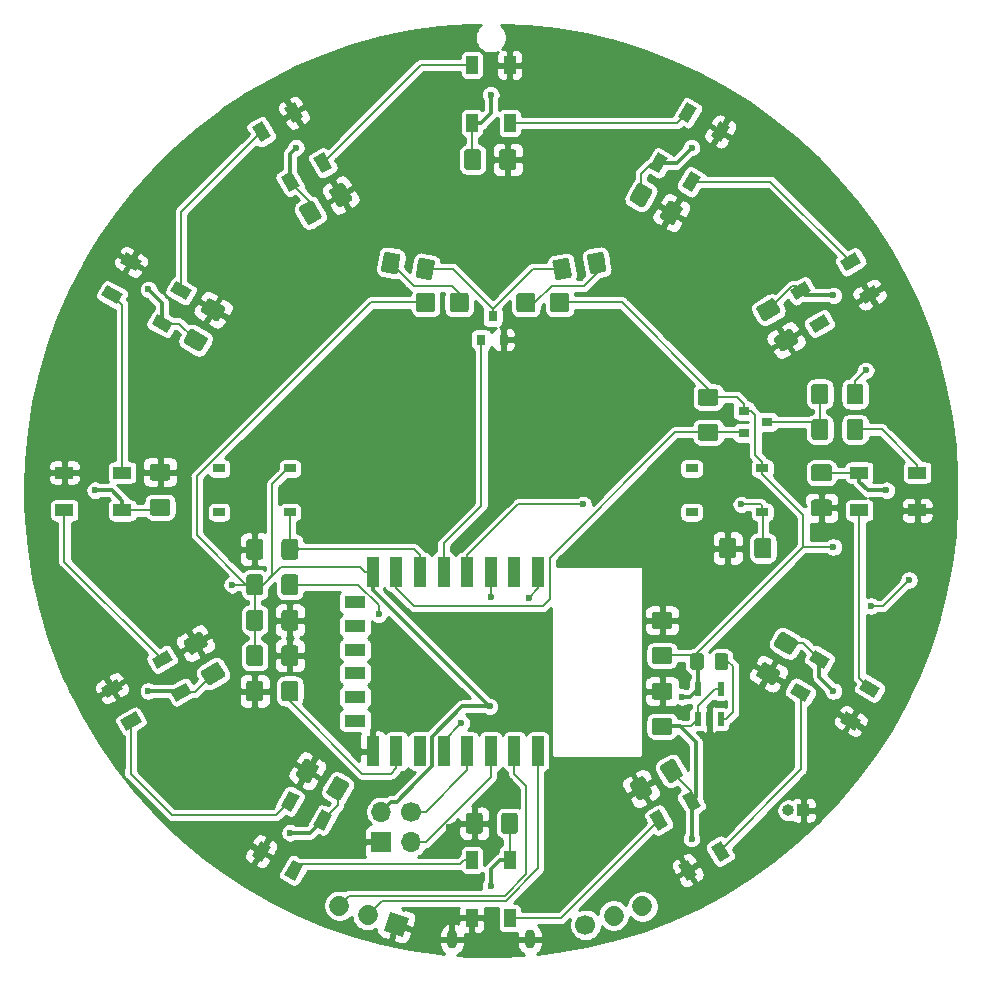
<source format=gtl>
G04 #@! TF.GenerationSoftware,KiCad,Pcbnew,(5.1.5)-3*
G04 #@! TF.CreationDate,2020-02-24T13:55:18+01:00*
G04 #@! TF.ProjectId,Badge,42616467-652e-46b6-9963-61645f706362,rev?*
G04 #@! TF.SameCoordinates,PX3473bc0PY3567e00*
G04 #@! TF.FileFunction,Copper,L1,Top*
G04 #@! TF.FilePolarity,Positive*
%FSLAX46Y46*%
G04 Gerber Fmt 4.6, Leading zero omitted, Abs format (unit mm)*
G04 Created by KiCad (PCBNEW (5.1.5)-3) date 2020-02-24 13:55:18*
%MOMM*%
%LPD*%
G04 APERTURE LIST*
%ADD10R,1.700000X1.700000*%
%ADD11O,1.700000X1.700000*%
%ADD12C,1.700000*%
%ADD13R,1.000000X0.700000*%
%ADD14R,0.600000X1.150000*%
%ADD15O,0.900000X1.600000*%
%ADD16C,0.100000*%
%ADD17C,1.700000*%
%ADD18R,0.800000X0.900000*%
%ADD19R,1.000000X1.500000*%
%ADD20R,1.000000X2.500000*%
%ADD21R,1.800000X1.000000*%
%ADD22R,0.900000X0.800000*%
%ADD23R,1.000000X1.000000*%
%ADD24O,1.000000X1.000000*%
%ADD25R,1.500000X1.000000*%
%ADD26C,0.600000*%
%ADD27C,0.160000*%
%ADD28C,0.300000*%
%ADD29C,0.254000*%
G04 APERTURE END LIST*
D10*
X-9270000Y-29770000D03*
D11*
X-9270000Y-27230000D03*
X-6730000Y-29770000D03*
D12*
X-6730000Y-27230000D03*
D13*
X23000000Y-1850000D03*
X17000000Y-1850000D03*
X23000000Y1850000D03*
X17000000Y1850000D03*
X-17000000Y-1850000D03*
X-23000000Y-1850000D03*
X-17000000Y1850000D03*
X-23000000Y1850000D03*
D14*
X17550000Y-16800000D03*
X19450000Y-16800000D03*
X19450000Y-19400000D03*
X18500000Y-19400000D03*
X17550000Y-19400000D03*
D15*
X3300000Y-38000000D03*
X-3300000Y-38000000D03*
G04 #@! TA.AperFunction,SMDPad,CuDef*
D16*
G36*
X17824505Y-13801204D02*
G01*
X17848773Y-13804804D01*
X17872572Y-13810765D01*
X17895671Y-13819030D01*
X17917850Y-13829520D01*
X17938893Y-13842132D01*
X17958599Y-13856747D01*
X17976777Y-13873223D01*
X17993253Y-13891401D01*
X18007868Y-13911107D01*
X18020480Y-13932150D01*
X18030970Y-13954329D01*
X18039235Y-13977428D01*
X18045196Y-14001227D01*
X18048796Y-14025495D01*
X18050000Y-14049999D01*
X18050000Y-14950001D01*
X18048796Y-14974505D01*
X18045196Y-14998773D01*
X18039235Y-15022572D01*
X18030970Y-15045671D01*
X18020480Y-15067850D01*
X18007868Y-15088893D01*
X17993253Y-15108599D01*
X17976777Y-15126777D01*
X17958599Y-15143253D01*
X17938893Y-15157868D01*
X17917850Y-15170480D01*
X17895671Y-15180970D01*
X17872572Y-15189235D01*
X17848773Y-15195196D01*
X17824505Y-15198796D01*
X17800001Y-15200000D01*
X17149999Y-15200000D01*
X17125495Y-15198796D01*
X17101227Y-15195196D01*
X17077428Y-15189235D01*
X17054329Y-15180970D01*
X17032150Y-15170480D01*
X17011107Y-15157868D01*
X16991401Y-15143253D01*
X16973223Y-15126777D01*
X16956747Y-15108599D01*
X16942132Y-15088893D01*
X16929520Y-15067850D01*
X16919030Y-15045671D01*
X16910765Y-15022572D01*
X16904804Y-14998773D01*
X16901204Y-14974505D01*
X16900000Y-14950001D01*
X16900000Y-14049999D01*
X16901204Y-14025495D01*
X16904804Y-14001227D01*
X16910765Y-13977428D01*
X16919030Y-13954329D01*
X16929520Y-13932150D01*
X16942132Y-13911107D01*
X16956747Y-13891401D01*
X16973223Y-13873223D01*
X16991401Y-13856747D01*
X17011107Y-13842132D01*
X17032150Y-13829520D01*
X17054329Y-13819030D01*
X17077428Y-13810765D01*
X17101227Y-13804804D01*
X17125495Y-13801204D01*
X17149999Y-13800000D01*
X17800001Y-13800000D01*
X17824505Y-13801204D01*
G37*
G04 #@! TD.AperFunction*
G04 #@! TA.AperFunction,SMDPad,CuDef*
G36*
X19874505Y-13801204D02*
G01*
X19898773Y-13804804D01*
X19922572Y-13810765D01*
X19945671Y-13819030D01*
X19967850Y-13829520D01*
X19988893Y-13842132D01*
X20008599Y-13856747D01*
X20026777Y-13873223D01*
X20043253Y-13891401D01*
X20057868Y-13911107D01*
X20070480Y-13932150D01*
X20080970Y-13954329D01*
X20089235Y-13977428D01*
X20095196Y-14001227D01*
X20098796Y-14025495D01*
X20100000Y-14049999D01*
X20100000Y-14950001D01*
X20098796Y-14974505D01*
X20095196Y-14998773D01*
X20089235Y-15022572D01*
X20080970Y-15045671D01*
X20070480Y-15067850D01*
X20057868Y-15088893D01*
X20043253Y-15108599D01*
X20026777Y-15126777D01*
X20008599Y-15143253D01*
X19988893Y-15157868D01*
X19967850Y-15170480D01*
X19945671Y-15180970D01*
X19922572Y-15189235D01*
X19898773Y-15195196D01*
X19874505Y-15198796D01*
X19850001Y-15200000D01*
X19199999Y-15200000D01*
X19175495Y-15198796D01*
X19151227Y-15195196D01*
X19127428Y-15189235D01*
X19104329Y-15180970D01*
X19082150Y-15170480D01*
X19061107Y-15157868D01*
X19041401Y-15143253D01*
X19023223Y-15126777D01*
X19006747Y-15108599D01*
X18992132Y-15088893D01*
X18979520Y-15067850D01*
X18969030Y-15045671D01*
X18960765Y-15022572D01*
X18954804Y-14998773D01*
X18951204Y-14974505D01*
X18950000Y-14950001D01*
X18950000Y-14049999D01*
X18951204Y-14025495D01*
X18954804Y-14001227D01*
X18960765Y-13977428D01*
X18969030Y-13954329D01*
X18979520Y-13932150D01*
X18992132Y-13911107D01*
X19006747Y-13891401D01*
X19023223Y-13873223D01*
X19041401Y-13856747D01*
X19061107Y-13842132D01*
X19082150Y-13829520D01*
X19104329Y-13819030D01*
X19127428Y-13810765D01*
X19151227Y-13804804D01*
X19175495Y-13801204D01*
X19199999Y-13800000D01*
X19850001Y-13800000D01*
X19874505Y-13801204D01*
G37*
G04 #@! TD.AperFunction*
D17*
X12831367Y-35230194D02*
X12831367Y-35230194D01*
X10415684Y-36015097D02*
X10415684Y-36015097D01*
D12*
X8000000Y-36800000D03*
D17*
X-12831367Y-35180194D02*
X-12831367Y-35180194D01*
X-10415684Y-35965097D02*
X-10415684Y-35965097D01*
G04 #@! TA.AperFunction,ComponentPad*
D16*
G36*
X-8545734Y-35678938D02*
G01*
X-6928938Y-36204266D01*
X-7454266Y-37821062D01*
X-9071062Y-37295734D01*
X-8545734Y-35678938D01*
G37*
G04 #@! TD.AperFunction*
G04 #@! TA.AperFunction,SMDPad,CuDef*
G36*
X15149504Y-10301204D02*
G01*
X15173773Y-10304804D01*
X15197571Y-10310765D01*
X15220671Y-10319030D01*
X15242849Y-10329520D01*
X15263893Y-10342133D01*
X15283598Y-10356747D01*
X15301777Y-10373223D01*
X15318253Y-10391402D01*
X15332867Y-10411107D01*
X15345480Y-10432151D01*
X15355970Y-10454329D01*
X15364235Y-10477429D01*
X15370196Y-10501227D01*
X15373796Y-10525496D01*
X15375000Y-10550000D01*
X15375000Y-11475000D01*
X15373796Y-11499504D01*
X15370196Y-11523773D01*
X15364235Y-11547571D01*
X15355970Y-11570671D01*
X15345480Y-11592849D01*
X15332867Y-11613893D01*
X15318253Y-11633598D01*
X15301777Y-11651777D01*
X15283598Y-11668253D01*
X15263893Y-11682867D01*
X15242849Y-11695480D01*
X15220671Y-11705970D01*
X15197571Y-11714235D01*
X15173773Y-11720196D01*
X15149504Y-11723796D01*
X15125000Y-11725000D01*
X13875000Y-11725000D01*
X13850496Y-11723796D01*
X13826227Y-11720196D01*
X13802429Y-11714235D01*
X13779329Y-11705970D01*
X13757151Y-11695480D01*
X13736107Y-11682867D01*
X13716402Y-11668253D01*
X13698223Y-11651777D01*
X13681747Y-11633598D01*
X13667133Y-11613893D01*
X13654520Y-11592849D01*
X13644030Y-11570671D01*
X13635765Y-11547571D01*
X13629804Y-11523773D01*
X13626204Y-11499504D01*
X13625000Y-11475000D01*
X13625000Y-10550000D01*
X13626204Y-10525496D01*
X13629804Y-10501227D01*
X13635765Y-10477429D01*
X13644030Y-10454329D01*
X13654520Y-10432151D01*
X13667133Y-10411107D01*
X13681747Y-10391402D01*
X13698223Y-10373223D01*
X13716402Y-10356747D01*
X13736107Y-10342133D01*
X13757151Y-10329520D01*
X13779329Y-10319030D01*
X13802429Y-10310765D01*
X13826227Y-10304804D01*
X13850496Y-10301204D01*
X13875000Y-10300000D01*
X15125000Y-10300000D01*
X15149504Y-10301204D01*
G37*
G04 #@! TD.AperFunction*
G04 #@! TA.AperFunction,SMDPad,CuDef*
G36*
X15149504Y-13276204D02*
G01*
X15173773Y-13279804D01*
X15197571Y-13285765D01*
X15220671Y-13294030D01*
X15242849Y-13304520D01*
X15263893Y-13317133D01*
X15283598Y-13331747D01*
X15301777Y-13348223D01*
X15318253Y-13366402D01*
X15332867Y-13386107D01*
X15345480Y-13407151D01*
X15355970Y-13429329D01*
X15364235Y-13452429D01*
X15370196Y-13476227D01*
X15373796Y-13500496D01*
X15375000Y-13525000D01*
X15375000Y-14450000D01*
X15373796Y-14474504D01*
X15370196Y-14498773D01*
X15364235Y-14522571D01*
X15355970Y-14545671D01*
X15345480Y-14567849D01*
X15332867Y-14588893D01*
X15318253Y-14608598D01*
X15301777Y-14626777D01*
X15283598Y-14643253D01*
X15263893Y-14657867D01*
X15242849Y-14670480D01*
X15220671Y-14680970D01*
X15197571Y-14689235D01*
X15173773Y-14695196D01*
X15149504Y-14698796D01*
X15125000Y-14700000D01*
X13875000Y-14700000D01*
X13850496Y-14698796D01*
X13826227Y-14695196D01*
X13802429Y-14689235D01*
X13779329Y-14680970D01*
X13757151Y-14670480D01*
X13736107Y-14657867D01*
X13716402Y-14643253D01*
X13698223Y-14626777D01*
X13681747Y-14608598D01*
X13667133Y-14588893D01*
X13654520Y-14567849D01*
X13644030Y-14545671D01*
X13635765Y-14522571D01*
X13629804Y-14498773D01*
X13626204Y-14474504D01*
X13625000Y-14450000D01*
X13625000Y-13525000D01*
X13626204Y-13500496D01*
X13629804Y-13476227D01*
X13635765Y-13452429D01*
X13644030Y-13429329D01*
X13654520Y-13407151D01*
X13667133Y-13386107D01*
X13681747Y-13366402D01*
X13698223Y-13348223D01*
X13716402Y-13331747D01*
X13736107Y-13317133D01*
X13757151Y-13304520D01*
X13779329Y-13294030D01*
X13802429Y-13285765D01*
X13826227Y-13279804D01*
X13850496Y-13276204D01*
X13875000Y-13275000D01*
X15125000Y-13275000D01*
X15149504Y-13276204D01*
G37*
G04 #@! TD.AperFunction*
G04 #@! TA.AperFunction,SMDPad,CuDef*
G36*
X15149504Y-16301204D02*
G01*
X15173773Y-16304804D01*
X15197571Y-16310765D01*
X15220671Y-16319030D01*
X15242849Y-16329520D01*
X15263893Y-16342133D01*
X15283598Y-16356747D01*
X15301777Y-16373223D01*
X15318253Y-16391402D01*
X15332867Y-16411107D01*
X15345480Y-16432151D01*
X15355970Y-16454329D01*
X15364235Y-16477429D01*
X15370196Y-16501227D01*
X15373796Y-16525496D01*
X15375000Y-16550000D01*
X15375000Y-17475000D01*
X15373796Y-17499504D01*
X15370196Y-17523773D01*
X15364235Y-17547571D01*
X15355970Y-17570671D01*
X15345480Y-17592849D01*
X15332867Y-17613893D01*
X15318253Y-17633598D01*
X15301777Y-17651777D01*
X15283598Y-17668253D01*
X15263893Y-17682867D01*
X15242849Y-17695480D01*
X15220671Y-17705970D01*
X15197571Y-17714235D01*
X15173773Y-17720196D01*
X15149504Y-17723796D01*
X15125000Y-17725000D01*
X13875000Y-17725000D01*
X13850496Y-17723796D01*
X13826227Y-17720196D01*
X13802429Y-17714235D01*
X13779329Y-17705970D01*
X13757151Y-17695480D01*
X13736107Y-17682867D01*
X13716402Y-17668253D01*
X13698223Y-17651777D01*
X13681747Y-17633598D01*
X13667133Y-17613893D01*
X13654520Y-17592849D01*
X13644030Y-17570671D01*
X13635765Y-17547571D01*
X13629804Y-17523773D01*
X13626204Y-17499504D01*
X13625000Y-17475000D01*
X13625000Y-16550000D01*
X13626204Y-16525496D01*
X13629804Y-16501227D01*
X13635765Y-16477429D01*
X13644030Y-16454329D01*
X13654520Y-16432151D01*
X13667133Y-16411107D01*
X13681747Y-16391402D01*
X13698223Y-16373223D01*
X13716402Y-16356747D01*
X13736107Y-16342133D01*
X13757151Y-16329520D01*
X13779329Y-16319030D01*
X13802429Y-16310765D01*
X13826227Y-16304804D01*
X13850496Y-16301204D01*
X13875000Y-16300000D01*
X15125000Y-16300000D01*
X15149504Y-16301204D01*
G37*
G04 #@! TD.AperFunction*
G04 #@! TA.AperFunction,SMDPad,CuDef*
G36*
X15149504Y-19276204D02*
G01*
X15173773Y-19279804D01*
X15197571Y-19285765D01*
X15220671Y-19294030D01*
X15242849Y-19304520D01*
X15263893Y-19317133D01*
X15283598Y-19331747D01*
X15301777Y-19348223D01*
X15318253Y-19366402D01*
X15332867Y-19386107D01*
X15345480Y-19407151D01*
X15355970Y-19429329D01*
X15364235Y-19452429D01*
X15370196Y-19476227D01*
X15373796Y-19500496D01*
X15375000Y-19525000D01*
X15375000Y-20450000D01*
X15373796Y-20474504D01*
X15370196Y-20498773D01*
X15364235Y-20522571D01*
X15355970Y-20545671D01*
X15345480Y-20567849D01*
X15332867Y-20588893D01*
X15318253Y-20608598D01*
X15301777Y-20626777D01*
X15283598Y-20643253D01*
X15263893Y-20657867D01*
X15242849Y-20670480D01*
X15220671Y-20680970D01*
X15197571Y-20689235D01*
X15173773Y-20695196D01*
X15149504Y-20698796D01*
X15125000Y-20700000D01*
X13875000Y-20700000D01*
X13850496Y-20698796D01*
X13826227Y-20695196D01*
X13802429Y-20689235D01*
X13779329Y-20680970D01*
X13757151Y-20670480D01*
X13736107Y-20657867D01*
X13716402Y-20643253D01*
X13698223Y-20626777D01*
X13681747Y-20608598D01*
X13667133Y-20588893D01*
X13654520Y-20567849D01*
X13644030Y-20545671D01*
X13635765Y-20522571D01*
X13629804Y-20498773D01*
X13626204Y-20474504D01*
X13625000Y-20450000D01*
X13625000Y-19525000D01*
X13626204Y-19500496D01*
X13629804Y-19476227D01*
X13635765Y-19452429D01*
X13644030Y-19429329D01*
X13654520Y-19407151D01*
X13667133Y-19386107D01*
X13681747Y-19366402D01*
X13698223Y-19348223D01*
X13716402Y-19331747D01*
X13736107Y-19317133D01*
X13757151Y-19304520D01*
X13779329Y-19294030D01*
X13802429Y-19285765D01*
X13826227Y-19279804D01*
X13850496Y-19276204D01*
X13875000Y-19275000D01*
X15125000Y-19275000D01*
X15149504Y-19276204D01*
G37*
G04 #@! TD.AperFunction*
G04 #@! TA.AperFunction,SMDPad,CuDef*
G36*
X-16525496Y-13126204D02*
G01*
X-16501227Y-13129804D01*
X-16477429Y-13135765D01*
X-16454329Y-13144030D01*
X-16432151Y-13154520D01*
X-16411107Y-13167133D01*
X-16391402Y-13181747D01*
X-16373223Y-13198223D01*
X-16356747Y-13216402D01*
X-16342133Y-13236107D01*
X-16329520Y-13257151D01*
X-16319030Y-13279329D01*
X-16310765Y-13302429D01*
X-16304804Y-13326227D01*
X-16301204Y-13350496D01*
X-16300000Y-13375000D01*
X-16300000Y-14625000D01*
X-16301204Y-14649504D01*
X-16304804Y-14673773D01*
X-16310765Y-14697571D01*
X-16319030Y-14720671D01*
X-16329520Y-14742849D01*
X-16342133Y-14763893D01*
X-16356747Y-14783598D01*
X-16373223Y-14801777D01*
X-16391402Y-14818253D01*
X-16411107Y-14832867D01*
X-16432151Y-14845480D01*
X-16454329Y-14855970D01*
X-16477429Y-14864235D01*
X-16501227Y-14870196D01*
X-16525496Y-14873796D01*
X-16550000Y-14875000D01*
X-17475000Y-14875000D01*
X-17499504Y-14873796D01*
X-17523773Y-14870196D01*
X-17547571Y-14864235D01*
X-17570671Y-14855970D01*
X-17592849Y-14845480D01*
X-17613893Y-14832867D01*
X-17633598Y-14818253D01*
X-17651777Y-14801777D01*
X-17668253Y-14783598D01*
X-17682867Y-14763893D01*
X-17695480Y-14742849D01*
X-17705970Y-14720671D01*
X-17714235Y-14697571D01*
X-17720196Y-14673773D01*
X-17723796Y-14649504D01*
X-17725000Y-14625000D01*
X-17725000Y-13375000D01*
X-17723796Y-13350496D01*
X-17720196Y-13326227D01*
X-17714235Y-13302429D01*
X-17705970Y-13279329D01*
X-17695480Y-13257151D01*
X-17682867Y-13236107D01*
X-17668253Y-13216402D01*
X-17651777Y-13198223D01*
X-17633598Y-13181747D01*
X-17613893Y-13167133D01*
X-17592849Y-13154520D01*
X-17570671Y-13144030D01*
X-17547571Y-13135765D01*
X-17523773Y-13129804D01*
X-17499504Y-13126204D01*
X-17475000Y-13125000D01*
X-16550000Y-13125000D01*
X-16525496Y-13126204D01*
G37*
G04 #@! TD.AperFunction*
G04 #@! TA.AperFunction,SMDPad,CuDef*
G36*
X-19500496Y-13126204D02*
G01*
X-19476227Y-13129804D01*
X-19452429Y-13135765D01*
X-19429329Y-13144030D01*
X-19407151Y-13154520D01*
X-19386107Y-13167133D01*
X-19366402Y-13181747D01*
X-19348223Y-13198223D01*
X-19331747Y-13216402D01*
X-19317133Y-13236107D01*
X-19304520Y-13257151D01*
X-19294030Y-13279329D01*
X-19285765Y-13302429D01*
X-19279804Y-13326227D01*
X-19276204Y-13350496D01*
X-19275000Y-13375000D01*
X-19275000Y-14625000D01*
X-19276204Y-14649504D01*
X-19279804Y-14673773D01*
X-19285765Y-14697571D01*
X-19294030Y-14720671D01*
X-19304520Y-14742849D01*
X-19317133Y-14763893D01*
X-19331747Y-14783598D01*
X-19348223Y-14801777D01*
X-19366402Y-14818253D01*
X-19386107Y-14832867D01*
X-19407151Y-14845480D01*
X-19429329Y-14855970D01*
X-19452429Y-14864235D01*
X-19476227Y-14870196D01*
X-19500496Y-14873796D01*
X-19525000Y-14875000D01*
X-20450000Y-14875000D01*
X-20474504Y-14873796D01*
X-20498773Y-14870196D01*
X-20522571Y-14864235D01*
X-20545671Y-14855970D01*
X-20567849Y-14845480D01*
X-20588893Y-14832867D01*
X-20608598Y-14818253D01*
X-20626777Y-14801777D01*
X-20643253Y-14783598D01*
X-20657867Y-14763893D01*
X-20670480Y-14742849D01*
X-20680970Y-14720671D01*
X-20689235Y-14697571D01*
X-20695196Y-14673773D01*
X-20698796Y-14649504D01*
X-20700000Y-14625000D01*
X-20700000Y-13375000D01*
X-20698796Y-13350496D01*
X-20695196Y-13326227D01*
X-20689235Y-13302429D01*
X-20680970Y-13279329D01*
X-20670480Y-13257151D01*
X-20657867Y-13236107D01*
X-20643253Y-13216402D01*
X-20626777Y-13198223D01*
X-20608598Y-13181747D01*
X-20588893Y-13167133D01*
X-20567849Y-13154520D01*
X-20545671Y-13144030D01*
X-20522571Y-13135765D01*
X-20498773Y-13129804D01*
X-20474504Y-13126204D01*
X-20450000Y-13125000D01*
X-19525000Y-13125000D01*
X-19500496Y-13126204D01*
G37*
G04 #@! TD.AperFunction*
G04 #@! TA.AperFunction,SMDPad,CuDef*
G36*
X-16525496Y-10126204D02*
G01*
X-16501227Y-10129804D01*
X-16477429Y-10135765D01*
X-16454329Y-10144030D01*
X-16432151Y-10154520D01*
X-16411107Y-10167133D01*
X-16391402Y-10181747D01*
X-16373223Y-10198223D01*
X-16356747Y-10216402D01*
X-16342133Y-10236107D01*
X-16329520Y-10257151D01*
X-16319030Y-10279329D01*
X-16310765Y-10302429D01*
X-16304804Y-10326227D01*
X-16301204Y-10350496D01*
X-16300000Y-10375000D01*
X-16300000Y-11625000D01*
X-16301204Y-11649504D01*
X-16304804Y-11673773D01*
X-16310765Y-11697571D01*
X-16319030Y-11720671D01*
X-16329520Y-11742849D01*
X-16342133Y-11763893D01*
X-16356747Y-11783598D01*
X-16373223Y-11801777D01*
X-16391402Y-11818253D01*
X-16411107Y-11832867D01*
X-16432151Y-11845480D01*
X-16454329Y-11855970D01*
X-16477429Y-11864235D01*
X-16501227Y-11870196D01*
X-16525496Y-11873796D01*
X-16550000Y-11875000D01*
X-17475000Y-11875000D01*
X-17499504Y-11873796D01*
X-17523773Y-11870196D01*
X-17547571Y-11864235D01*
X-17570671Y-11855970D01*
X-17592849Y-11845480D01*
X-17613893Y-11832867D01*
X-17633598Y-11818253D01*
X-17651777Y-11801777D01*
X-17668253Y-11783598D01*
X-17682867Y-11763893D01*
X-17695480Y-11742849D01*
X-17705970Y-11720671D01*
X-17714235Y-11697571D01*
X-17720196Y-11673773D01*
X-17723796Y-11649504D01*
X-17725000Y-11625000D01*
X-17725000Y-10375000D01*
X-17723796Y-10350496D01*
X-17720196Y-10326227D01*
X-17714235Y-10302429D01*
X-17705970Y-10279329D01*
X-17695480Y-10257151D01*
X-17682867Y-10236107D01*
X-17668253Y-10216402D01*
X-17651777Y-10198223D01*
X-17633598Y-10181747D01*
X-17613893Y-10167133D01*
X-17592849Y-10154520D01*
X-17570671Y-10144030D01*
X-17547571Y-10135765D01*
X-17523773Y-10129804D01*
X-17499504Y-10126204D01*
X-17475000Y-10125000D01*
X-16550000Y-10125000D01*
X-16525496Y-10126204D01*
G37*
G04 #@! TD.AperFunction*
G04 #@! TA.AperFunction,SMDPad,CuDef*
G36*
X-19500496Y-10126204D02*
G01*
X-19476227Y-10129804D01*
X-19452429Y-10135765D01*
X-19429329Y-10144030D01*
X-19407151Y-10154520D01*
X-19386107Y-10167133D01*
X-19366402Y-10181747D01*
X-19348223Y-10198223D01*
X-19331747Y-10216402D01*
X-19317133Y-10236107D01*
X-19304520Y-10257151D01*
X-19294030Y-10279329D01*
X-19285765Y-10302429D01*
X-19279804Y-10326227D01*
X-19276204Y-10350496D01*
X-19275000Y-10375000D01*
X-19275000Y-11625000D01*
X-19276204Y-11649504D01*
X-19279804Y-11673773D01*
X-19285765Y-11697571D01*
X-19294030Y-11720671D01*
X-19304520Y-11742849D01*
X-19317133Y-11763893D01*
X-19331747Y-11783598D01*
X-19348223Y-11801777D01*
X-19366402Y-11818253D01*
X-19386107Y-11832867D01*
X-19407151Y-11845480D01*
X-19429329Y-11855970D01*
X-19452429Y-11864235D01*
X-19476227Y-11870196D01*
X-19500496Y-11873796D01*
X-19525000Y-11875000D01*
X-20450000Y-11875000D01*
X-20474504Y-11873796D01*
X-20498773Y-11870196D01*
X-20522571Y-11864235D01*
X-20545671Y-11855970D01*
X-20567849Y-11845480D01*
X-20588893Y-11832867D01*
X-20608598Y-11818253D01*
X-20626777Y-11801777D01*
X-20643253Y-11783598D01*
X-20657867Y-11763893D01*
X-20670480Y-11742849D01*
X-20680970Y-11720671D01*
X-20689235Y-11697571D01*
X-20695196Y-11673773D01*
X-20698796Y-11649504D01*
X-20700000Y-11625000D01*
X-20700000Y-10375000D01*
X-20698796Y-10350496D01*
X-20695196Y-10326227D01*
X-20689235Y-10302429D01*
X-20680970Y-10279329D01*
X-20670480Y-10257151D01*
X-20657867Y-10236107D01*
X-20643253Y-10216402D01*
X-20626777Y-10198223D01*
X-20608598Y-10181747D01*
X-20588893Y-10167133D01*
X-20567849Y-10154520D01*
X-20545671Y-10144030D01*
X-20522571Y-10135765D01*
X-20498773Y-10129804D01*
X-20474504Y-10126204D01*
X-20450000Y-10125000D01*
X-19525000Y-10125000D01*
X-19500496Y-10126204D01*
G37*
G04 #@! TD.AperFunction*
G04 #@! TA.AperFunction,SMDPad,CuDef*
G36*
X6399504Y16723796D02*
G01*
X6423773Y16720196D01*
X6447571Y16714235D01*
X6470671Y16705970D01*
X6492849Y16695480D01*
X6513893Y16682867D01*
X6533598Y16668253D01*
X6551777Y16651777D01*
X6568253Y16633598D01*
X6582867Y16613893D01*
X6595480Y16592849D01*
X6605970Y16570671D01*
X6614235Y16547571D01*
X6620196Y16523773D01*
X6623796Y16499504D01*
X6625000Y16475000D01*
X6625000Y15325000D01*
X6623796Y15300496D01*
X6620196Y15276227D01*
X6614235Y15252429D01*
X6605970Y15229329D01*
X6595480Y15207151D01*
X6582867Y15186107D01*
X6568253Y15166402D01*
X6551777Y15148223D01*
X6533598Y15131747D01*
X6513893Y15117133D01*
X6492849Y15104520D01*
X6470671Y15094030D01*
X6447571Y15085765D01*
X6423773Y15079804D01*
X6399504Y15076204D01*
X6375000Y15075000D01*
X5275000Y15075000D01*
X5250496Y15076204D01*
X5226227Y15079804D01*
X5202429Y15085765D01*
X5179329Y15094030D01*
X5157151Y15104520D01*
X5136107Y15117133D01*
X5116402Y15131747D01*
X5098223Y15148223D01*
X5081747Y15166402D01*
X5067133Y15186107D01*
X5054520Y15207151D01*
X5044030Y15229329D01*
X5035765Y15252429D01*
X5029804Y15276227D01*
X5026204Y15300496D01*
X5025000Y15325000D01*
X5025000Y16475000D01*
X5026204Y16499504D01*
X5029804Y16523773D01*
X5035765Y16547571D01*
X5044030Y16570671D01*
X5054520Y16592849D01*
X5067133Y16613893D01*
X5081747Y16633598D01*
X5098223Y16651777D01*
X5116402Y16668253D01*
X5136107Y16682867D01*
X5157151Y16695480D01*
X5179329Y16705970D01*
X5202429Y16714235D01*
X5226227Y16720196D01*
X5250496Y16723796D01*
X5275000Y16725000D01*
X6375000Y16725000D01*
X6399504Y16723796D01*
G37*
G04 #@! TD.AperFunction*
G04 #@! TA.AperFunction,SMDPad,CuDef*
G36*
X3549504Y16723796D02*
G01*
X3573773Y16720196D01*
X3597571Y16714235D01*
X3620671Y16705970D01*
X3642849Y16695480D01*
X3663893Y16682867D01*
X3683598Y16668253D01*
X3701777Y16651777D01*
X3718253Y16633598D01*
X3732867Y16613893D01*
X3745480Y16592849D01*
X3755970Y16570671D01*
X3764235Y16547571D01*
X3770196Y16523773D01*
X3773796Y16499504D01*
X3775000Y16475000D01*
X3775000Y15325000D01*
X3773796Y15300496D01*
X3770196Y15276227D01*
X3764235Y15252429D01*
X3755970Y15229329D01*
X3745480Y15207151D01*
X3732867Y15186107D01*
X3718253Y15166402D01*
X3701777Y15148223D01*
X3683598Y15131747D01*
X3663893Y15117133D01*
X3642849Y15104520D01*
X3620671Y15094030D01*
X3597571Y15085765D01*
X3573773Y15079804D01*
X3549504Y15076204D01*
X3525000Y15075000D01*
X2425000Y15075000D01*
X2400496Y15076204D01*
X2376227Y15079804D01*
X2352429Y15085765D01*
X2329329Y15094030D01*
X2307151Y15104520D01*
X2286107Y15117133D01*
X2266402Y15131747D01*
X2248223Y15148223D01*
X2231747Y15166402D01*
X2217133Y15186107D01*
X2204520Y15207151D01*
X2194030Y15229329D01*
X2185765Y15252429D01*
X2179804Y15276227D01*
X2176204Y15300496D01*
X2175000Y15325000D01*
X2175000Y16475000D01*
X2176204Y16499504D01*
X2179804Y16523773D01*
X2185765Y16547571D01*
X2194030Y16570671D01*
X2204520Y16592849D01*
X2217133Y16613893D01*
X2231747Y16633598D01*
X2248223Y16651777D01*
X2266402Y16668253D01*
X2286107Y16682867D01*
X2307151Y16695480D01*
X2329329Y16705970D01*
X2352429Y16714235D01*
X2376227Y16720196D01*
X2400496Y16723796D01*
X2425000Y16725000D01*
X3525000Y16725000D01*
X3549504Y16723796D01*
G37*
G04 #@! TD.AperFunction*
G04 #@! TA.AperFunction,SMDPad,CuDef*
G36*
X-4950496Y16723796D02*
G01*
X-4926227Y16720196D01*
X-4902429Y16714235D01*
X-4879329Y16705970D01*
X-4857151Y16695480D01*
X-4836107Y16682867D01*
X-4816402Y16668253D01*
X-4798223Y16651777D01*
X-4781747Y16633598D01*
X-4767133Y16613893D01*
X-4754520Y16592849D01*
X-4744030Y16570671D01*
X-4735765Y16547571D01*
X-4729804Y16523773D01*
X-4726204Y16499504D01*
X-4725000Y16475000D01*
X-4725000Y15325000D01*
X-4726204Y15300496D01*
X-4729804Y15276227D01*
X-4735765Y15252429D01*
X-4744030Y15229329D01*
X-4754520Y15207151D01*
X-4767133Y15186107D01*
X-4781747Y15166402D01*
X-4798223Y15148223D01*
X-4816402Y15131747D01*
X-4836107Y15117133D01*
X-4857151Y15104520D01*
X-4879329Y15094030D01*
X-4902429Y15085765D01*
X-4926227Y15079804D01*
X-4950496Y15076204D01*
X-4975000Y15075000D01*
X-6075000Y15075000D01*
X-6099504Y15076204D01*
X-6123773Y15079804D01*
X-6147571Y15085765D01*
X-6170671Y15094030D01*
X-6192849Y15104520D01*
X-6213893Y15117133D01*
X-6233598Y15131747D01*
X-6251777Y15148223D01*
X-6268253Y15166402D01*
X-6282867Y15186107D01*
X-6295480Y15207151D01*
X-6305970Y15229329D01*
X-6314235Y15252429D01*
X-6320196Y15276227D01*
X-6323796Y15300496D01*
X-6325000Y15325000D01*
X-6325000Y16475000D01*
X-6323796Y16499504D01*
X-6320196Y16523773D01*
X-6314235Y16547571D01*
X-6305970Y16570671D01*
X-6295480Y16592849D01*
X-6282867Y16613893D01*
X-6268253Y16633598D01*
X-6251777Y16651777D01*
X-6233598Y16668253D01*
X-6213893Y16682867D01*
X-6192849Y16695480D01*
X-6170671Y16705970D01*
X-6147571Y16714235D01*
X-6123773Y16720196D01*
X-6099504Y16723796D01*
X-6075000Y16725000D01*
X-4975000Y16725000D01*
X-4950496Y16723796D01*
G37*
G04 #@! TD.AperFunction*
G04 #@! TA.AperFunction,SMDPad,CuDef*
G36*
X-2100496Y16723796D02*
G01*
X-2076227Y16720196D01*
X-2052429Y16714235D01*
X-2029329Y16705970D01*
X-2007151Y16695480D01*
X-1986107Y16682867D01*
X-1966402Y16668253D01*
X-1948223Y16651777D01*
X-1931747Y16633598D01*
X-1917133Y16613893D01*
X-1904520Y16592849D01*
X-1894030Y16570671D01*
X-1885765Y16547571D01*
X-1879804Y16523773D01*
X-1876204Y16499504D01*
X-1875000Y16475000D01*
X-1875000Y15325000D01*
X-1876204Y15300496D01*
X-1879804Y15276227D01*
X-1885765Y15252429D01*
X-1894030Y15229329D01*
X-1904520Y15207151D01*
X-1917133Y15186107D01*
X-1931747Y15166402D01*
X-1948223Y15148223D01*
X-1966402Y15131747D01*
X-1986107Y15117133D01*
X-2007151Y15104520D01*
X-2029329Y15094030D01*
X-2052429Y15085765D01*
X-2076227Y15079804D01*
X-2100496Y15076204D01*
X-2125000Y15075000D01*
X-3225000Y15075000D01*
X-3249504Y15076204D01*
X-3273773Y15079804D01*
X-3297571Y15085765D01*
X-3320671Y15094030D01*
X-3342849Y15104520D01*
X-3363893Y15117133D01*
X-3383598Y15131747D01*
X-3401777Y15148223D01*
X-3418253Y15166402D01*
X-3432867Y15186107D01*
X-3445480Y15207151D01*
X-3455970Y15229329D01*
X-3464235Y15252429D01*
X-3470196Y15276227D01*
X-3473796Y15300496D01*
X-3475000Y15325000D01*
X-3475000Y16475000D01*
X-3473796Y16499504D01*
X-3470196Y16523773D01*
X-3464235Y16547571D01*
X-3455970Y16570671D01*
X-3445480Y16592849D01*
X-3432867Y16613893D01*
X-3418253Y16633598D01*
X-3401777Y16651777D01*
X-3383598Y16668253D01*
X-3363893Y16682867D01*
X-3342849Y16695480D01*
X-3320671Y16705970D01*
X-3297571Y16714235D01*
X-3273773Y16720196D01*
X-3249504Y16723796D01*
X-3225000Y16725000D01*
X-2125000Y16725000D01*
X-2100496Y16723796D01*
G37*
G04 #@! TD.AperFunction*
D18*
X150000Y14750000D03*
X1100000Y12750000D03*
X-800000Y12750000D03*
G04 #@! TA.AperFunction,SMDPad,CuDef*
D16*
G36*
X20549504Y-4026204D02*
G01*
X20573773Y-4029804D01*
X20597571Y-4035765D01*
X20620671Y-4044030D01*
X20642849Y-4054520D01*
X20663893Y-4067133D01*
X20683598Y-4081747D01*
X20701777Y-4098223D01*
X20718253Y-4116402D01*
X20732867Y-4136107D01*
X20745480Y-4157151D01*
X20755970Y-4179329D01*
X20764235Y-4202429D01*
X20770196Y-4226227D01*
X20773796Y-4250496D01*
X20775000Y-4275000D01*
X20775000Y-5525000D01*
X20773796Y-5549504D01*
X20770196Y-5573773D01*
X20764235Y-5597571D01*
X20755970Y-5620671D01*
X20745480Y-5642849D01*
X20732867Y-5663893D01*
X20718253Y-5683598D01*
X20701777Y-5701777D01*
X20683598Y-5718253D01*
X20663893Y-5732867D01*
X20642849Y-5745480D01*
X20620671Y-5755970D01*
X20597571Y-5764235D01*
X20573773Y-5770196D01*
X20549504Y-5773796D01*
X20525000Y-5775000D01*
X19600000Y-5775000D01*
X19575496Y-5773796D01*
X19551227Y-5770196D01*
X19527429Y-5764235D01*
X19504329Y-5755970D01*
X19482151Y-5745480D01*
X19461107Y-5732867D01*
X19441402Y-5718253D01*
X19423223Y-5701777D01*
X19406747Y-5683598D01*
X19392133Y-5663893D01*
X19379520Y-5642849D01*
X19369030Y-5620671D01*
X19360765Y-5597571D01*
X19354804Y-5573773D01*
X19351204Y-5549504D01*
X19350000Y-5525000D01*
X19350000Y-4275000D01*
X19351204Y-4250496D01*
X19354804Y-4226227D01*
X19360765Y-4202429D01*
X19369030Y-4179329D01*
X19379520Y-4157151D01*
X19392133Y-4136107D01*
X19406747Y-4116402D01*
X19423223Y-4098223D01*
X19441402Y-4081747D01*
X19461107Y-4067133D01*
X19482151Y-4054520D01*
X19504329Y-4044030D01*
X19527429Y-4035765D01*
X19551227Y-4029804D01*
X19575496Y-4026204D01*
X19600000Y-4025000D01*
X20525000Y-4025000D01*
X20549504Y-4026204D01*
G37*
G04 #@! TD.AperFunction*
G04 #@! TA.AperFunction,SMDPad,CuDef*
G36*
X23524504Y-4026204D02*
G01*
X23548773Y-4029804D01*
X23572571Y-4035765D01*
X23595671Y-4044030D01*
X23617849Y-4054520D01*
X23638893Y-4067133D01*
X23658598Y-4081747D01*
X23676777Y-4098223D01*
X23693253Y-4116402D01*
X23707867Y-4136107D01*
X23720480Y-4157151D01*
X23730970Y-4179329D01*
X23739235Y-4202429D01*
X23745196Y-4226227D01*
X23748796Y-4250496D01*
X23750000Y-4275000D01*
X23750000Y-5525000D01*
X23748796Y-5549504D01*
X23745196Y-5573773D01*
X23739235Y-5597571D01*
X23730970Y-5620671D01*
X23720480Y-5642849D01*
X23707867Y-5663893D01*
X23693253Y-5683598D01*
X23676777Y-5701777D01*
X23658598Y-5718253D01*
X23638893Y-5732867D01*
X23617849Y-5745480D01*
X23595671Y-5755970D01*
X23572571Y-5764235D01*
X23548773Y-5770196D01*
X23524504Y-5773796D01*
X23500000Y-5775000D01*
X22575000Y-5775000D01*
X22550496Y-5773796D01*
X22526227Y-5770196D01*
X22502429Y-5764235D01*
X22479329Y-5755970D01*
X22457151Y-5745480D01*
X22436107Y-5732867D01*
X22416402Y-5718253D01*
X22398223Y-5701777D01*
X22381747Y-5683598D01*
X22367133Y-5663893D01*
X22354520Y-5642849D01*
X22344030Y-5620671D01*
X22335765Y-5597571D01*
X22329804Y-5573773D01*
X22326204Y-5549504D01*
X22325000Y-5525000D01*
X22325000Y-4275000D01*
X22326204Y-4250496D01*
X22329804Y-4226227D01*
X22335765Y-4202429D01*
X22344030Y-4179329D01*
X22354520Y-4157151D01*
X22367133Y-4136107D01*
X22381747Y-4116402D01*
X22398223Y-4098223D01*
X22416402Y-4081747D01*
X22436107Y-4067133D01*
X22457151Y-4054520D01*
X22479329Y-4044030D01*
X22502429Y-4035765D01*
X22526227Y-4029804D01*
X22550496Y-4026204D01*
X22575000Y-4025000D01*
X23500000Y-4025000D01*
X23524504Y-4026204D01*
G37*
G04 #@! TD.AperFunction*
G04 #@! TA.AperFunction,SMDPad,CuDef*
G36*
X-19500496Y-4126204D02*
G01*
X-19476227Y-4129804D01*
X-19452429Y-4135765D01*
X-19429329Y-4144030D01*
X-19407151Y-4154520D01*
X-19386107Y-4167133D01*
X-19366402Y-4181747D01*
X-19348223Y-4198223D01*
X-19331747Y-4216402D01*
X-19317133Y-4236107D01*
X-19304520Y-4257151D01*
X-19294030Y-4279329D01*
X-19285765Y-4302429D01*
X-19279804Y-4326227D01*
X-19276204Y-4350496D01*
X-19275000Y-4375000D01*
X-19275000Y-5625000D01*
X-19276204Y-5649504D01*
X-19279804Y-5673773D01*
X-19285765Y-5697571D01*
X-19294030Y-5720671D01*
X-19304520Y-5742849D01*
X-19317133Y-5763893D01*
X-19331747Y-5783598D01*
X-19348223Y-5801777D01*
X-19366402Y-5818253D01*
X-19386107Y-5832867D01*
X-19407151Y-5845480D01*
X-19429329Y-5855970D01*
X-19452429Y-5864235D01*
X-19476227Y-5870196D01*
X-19500496Y-5873796D01*
X-19525000Y-5875000D01*
X-20450000Y-5875000D01*
X-20474504Y-5873796D01*
X-20498773Y-5870196D01*
X-20522571Y-5864235D01*
X-20545671Y-5855970D01*
X-20567849Y-5845480D01*
X-20588893Y-5832867D01*
X-20608598Y-5818253D01*
X-20626777Y-5801777D01*
X-20643253Y-5783598D01*
X-20657867Y-5763893D01*
X-20670480Y-5742849D01*
X-20680970Y-5720671D01*
X-20689235Y-5697571D01*
X-20695196Y-5673773D01*
X-20698796Y-5649504D01*
X-20700000Y-5625000D01*
X-20700000Y-4375000D01*
X-20698796Y-4350496D01*
X-20695196Y-4326227D01*
X-20689235Y-4302429D01*
X-20680970Y-4279329D01*
X-20670480Y-4257151D01*
X-20657867Y-4236107D01*
X-20643253Y-4216402D01*
X-20626777Y-4198223D01*
X-20608598Y-4181747D01*
X-20588893Y-4167133D01*
X-20567849Y-4154520D01*
X-20545671Y-4144030D01*
X-20522571Y-4135765D01*
X-20498773Y-4129804D01*
X-20474504Y-4126204D01*
X-20450000Y-4125000D01*
X-19525000Y-4125000D01*
X-19500496Y-4126204D01*
G37*
G04 #@! TD.AperFunction*
G04 #@! TA.AperFunction,SMDPad,CuDef*
G36*
X-16525496Y-4126204D02*
G01*
X-16501227Y-4129804D01*
X-16477429Y-4135765D01*
X-16454329Y-4144030D01*
X-16432151Y-4154520D01*
X-16411107Y-4167133D01*
X-16391402Y-4181747D01*
X-16373223Y-4198223D01*
X-16356747Y-4216402D01*
X-16342133Y-4236107D01*
X-16329520Y-4257151D01*
X-16319030Y-4279329D01*
X-16310765Y-4302429D01*
X-16304804Y-4326227D01*
X-16301204Y-4350496D01*
X-16300000Y-4375000D01*
X-16300000Y-5625000D01*
X-16301204Y-5649504D01*
X-16304804Y-5673773D01*
X-16310765Y-5697571D01*
X-16319030Y-5720671D01*
X-16329520Y-5742849D01*
X-16342133Y-5763893D01*
X-16356747Y-5783598D01*
X-16373223Y-5801777D01*
X-16391402Y-5818253D01*
X-16411107Y-5832867D01*
X-16432151Y-5845480D01*
X-16454329Y-5855970D01*
X-16477429Y-5864235D01*
X-16501227Y-5870196D01*
X-16525496Y-5873796D01*
X-16550000Y-5875000D01*
X-17475000Y-5875000D01*
X-17499504Y-5873796D01*
X-17523773Y-5870196D01*
X-17547571Y-5864235D01*
X-17570671Y-5855970D01*
X-17592849Y-5845480D01*
X-17613893Y-5832867D01*
X-17633598Y-5818253D01*
X-17651777Y-5801777D01*
X-17668253Y-5783598D01*
X-17682867Y-5763893D01*
X-17695480Y-5742849D01*
X-17705970Y-5720671D01*
X-17714235Y-5697571D01*
X-17720196Y-5673773D01*
X-17723796Y-5649504D01*
X-17725000Y-5625000D01*
X-17725000Y-4375000D01*
X-17723796Y-4350496D01*
X-17720196Y-4326227D01*
X-17714235Y-4302429D01*
X-17705970Y-4279329D01*
X-17695480Y-4257151D01*
X-17682867Y-4236107D01*
X-17668253Y-4216402D01*
X-17651777Y-4198223D01*
X-17633598Y-4181747D01*
X-17613893Y-4167133D01*
X-17592849Y-4154520D01*
X-17570671Y-4144030D01*
X-17547571Y-4135765D01*
X-17523773Y-4129804D01*
X-17499504Y-4126204D01*
X-17475000Y-4125000D01*
X-16550000Y-4125000D01*
X-16525496Y-4126204D01*
G37*
G04 #@! TD.AperFunction*
G04 #@! TA.AperFunction,SMDPad,CuDef*
G36*
X28349504Y6023796D02*
G01*
X28373773Y6020196D01*
X28397571Y6014235D01*
X28420671Y6005970D01*
X28442849Y5995480D01*
X28463893Y5982867D01*
X28483598Y5968253D01*
X28501777Y5951777D01*
X28518253Y5933598D01*
X28532867Y5913893D01*
X28545480Y5892849D01*
X28555970Y5870671D01*
X28564235Y5847571D01*
X28570196Y5823773D01*
X28573796Y5799504D01*
X28575000Y5775000D01*
X28575000Y4525000D01*
X28573796Y4500496D01*
X28570196Y4476227D01*
X28564235Y4452429D01*
X28555970Y4429329D01*
X28545480Y4407151D01*
X28532867Y4386107D01*
X28518253Y4366402D01*
X28501777Y4348223D01*
X28483598Y4331747D01*
X28463893Y4317133D01*
X28442849Y4304520D01*
X28420671Y4294030D01*
X28397571Y4285765D01*
X28373773Y4279804D01*
X28349504Y4276204D01*
X28325000Y4275000D01*
X27400000Y4275000D01*
X27375496Y4276204D01*
X27351227Y4279804D01*
X27327429Y4285765D01*
X27304329Y4294030D01*
X27282151Y4304520D01*
X27261107Y4317133D01*
X27241402Y4331747D01*
X27223223Y4348223D01*
X27206747Y4366402D01*
X27192133Y4386107D01*
X27179520Y4407151D01*
X27169030Y4429329D01*
X27160765Y4452429D01*
X27154804Y4476227D01*
X27151204Y4500496D01*
X27150000Y4525000D01*
X27150000Y5775000D01*
X27151204Y5799504D01*
X27154804Y5823773D01*
X27160765Y5847571D01*
X27169030Y5870671D01*
X27179520Y5892849D01*
X27192133Y5913893D01*
X27206747Y5933598D01*
X27223223Y5951777D01*
X27241402Y5968253D01*
X27261107Y5982867D01*
X27282151Y5995480D01*
X27304329Y6005970D01*
X27327429Y6014235D01*
X27351227Y6020196D01*
X27375496Y6023796D01*
X27400000Y6025000D01*
X28325000Y6025000D01*
X28349504Y6023796D01*
G37*
G04 #@! TD.AperFunction*
G04 #@! TA.AperFunction,SMDPad,CuDef*
G36*
X31324504Y6023796D02*
G01*
X31348773Y6020196D01*
X31372571Y6014235D01*
X31395671Y6005970D01*
X31417849Y5995480D01*
X31438893Y5982867D01*
X31458598Y5968253D01*
X31476777Y5951777D01*
X31493253Y5933598D01*
X31507867Y5913893D01*
X31520480Y5892849D01*
X31530970Y5870671D01*
X31539235Y5847571D01*
X31545196Y5823773D01*
X31548796Y5799504D01*
X31550000Y5775000D01*
X31550000Y4525000D01*
X31548796Y4500496D01*
X31545196Y4476227D01*
X31539235Y4452429D01*
X31530970Y4429329D01*
X31520480Y4407151D01*
X31507867Y4386107D01*
X31493253Y4366402D01*
X31476777Y4348223D01*
X31458598Y4331747D01*
X31438893Y4317133D01*
X31417849Y4304520D01*
X31395671Y4294030D01*
X31372571Y4285765D01*
X31348773Y4279804D01*
X31324504Y4276204D01*
X31300000Y4275000D01*
X30375000Y4275000D01*
X30350496Y4276204D01*
X30326227Y4279804D01*
X30302429Y4285765D01*
X30279329Y4294030D01*
X30257151Y4304520D01*
X30236107Y4317133D01*
X30216402Y4331747D01*
X30198223Y4348223D01*
X30181747Y4366402D01*
X30167133Y4386107D01*
X30154520Y4407151D01*
X30144030Y4429329D01*
X30135765Y4452429D01*
X30129804Y4476227D01*
X30126204Y4500496D01*
X30125000Y4525000D01*
X30125000Y5775000D01*
X30126204Y5799504D01*
X30129804Y5823773D01*
X30135765Y5847571D01*
X30144030Y5870671D01*
X30154520Y5892849D01*
X30167133Y5913893D01*
X30181747Y5933598D01*
X30198223Y5951777D01*
X30216402Y5968253D01*
X30236107Y5982867D01*
X30257151Y5995480D01*
X30279329Y6005970D01*
X30302429Y6014235D01*
X30326227Y6020196D01*
X30350496Y6023796D01*
X30375000Y6025000D01*
X31300000Y6025000D01*
X31324504Y6023796D01*
G37*
G04 #@! TD.AperFunction*
G04 #@! TA.AperFunction,SMDPad,CuDef*
G36*
X28349504Y9023796D02*
G01*
X28373773Y9020196D01*
X28397571Y9014235D01*
X28420671Y9005970D01*
X28442849Y8995480D01*
X28463893Y8982867D01*
X28483598Y8968253D01*
X28501777Y8951777D01*
X28518253Y8933598D01*
X28532867Y8913893D01*
X28545480Y8892849D01*
X28555970Y8870671D01*
X28564235Y8847571D01*
X28570196Y8823773D01*
X28573796Y8799504D01*
X28575000Y8775000D01*
X28575000Y7525000D01*
X28573796Y7500496D01*
X28570196Y7476227D01*
X28564235Y7452429D01*
X28555970Y7429329D01*
X28545480Y7407151D01*
X28532867Y7386107D01*
X28518253Y7366402D01*
X28501777Y7348223D01*
X28483598Y7331747D01*
X28463893Y7317133D01*
X28442849Y7304520D01*
X28420671Y7294030D01*
X28397571Y7285765D01*
X28373773Y7279804D01*
X28349504Y7276204D01*
X28325000Y7275000D01*
X27400000Y7275000D01*
X27375496Y7276204D01*
X27351227Y7279804D01*
X27327429Y7285765D01*
X27304329Y7294030D01*
X27282151Y7304520D01*
X27261107Y7317133D01*
X27241402Y7331747D01*
X27223223Y7348223D01*
X27206747Y7366402D01*
X27192133Y7386107D01*
X27179520Y7407151D01*
X27169030Y7429329D01*
X27160765Y7452429D01*
X27154804Y7476227D01*
X27151204Y7500496D01*
X27150000Y7525000D01*
X27150000Y8775000D01*
X27151204Y8799504D01*
X27154804Y8823773D01*
X27160765Y8847571D01*
X27169030Y8870671D01*
X27179520Y8892849D01*
X27192133Y8913893D01*
X27206747Y8933598D01*
X27223223Y8951777D01*
X27241402Y8968253D01*
X27261107Y8982867D01*
X27282151Y8995480D01*
X27304329Y9005970D01*
X27327429Y9014235D01*
X27351227Y9020196D01*
X27375496Y9023796D01*
X27400000Y9025000D01*
X28325000Y9025000D01*
X28349504Y9023796D01*
G37*
G04 #@! TD.AperFunction*
G04 #@! TA.AperFunction,SMDPad,CuDef*
G36*
X31324504Y9023796D02*
G01*
X31348773Y9020196D01*
X31372571Y9014235D01*
X31395671Y9005970D01*
X31417849Y8995480D01*
X31438893Y8982867D01*
X31458598Y8968253D01*
X31476777Y8951777D01*
X31493253Y8933598D01*
X31507867Y8913893D01*
X31520480Y8892849D01*
X31530970Y8870671D01*
X31539235Y8847571D01*
X31545196Y8823773D01*
X31548796Y8799504D01*
X31550000Y8775000D01*
X31550000Y7525000D01*
X31548796Y7500496D01*
X31545196Y7476227D01*
X31539235Y7452429D01*
X31530970Y7429329D01*
X31520480Y7407151D01*
X31507867Y7386107D01*
X31493253Y7366402D01*
X31476777Y7348223D01*
X31458598Y7331747D01*
X31438893Y7317133D01*
X31417849Y7304520D01*
X31395671Y7294030D01*
X31372571Y7285765D01*
X31348773Y7279804D01*
X31324504Y7276204D01*
X31300000Y7275000D01*
X30375000Y7275000D01*
X30350496Y7276204D01*
X30326227Y7279804D01*
X30302429Y7285765D01*
X30279329Y7294030D01*
X30257151Y7304520D01*
X30236107Y7317133D01*
X30216402Y7331747D01*
X30198223Y7348223D01*
X30181747Y7366402D01*
X30167133Y7386107D01*
X30154520Y7407151D01*
X30144030Y7429329D01*
X30135765Y7452429D01*
X30129804Y7476227D01*
X30126204Y7500496D01*
X30125000Y7525000D01*
X30125000Y8775000D01*
X30126204Y8799504D01*
X30129804Y8823773D01*
X30135765Y8847571D01*
X30144030Y8870671D01*
X30154520Y8892849D01*
X30167133Y8913893D01*
X30181747Y8933598D01*
X30198223Y8951777D01*
X30216402Y8968253D01*
X30236107Y8982867D01*
X30257151Y8995480D01*
X30279329Y9005970D01*
X30302429Y9014235D01*
X30326227Y9020196D01*
X30350496Y9023796D01*
X30375000Y9025000D01*
X31300000Y9025000D01*
X31324504Y9023796D01*
G37*
G04 #@! TD.AperFunction*
G04 #@! TA.AperFunction,SMDPad,CuDef*
G36*
X19049504Y8598796D02*
G01*
X19073773Y8595196D01*
X19097571Y8589235D01*
X19120671Y8580970D01*
X19142849Y8570480D01*
X19163893Y8557867D01*
X19183598Y8543253D01*
X19201777Y8526777D01*
X19218253Y8508598D01*
X19232867Y8488893D01*
X19245480Y8467849D01*
X19255970Y8445671D01*
X19264235Y8422571D01*
X19270196Y8398773D01*
X19273796Y8374504D01*
X19275000Y8350000D01*
X19275000Y7425000D01*
X19273796Y7400496D01*
X19270196Y7376227D01*
X19264235Y7352429D01*
X19255970Y7329329D01*
X19245480Y7307151D01*
X19232867Y7286107D01*
X19218253Y7266402D01*
X19201777Y7248223D01*
X19183598Y7231747D01*
X19163893Y7217133D01*
X19142849Y7204520D01*
X19120671Y7194030D01*
X19097571Y7185765D01*
X19073773Y7179804D01*
X19049504Y7176204D01*
X19025000Y7175000D01*
X17775000Y7175000D01*
X17750496Y7176204D01*
X17726227Y7179804D01*
X17702429Y7185765D01*
X17679329Y7194030D01*
X17657151Y7204520D01*
X17636107Y7217133D01*
X17616402Y7231747D01*
X17598223Y7248223D01*
X17581747Y7266402D01*
X17567133Y7286107D01*
X17554520Y7307151D01*
X17544030Y7329329D01*
X17535765Y7352429D01*
X17529804Y7376227D01*
X17526204Y7400496D01*
X17525000Y7425000D01*
X17525000Y8350000D01*
X17526204Y8374504D01*
X17529804Y8398773D01*
X17535765Y8422571D01*
X17544030Y8445671D01*
X17554520Y8467849D01*
X17567133Y8488893D01*
X17581747Y8508598D01*
X17598223Y8526777D01*
X17616402Y8543253D01*
X17636107Y8557867D01*
X17657151Y8570480D01*
X17679329Y8580970D01*
X17702429Y8589235D01*
X17726227Y8595196D01*
X17750496Y8598796D01*
X17775000Y8600000D01*
X19025000Y8600000D01*
X19049504Y8598796D01*
G37*
G04 #@! TD.AperFunction*
G04 #@! TA.AperFunction,SMDPad,CuDef*
G36*
X19049504Y5623796D02*
G01*
X19073773Y5620196D01*
X19097571Y5614235D01*
X19120671Y5605970D01*
X19142849Y5595480D01*
X19163893Y5582867D01*
X19183598Y5568253D01*
X19201777Y5551777D01*
X19218253Y5533598D01*
X19232867Y5513893D01*
X19245480Y5492849D01*
X19255970Y5470671D01*
X19264235Y5447571D01*
X19270196Y5423773D01*
X19273796Y5399504D01*
X19275000Y5375000D01*
X19275000Y4450000D01*
X19273796Y4425496D01*
X19270196Y4401227D01*
X19264235Y4377429D01*
X19255970Y4354329D01*
X19245480Y4332151D01*
X19232867Y4311107D01*
X19218253Y4291402D01*
X19201777Y4273223D01*
X19183598Y4256747D01*
X19163893Y4242133D01*
X19142849Y4229520D01*
X19120671Y4219030D01*
X19097571Y4210765D01*
X19073773Y4204804D01*
X19049504Y4201204D01*
X19025000Y4200000D01*
X17775000Y4200000D01*
X17750496Y4201204D01*
X17726227Y4204804D01*
X17702429Y4210765D01*
X17679329Y4219030D01*
X17657151Y4229520D01*
X17636107Y4242133D01*
X17616402Y4256747D01*
X17598223Y4273223D01*
X17581747Y4291402D01*
X17567133Y4311107D01*
X17554520Y4332151D01*
X17544030Y4354329D01*
X17535765Y4377429D01*
X17529804Y4401227D01*
X17526204Y4425496D01*
X17525000Y4450000D01*
X17525000Y5375000D01*
X17526204Y5399504D01*
X17529804Y5423773D01*
X17535765Y5447571D01*
X17544030Y5470671D01*
X17554520Y5492849D01*
X17567133Y5513893D01*
X17581747Y5533598D01*
X17598223Y5551777D01*
X17616402Y5568253D01*
X17636107Y5582867D01*
X17657151Y5595480D01*
X17679329Y5605970D01*
X17702429Y5614235D01*
X17726227Y5620196D01*
X17750496Y5623796D01*
X17775000Y5625000D01*
X19025000Y5625000D01*
X19049504Y5623796D01*
G37*
G04 #@! TD.AperFunction*
G04 #@! TA.AperFunction,SMDPad,CuDef*
G36*
X25320117Y13674289D02*
G01*
X25344490Y13671485D01*
X25368471Y13666305D01*
X25391829Y13658800D01*
X25414338Y13649042D01*
X25435783Y13637125D01*
X25455956Y13623162D01*
X25474664Y13607290D01*
X25491726Y13589660D01*
X25506978Y13570443D01*
X25520272Y13549824D01*
X25982772Y12748750D01*
X25993982Y12726927D01*
X26002999Y12704110D01*
X26009735Y12680519D01*
X26014127Y12656381D01*
X26016132Y12631930D01*
X26015731Y12607399D01*
X26012927Y12583026D01*
X26007747Y12559045D01*
X26000242Y12535687D01*
X25990484Y12513178D01*
X25978567Y12491733D01*
X25964604Y12471560D01*
X25948732Y12452852D01*
X25931102Y12435790D01*
X25911885Y12420538D01*
X25891266Y12407244D01*
X24808734Y11782244D01*
X24786911Y11771034D01*
X24764094Y11762017D01*
X24740503Y11755281D01*
X24716366Y11750889D01*
X24691914Y11748884D01*
X24667383Y11749285D01*
X24643010Y11752089D01*
X24619029Y11757269D01*
X24595671Y11764774D01*
X24573162Y11774532D01*
X24551717Y11786449D01*
X24531544Y11800412D01*
X24512836Y11816284D01*
X24495774Y11833914D01*
X24480522Y11853131D01*
X24467228Y11873750D01*
X24004728Y12674824D01*
X23993518Y12696647D01*
X23984501Y12719464D01*
X23977765Y12743055D01*
X23973373Y12767193D01*
X23971368Y12791644D01*
X23971769Y12816175D01*
X23974573Y12840548D01*
X23979753Y12864529D01*
X23987258Y12887887D01*
X23997016Y12910396D01*
X24008933Y12931841D01*
X24022896Y12952014D01*
X24038768Y12970722D01*
X24056398Y12987784D01*
X24075615Y13003036D01*
X24096234Y13016330D01*
X25178766Y13641330D01*
X25200589Y13652540D01*
X25223406Y13661557D01*
X25246997Y13668293D01*
X25271134Y13672685D01*
X25295586Y13674690D01*
X25320117Y13674289D01*
G37*
G04 #@! TD.AperFunction*
G04 #@! TA.AperFunction,SMDPad,CuDef*
G36*
X23832617Y16250715D02*
G01*
X23856990Y16247911D01*
X23880971Y16242731D01*
X23904329Y16235226D01*
X23926838Y16225468D01*
X23948283Y16213551D01*
X23968456Y16199588D01*
X23987164Y16183716D01*
X24004226Y16166086D01*
X24019478Y16146869D01*
X24032772Y16126250D01*
X24495272Y15325176D01*
X24506482Y15303353D01*
X24515499Y15280536D01*
X24522235Y15256945D01*
X24526627Y15232807D01*
X24528632Y15208356D01*
X24528231Y15183825D01*
X24525427Y15159452D01*
X24520247Y15135471D01*
X24512742Y15112113D01*
X24502984Y15089604D01*
X24491067Y15068159D01*
X24477104Y15047986D01*
X24461232Y15029278D01*
X24443602Y15012216D01*
X24424385Y14996964D01*
X24403766Y14983670D01*
X23321234Y14358670D01*
X23299411Y14347460D01*
X23276594Y14338443D01*
X23253003Y14331707D01*
X23228866Y14327315D01*
X23204414Y14325310D01*
X23179883Y14325711D01*
X23155510Y14328515D01*
X23131529Y14333695D01*
X23108171Y14341200D01*
X23085662Y14350958D01*
X23064217Y14362875D01*
X23044044Y14376838D01*
X23025336Y14392710D01*
X23008274Y14410340D01*
X22993022Y14429557D01*
X22979728Y14450176D01*
X22517228Y15251250D01*
X22506018Y15273073D01*
X22497001Y15295890D01*
X22490265Y15319481D01*
X22485873Y15343619D01*
X22483868Y15368070D01*
X22484269Y15392601D01*
X22487073Y15416974D01*
X22492253Y15440955D01*
X22499758Y15464313D01*
X22509516Y15486822D01*
X22521433Y15508267D01*
X22535396Y15528440D01*
X22551268Y15547148D01*
X22568898Y15564210D01*
X22588115Y15579462D01*
X22608734Y15592756D01*
X23691266Y16217756D01*
X23713089Y16228966D01*
X23735906Y16237983D01*
X23759497Y16244719D01*
X23783634Y16249111D01*
X23808086Y16251116D01*
X23832617Y16250715D01*
G37*
G04 #@! TD.AperFunction*
G04 #@! TA.AperFunction,SMDPad,CuDef*
G36*
X15232808Y24526627D02*
G01*
X15256945Y24522235D01*
X15280536Y24515499D01*
X15303353Y24506482D01*
X15325176Y24495272D01*
X16126250Y24032772D01*
X16146869Y24019478D01*
X16166086Y24004226D01*
X16183716Y23987164D01*
X16199588Y23968456D01*
X16213551Y23948283D01*
X16225468Y23926838D01*
X16235226Y23904329D01*
X16242731Y23880971D01*
X16247911Y23856990D01*
X16250715Y23832617D01*
X16251116Y23808086D01*
X16249111Y23783635D01*
X16244719Y23759497D01*
X16237983Y23735906D01*
X16228966Y23713089D01*
X16217756Y23691266D01*
X15592756Y22608734D01*
X15579462Y22588115D01*
X15564210Y22568898D01*
X15547148Y22551268D01*
X15528440Y22535396D01*
X15508267Y22521433D01*
X15486822Y22509516D01*
X15464313Y22499758D01*
X15440955Y22492253D01*
X15416974Y22487073D01*
X15392601Y22484269D01*
X15368070Y22483868D01*
X15343618Y22485873D01*
X15319481Y22490265D01*
X15295890Y22497001D01*
X15273073Y22506018D01*
X15251250Y22517228D01*
X14450176Y22979728D01*
X14429557Y22993022D01*
X14410340Y23008274D01*
X14392710Y23025336D01*
X14376838Y23044044D01*
X14362875Y23064217D01*
X14350958Y23085662D01*
X14341200Y23108171D01*
X14333695Y23131529D01*
X14328515Y23155510D01*
X14325711Y23179883D01*
X14325310Y23204414D01*
X14327315Y23228865D01*
X14331707Y23253003D01*
X14338443Y23276594D01*
X14347460Y23299411D01*
X14358670Y23321234D01*
X14983670Y24403766D01*
X14996964Y24424385D01*
X15012216Y24443602D01*
X15029278Y24461232D01*
X15047986Y24477104D01*
X15068159Y24491067D01*
X15089604Y24502984D01*
X15112113Y24512742D01*
X15135471Y24520247D01*
X15159452Y24525427D01*
X15183825Y24528231D01*
X15208356Y24528632D01*
X15232808Y24526627D01*
G37*
G04 #@! TD.AperFunction*
G04 #@! TA.AperFunction,SMDPad,CuDef*
G36*
X12656382Y26014127D02*
G01*
X12680519Y26009735D01*
X12704110Y26002999D01*
X12726927Y25993982D01*
X12748750Y25982772D01*
X13549824Y25520272D01*
X13570443Y25506978D01*
X13589660Y25491726D01*
X13607290Y25474664D01*
X13623162Y25455956D01*
X13637125Y25435783D01*
X13649042Y25414338D01*
X13658800Y25391829D01*
X13666305Y25368471D01*
X13671485Y25344490D01*
X13674289Y25320117D01*
X13674690Y25295586D01*
X13672685Y25271135D01*
X13668293Y25246997D01*
X13661557Y25223406D01*
X13652540Y25200589D01*
X13641330Y25178766D01*
X13016330Y24096234D01*
X13003036Y24075615D01*
X12987784Y24056398D01*
X12970722Y24038768D01*
X12952014Y24022896D01*
X12931841Y24008933D01*
X12910396Y23997016D01*
X12887887Y23987258D01*
X12864529Y23979753D01*
X12840548Y23974573D01*
X12816175Y23971769D01*
X12791644Y23971368D01*
X12767192Y23973373D01*
X12743055Y23977765D01*
X12719464Y23984501D01*
X12696647Y23993518D01*
X12674824Y24004728D01*
X11873750Y24467228D01*
X11853131Y24480522D01*
X11833914Y24495774D01*
X11816284Y24512836D01*
X11800412Y24531544D01*
X11786449Y24551717D01*
X11774532Y24573162D01*
X11764774Y24595671D01*
X11757269Y24619029D01*
X11752089Y24643010D01*
X11749285Y24667383D01*
X11748884Y24691914D01*
X11750889Y24716365D01*
X11755281Y24740503D01*
X11762017Y24764094D01*
X11771034Y24786911D01*
X11782244Y24808734D01*
X12407244Y25891266D01*
X12420538Y25911885D01*
X12435790Y25931102D01*
X12452852Y25948732D01*
X12471560Y25964604D01*
X12491733Y25978567D01*
X12513178Y25990484D01*
X12535687Y26000242D01*
X12559045Y26007747D01*
X12583026Y26012927D01*
X12607399Y26015731D01*
X12631930Y26016132D01*
X12656382Y26014127D01*
G37*
G04 #@! TD.AperFunction*
G04 #@! TA.AperFunction,SMDPad,CuDef*
G36*
X1924503Y28873796D02*
G01*
X1948772Y28870196D01*
X1972570Y28864235D01*
X1995670Y28855970D01*
X2017848Y28845480D01*
X2038892Y28832867D01*
X2058597Y28818253D01*
X2076776Y28801777D01*
X2093252Y28783598D01*
X2107866Y28763893D01*
X2120479Y28742849D01*
X2130969Y28720671D01*
X2139234Y28697571D01*
X2145195Y28673773D01*
X2148795Y28649504D01*
X2149999Y28625000D01*
X2149999Y27375000D01*
X2148795Y27350496D01*
X2145195Y27326227D01*
X2139234Y27302429D01*
X2130969Y27279329D01*
X2120479Y27257151D01*
X2107866Y27236107D01*
X2093252Y27216402D01*
X2076776Y27198223D01*
X2058597Y27181747D01*
X2038892Y27167133D01*
X2017848Y27154520D01*
X1995670Y27144030D01*
X1972570Y27135765D01*
X1948772Y27129804D01*
X1924503Y27126204D01*
X1899999Y27125000D01*
X974999Y27125000D01*
X950495Y27126204D01*
X926226Y27129804D01*
X902428Y27135765D01*
X879328Y27144030D01*
X857150Y27154520D01*
X836106Y27167133D01*
X816401Y27181747D01*
X798222Y27198223D01*
X781746Y27216402D01*
X767132Y27236107D01*
X754519Y27257151D01*
X744029Y27279329D01*
X735764Y27302429D01*
X729803Y27326227D01*
X726203Y27350496D01*
X724999Y27375000D01*
X724999Y28625000D01*
X726203Y28649504D01*
X729803Y28673773D01*
X735764Y28697571D01*
X744029Y28720671D01*
X754519Y28742849D01*
X767132Y28763893D01*
X781746Y28783598D01*
X798222Y28801777D01*
X816401Y28818253D01*
X836106Y28832867D01*
X857150Y28845480D01*
X879328Y28855970D01*
X902428Y28864235D01*
X926226Y28870196D01*
X950495Y28873796D01*
X974999Y28875000D01*
X1899999Y28875000D01*
X1924503Y28873796D01*
G37*
G04 #@! TD.AperFunction*
G04 #@! TA.AperFunction,SMDPad,CuDef*
G36*
X-1050497Y28873796D02*
G01*
X-1026228Y28870196D01*
X-1002430Y28864235D01*
X-979330Y28855970D01*
X-957152Y28845480D01*
X-936108Y28832867D01*
X-916403Y28818253D01*
X-898224Y28801777D01*
X-881748Y28783598D01*
X-867134Y28763893D01*
X-854521Y28742849D01*
X-844031Y28720671D01*
X-835766Y28697571D01*
X-829805Y28673773D01*
X-826205Y28649504D01*
X-825001Y28625000D01*
X-825001Y27375000D01*
X-826205Y27350496D01*
X-829805Y27326227D01*
X-835766Y27302429D01*
X-844031Y27279329D01*
X-854521Y27257151D01*
X-867134Y27236107D01*
X-881748Y27216402D01*
X-898224Y27198223D01*
X-916403Y27181747D01*
X-936108Y27167133D01*
X-957152Y27154520D01*
X-979330Y27144030D01*
X-1002430Y27135765D01*
X-1026228Y27129804D01*
X-1050497Y27126204D01*
X-1075001Y27125000D01*
X-2000001Y27125000D01*
X-2024505Y27126204D01*
X-2048774Y27129804D01*
X-2072572Y27135765D01*
X-2095672Y27144030D01*
X-2117850Y27154520D01*
X-2138894Y27167133D01*
X-2158599Y27181747D01*
X-2176778Y27198223D01*
X-2193254Y27216402D01*
X-2207868Y27236107D01*
X-2220481Y27257151D01*
X-2230971Y27279329D01*
X-2239236Y27302429D01*
X-2245197Y27326227D01*
X-2248797Y27350496D01*
X-2250001Y27375000D01*
X-2250001Y28625000D01*
X-2248797Y28649504D01*
X-2245197Y28673773D01*
X-2239236Y28697571D01*
X-2230971Y28720671D01*
X-2220481Y28742849D01*
X-2207868Y28763893D01*
X-2193254Y28783598D01*
X-2176778Y28801777D01*
X-2158599Y28818253D01*
X-2138894Y28832867D01*
X-2117850Y28845480D01*
X-2095672Y28855970D01*
X-2072572Y28864235D01*
X-2048774Y28870196D01*
X-2024505Y28873796D01*
X-2000001Y28875000D01*
X-1075001Y28875000D01*
X-1050497Y28873796D01*
G37*
G04 #@! TD.AperFunction*
G04 #@! TA.AperFunction,SMDPad,CuDef*
G36*
X-12607399Y26015731D02*
G01*
X-12583026Y26012927D01*
X-12559045Y26007747D01*
X-12535687Y26000242D01*
X-12513178Y25990484D01*
X-12491733Y25978567D01*
X-12471560Y25964604D01*
X-12452852Y25948732D01*
X-12435790Y25931102D01*
X-12420538Y25911885D01*
X-12407244Y25891266D01*
X-11782244Y24808734D01*
X-11771034Y24786911D01*
X-11762017Y24764094D01*
X-11755281Y24740503D01*
X-11750889Y24716366D01*
X-11748884Y24691914D01*
X-11749285Y24667383D01*
X-11752089Y24643010D01*
X-11757269Y24619029D01*
X-11764774Y24595671D01*
X-11774532Y24573162D01*
X-11786449Y24551717D01*
X-11800412Y24531544D01*
X-11816284Y24512836D01*
X-11833914Y24495774D01*
X-11853131Y24480522D01*
X-11873750Y24467228D01*
X-12674824Y24004728D01*
X-12696647Y23993518D01*
X-12719464Y23984501D01*
X-12743055Y23977765D01*
X-12767193Y23973373D01*
X-12791644Y23971368D01*
X-12816175Y23971769D01*
X-12840548Y23974573D01*
X-12864529Y23979753D01*
X-12887887Y23987258D01*
X-12910396Y23997016D01*
X-12931841Y24008933D01*
X-12952014Y24022896D01*
X-12970722Y24038768D01*
X-12987784Y24056398D01*
X-13003036Y24075615D01*
X-13016330Y24096234D01*
X-13641330Y25178766D01*
X-13652540Y25200589D01*
X-13661557Y25223406D01*
X-13668293Y25246997D01*
X-13672685Y25271134D01*
X-13674690Y25295586D01*
X-13674289Y25320117D01*
X-13671485Y25344490D01*
X-13666305Y25368471D01*
X-13658800Y25391829D01*
X-13649042Y25414338D01*
X-13637125Y25435783D01*
X-13623162Y25455956D01*
X-13607290Y25474664D01*
X-13589660Y25491726D01*
X-13570443Y25506978D01*
X-13549824Y25520272D01*
X-12748750Y25982772D01*
X-12726927Y25993982D01*
X-12704110Y26002999D01*
X-12680519Y26009735D01*
X-12656381Y26014127D01*
X-12631930Y26016132D01*
X-12607399Y26015731D01*
G37*
G04 #@! TD.AperFunction*
G04 #@! TA.AperFunction,SMDPad,CuDef*
G36*
X-15183825Y24528231D02*
G01*
X-15159452Y24525427D01*
X-15135471Y24520247D01*
X-15112113Y24512742D01*
X-15089604Y24502984D01*
X-15068159Y24491067D01*
X-15047986Y24477104D01*
X-15029278Y24461232D01*
X-15012216Y24443602D01*
X-14996964Y24424385D01*
X-14983670Y24403766D01*
X-14358670Y23321234D01*
X-14347460Y23299411D01*
X-14338443Y23276594D01*
X-14331707Y23253003D01*
X-14327315Y23228866D01*
X-14325310Y23204414D01*
X-14325711Y23179883D01*
X-14328515Y23155510D01*
X-14333695Y23131529D01*
X-14341200Y23108171D01*
X-14350958Y23085662D01*
X-14362875Y23064217D01*
X-14376838Y23044044D01*
X-14392710Y23025336D01*
X-14410340Y23008274D01*
X-14429557Y22993022D01*
X-14450176Y22979728D01*
X-15251250Y22517228D01*
X-15273073Y22506018D01*
X-15295890Y22497001D01*
X-15319481Y22490265D01*
X-15343619Y22485873D01*
X-15368070Y22483868D01*
X-15392601Y22484269D01*
X-15416974Y22487073D01*
X-15440955Y22492253D01*
X-15464313Y22499758D01*
X-15486822Y22509516D01*
X-15508267Y22521433D01*
X-15528440Y22535396D01*
X-15547148Y22551268D01*
X-15564210Y22568898D01*
X-15579462Y22588115D01*
X-15592756Y22608734D01*
X-16217756Y23691266D01*
X-16228966Y23713089D01*
X-16237983Y23735906D01*
X-16244719Y23759497D01*
X-16249111Y23783634D01*
X-16251116Y23808086D01*
X-16250715Y23832617D01*
X-16247911Y23856990D01*
X-16242731Y23880971D01*
X-16235226Y23904329D01*
X-16225468Y23926838D01*
X-16213551Y23948283D01*
X-16199588Y23968456D01*
X-16183716Y23987164D01*
X-16166086Y24004226D01*
X-16146869Y24019478D01*
X-16126250Y24032772D01*
X-15325176Y24495272D01*
X-15303353Y24506482D01*
X-15280536Y24515499D01*
X-15256945Y24522235D01*
X-15232807Y24526627D01*
X-15208356Y24528632D01*
X-15183825Y24528231D01*
G37*
G04 #@! TD.AperFunction*
G04 #@! TA.AperFunction,SMDPad,CuDef*
G36*
X-23783635Y16249111D02*
G01*
X-23759497Y16244719D01*
X-23735906Y16237983D01*
X-23713089Y16228966D01*
X-23691266Y16217756D01*
X-22608734Y15592756D01*
X-22588115Y15579462D01*
X-22568898Y15564210D01*
X-22551268Y15547148D01*
X-22535396Y15528440D01*
X-22521433Y15508267D01*
X-22509516Y15486822D01*
X-22499758Y15464313D01*
X-22492253Y15440955D01*
X-22487073Y15416974D01*
X-22484269Y15392601D01*
X-22483868Y15368070D01*
X-22485873Y15343618D01*
X-22490265Y15319481D01*
X-22497001Y15295890D01*
X-22506018Y15273073D01*
X-22517228Y15251250D01*
X-22979728Y14450176D01*
X-22993022Y14429557D01*
X-23008274Y14410340D01*
X-23025336Y14392710D01*
X-23044044Y14376838D01*
X-23064217Y14362875D01*
X-23085662Y14350958D01*
X-23108171Y14341200D01*
X-23131529Y14333695D01*
X-23155510Y14328515D01*
X-23179883Y14325711D01*
X-23204414Y14325310D01*
X-23228865Y14327315D01*
X-23253003Y14331707D01*
X-23276594Y14338443D01*
X-23299411Y14347460D01*
X-23321234Y14358670D01*
X-24403766Y14983670D01*
X-24424385Y14996964D01*
X-24443602Y15012216D01*
X-24461232Y15029278D01*
X-24477104Y15047986D01*
X-24491067Y15068159D01*
X-24502984Y15089604D01*
X-24512742Y15112113D01*
X-24520247Y15135471D01*
X-24525427Y15159452D01*
X-24528231Y15183825D01*
X-24528632Y15208356D01*
X-24526627Y15232808D01*
X-24522235Y15256945D01*
X-24515499Y15280536D01*
X-24506482Y15303353D01*
X-24495272Y15325176D01*
X-24032772Y16126250D01*
X-24019478Y16146869D01*
X-24004226Y16166086D01*
X-23987164Y16183716D01*
X-23968456Y16199588D01*
X-23948283Y16213551D01*
X-23926838Y16225468D01*
X-23904329Y16235226D01*
X-23880971Y16242731D01*
X-23856990Y16247911D01*
X-23832617Y16250715D01*
X-23808086Y16251116D01*
X-23783635Y16249111D01*
G37*
G04 #@! TD.AperFunction*
G04 #@! TA.AperFunction,SMDPad,CuDef*
G36*
X-25271135Y13672685D02*
G01*
X-25246997Y13668293D01*
X-25223406Y13661557D01*
X-25200589Y13652540D01*
X-25178766Y13641330D01*
X-24096234Y13016330D01*
X-24075615Y13003036D01*
X-24056398Y12987784D01*
X-24038768Y12970722D01*
X-24022896Y12952014D01*
X-24008933Y12931841D01*
X-23997016Y12910396D01*
X-23987258Y12887887D01*
X-23979753Y12864529D01*
X-23974573Y12840548D01*
X-23971769Y12816175D01*
X-23971368Y12791644D01*
X-23973373Y12767192D01*
X-23977765Y12743055D01*
X-23984501Y12719464D01*
X-23993518Y12696647D01*
X-24004728Y12674824D01*
X-24467228Y11873750D01*
X-24480522Y11853131D01*
X-24495774Y11833914D01*
X-24512836Y11816284D01*
X-24531544Y11800412D01*
X-24551717Y11786449D01*
X-24573162Y11774532D01*
X-24595671Y11764774D01*
X-24619029Y11757269D01*
X-24643010Y11752089D01*
X-24667383Y11749285D01*
X-24691914Y11748884D01*
X-24716365Y11750889D01*
X-24740503Y11755281D01*
X-24764094Y11762017D01*
X-24786911Y11771034D01*
X-24808734Y11782244D01*
X-25891266Y12407244D01*
X-25911885Y12420538D01*
X-25931102Y12435790D01*
X-25948732Y12452852D01*
X-25964604Y12471560D01*
X-25978567Y12491733D01*
X-25990484Y12513178D01*
X-26000242Y12535687D01*
X-26007747Y12559045D01*
X-26012927Y12583026D01*
X-26015731Y12607399D01*
X-26016132Y12631930D01*
X-26014127Y12656382D01*
X-26009735Y12680519D01*
X-26002999Y12704110D01*
X-25993982Y12726927D01*
X-25982772Y12748750D01*
X-25520272Y13549824D01*
X-25506978Y13570443D01*
X-25491726Y13589660D01*
X-25474664Y13607290D01*
X-25455956Y13623162D01*
X-25435783Y13637125D01*
X-25414338Y13649042D01*
X-25391829Y13658800D01*
X-25368471Y13666305D01*
X-25344490Y13671485D01*
X-25320117Y13674289D01*
X-25295586Y13674690D01*
X-25271135Y13672685D01*
G37*
G04 #@! TD.AperFunction*
G04 #@! TA.AperFunction,SMDPad,CuDef*
G36*
X-27350496Y2248796D02*
G01*
X-27326227Y2245196D01*
X-27302429Y2239235D01*
X-27279329Y2230970D01*
X-27257151Y2220480D01*
X-27236107Y2207867D01*
X-27216402Y2193253D01*
X-27198223Y2176777D01*
X-27181747Y2158598D01*
X-27167133Y2138893D01*
X-27154520Y2117849D01*
X-27144030Y2095671D01*
X-27135765Y2072571D01*
X-27129804Y2048773D01*
X-27126204Y2024504D01*
X-27125000Y2000000D01*
X-27125000Y1075000D01*
X-27126204Y1050496D01*
X-27129804Y1026227D01*
X-27135765Y1002429D01*
X-27144030Y979329D01*
X-27154520Y957151D01*
X-27167133Y936107D01*
X-27181747Y916402D01*
X-27198223Y898223D01*
X-27216402Y881747D01*
X-27236107Y867133D01*
X-27257151Y854520D01*
X-27279329Y844030D01*
X-27302429Y835765D01*
X-27326227Y829804D01*
X-27350496Y826204D01*
X-27375000Y825000D01*
X-28625000Y825000D01*
X-28649504Y826204D01*
X-28673773Y829804D01*
X-28697571Y835765D01*
X-28720671Y844030D01*
X-28742849Y854520D01*
X-28763893Y867133D01*
X-28783598Y881747D01*
X-28801777Y898223D01*
X-28818253Y916402D01*
X-28832867Y936107D01*
X-28845480Y957151D01*
X-28855970Y979329D01*
X-28864235Y1002429D01*
X-28870196Y1026227D01*
X-28873796Y1050496D01*
X-28875000Y1075000D01*
X-28875000Y2000000D01*
X-28873796Y2024504D01*
X-28870196Y2048773D01*
X-28864235Y2072571D01*
X-28855970Y2095671D01*
X-28845480Y2117849D01*
X-28832867Y2138893D01*
X-28818253Y2158598D01*
X-28801777Y2176777D01*
X-28783598Y2193253D01*
X-28763893Y2207867D01*
X-28742849Y2220480D01*
X-28720671Y2230970D01*
X-28697571Y2239235D01*
X-28673773Y2245196D01*
X-28649504Y2248796D01*
X-28625000Y2250000D01*
X-27375000Y2250000D01*
X-27350496Y2248796D01*
G37*
G04 #@! TD.AperFunction*
G04 #@! TA.AperFunction,SMDPad,CuDef*
G36*
X-27350496Y-726204D02*
G01*
X-27326227Y-729804D01*
X-27302429Y-735765D01*
X-27279329Y-744030D01*
X-27257151Y-754520D01*
X-27236107Y-767133D01*
X-27216402Y-781747D01*
X-27198223Y-798223D01*
X-27181747Y-816402D01*
X-27167133Y-836107D01*
X-27154520Y-857151D01*
X-27144030Y-879329D01*
X-27135765Y-902429D01*
X-27129804Y-926227D01*
X-27126204Y-950496D01*
X-27125000Y-975000D01*
X-27125000Y-1900000D01*
X-27126204Y-1924504D01*
X-27129804Y-1948773D01*
X-27135765Y-1972571D01*
X-27144030Y-1995671D01*
X-27154520Y-2017849D01*
X-27167133Y-2038893D01*
X-27181747Y-2058598D01*
X-27198223Y-2076777D01*
X-27216402Y-2093253D01*
X-27236107Y-2107867D01*
X-27257151Y-2120480D01*
X-27279329Y-2130970D01*
X-27302429Y-2139235D01*
X-27326227Y-2145196D01*
X-27350496Y-2148796D01*
X-27375000Y-2150000D01*
X-28625000Y-2150000D01*
X-28649504Y-2148796D01*
X-28673773Y-2145196D01*
X-28697571Y-2139235D01*
X-28720671Y-2130970D01*
X-28742849Y-2120480D01*
X-28763893Y-2107867D01*
X-28783598Y-2093253D01*
X-28801777Y-2076777D01*
X-28818253Y-2058598D01*
X-28832867Y-2038893D01*
X-28845480Y-2017849D01*
X-28855970Y-1995671D01*
X-28864235Y-1972571D01*
X-28870196Y-1948773D01*
X-28873796Y-1924504D01*
X-28875000Y-1900000D01*
X-28875000Y-975000D01*
X-28873796Y-950496D01*
X-28870196Y-926227D01*
X-28864235Y-902429D01*
X-28855970Y-879329D01*
X-28845480Y-857151D01*
X-28832867Y-836107D01*
X-28818253Y-816402D01*
X-28801777Y-798223D01*
X-28783598Y-781747D01*
X-28763893Y-767133D01*
X-28742849Y-754520D01*
X-28720671Y-744030D01*
X-28697571Y-735765D01*
X-28673773Y-729804D01*
X-28649504Y-726204D01*
X-28625000Y-725000D01*
X-27375000Y-725000D01*
X-27350496Y-726204D01*
G37*
G04 #@! TD.AperFunction*
G04 #@! TA.AperFunction,SMDPad,CuDef*
G36*
X-24667383Y-11986784D02*
G01*
X-24643010Y-11989588D01*
X-24619029Y-11994768D01*
X-24595671Y-12002273D01*
X-24573162Y-12012031D01*
X-24551717Y-12023948D01*
X-24531544Y-12037911D01*
X-24512836Y-12053783D01*
X-24495774Y-12071413D01*
X-24480522Y-12090630D01*
X-24467228Y-12111249D01*
X-24004728Y-12912323D01*
X-23993518Y-12934146D01*
X-23984501Y-12956963D01*
X-23977765Y-12980554D01*
X-23973373Y-13004692D01*
X-23971368Y-13029143D01*
X-23971769Y-13053674D01*
X-23974573Y-13078047D01*
X-23979753Y-13102028D01*
X-23987258Y-13125386D01*
X-23997016Y-13147895D01*
X-24008933Y-13169340D01*
X-24022896Y-13189513D01*
X-24038768Y-13208221D01*
X-24056398Y-13225283D01*
X-24075615Y-13240535D01*
X-24096234Y-13253829D01*
X-25178766Y-13878829D01*
X-25200589Y-13890039D01*
X-25223406Y-13899056D01*
X-25246997Y-13905792D01*
X-25271134Y-13910184D01*
X-25295586Y-13912189D01*
X-25320117Y-13911788D01*
X-25344490Y-13908984D01*
X-25368471Y-13903804D01*
X-25391829Y-13896299D01*
X-25414338Y-13886541D01*
X-25435783Y-13874624D01*
X-25455956Y-13860661D01*
X-25474664Y-13844789D01*
X-25491726Y-13827159D01*
X-25506978Y-13807942D01*
X-25520272Y-13787323D01*
X-25982772Y-12986249D01*
X-25993982Y-12964426D01*
X-26002999Y-12941609D01*
X-26009735Y-12918018D01*
X-26014127Y-12893880D01*
X-26016132Y-12869429D01*
X-26015731Y-12844898D01*
X-26012927Y-12820525D01*
X-26007747Y-12796544D01*
X-26000242Y-12773186D01*
X-25990484Y-12750677D01*
X-25978567Y-12729232D01*
X-25964604Y-12709059D01*
X-25948732Y-12690351D01*
X-25931102Y-12673289D01*
X-25911885Y-12658037D01*
X-25891266Y-12644743D01*
X-24808734Y-12019743D01*
X-24786911Y-12008533D01*
X-24764094Y-11999516D01*
X-24740503Y-11992780D01*
X-24716366Y-11988388D01*
X-24691914Y-11986383D01*
X-24667383Y-11986784D01*
G37*
G04 #@! TD.AperFunction*
G04 #@! TA.AperFunction,SMDPad,CuDef*
G36*
X-23179883Y-14563210D02*
G01*
X-23155510Y-14566014D01*
X-23131529Y-14571194D01*
X-23108171Y-14578699D01*
X-23085662Y-14588457D01*
X-23064217Y-14600374D01*
X-23044044Y-14614337D01*
X-23025336Y-14630209D01*
X-23008274Y-14647839D01*
X-22993022Y-14667056D01*
X-22979728Y-14687675D01*
X-22517228Y-15488749D01*
X-22506018Y-15510572D01*
X-22497001Y-15533389D01*
X-22490265Y-15556980D01*
X-22485873Y-15581118D01*
X-22483868Y-15605569D01*
X-22484269Y-15630100D01*
X-22487073Y-15654473D01*
X-22492253Y-15678454D01*
X-22499758Y-15701812D01*
X-22509516Y-15724321D01*
X-22521433Y-15745766D01*
X-22535396Y-15765939D01*
X-22551268Y-15784647D01*
X-22568898Y-15801709D01*
X-22588115Y-15816961D01*
X-22608734Y-15830255D01*
X-23691266Y-16455255D01*
X-23713089Y-16466465D01*
X-23735906Y-16475482D01*
X-23759497Y-16482218D01*
X-23783634Y-16486610D01*
X-23808086Y-16488615D01*
X-23832617Y-16488214D01*
X-23856990Y-16485410D01*
X-23880971Y-16480230D01*
X-23904329Y-16472725D01*
X-23926838Y-16462967D01*
X-23948283Y-16451050D01*
X-23968456Y-16437087D01*
X-23987164Y-16421215D01*
X-24004226Y-16403585D01*
X-24019478Y-16384368D01*
X-24032772Y-16363749D01*
X-24495272Y-15562675D01*
X-24506482Y-15540852D01*
X-24515499Y-15518035D01*
X-24522235Y-15494444D01*
X-24526627Y-15470306D01*
X-24528632Y-15445855D01*
X-24528231Y-15421324D01*
X-24525427Y-15396951D01*
X-24520247Y-15372970D01*
X-24512742Y-15349612D01*
X-24502984Y-15327103D01*
X-24491067Y-15305658D01*
X-24477104Y-15285485D01*
X-24461232Y-15266777D01*
X-24443602Y-15249715D01*
X-24424385Y-15234463D01*
X-24403766Y-15221169D01*
X-23321234Y-14596169D01*
X-23299411Y-14584959D01*
X-23276594Y-14575942D01*
X-23253003Y-14569206D01*
X-23228866Y-14564814D01*
X-23204414Y-14562809D01*
X-23179883Y-14563210D01*
G37*
G04 #@! TD.AperFunction*
G04 #@! TA.AperFunction,SMDPad,CuDef*
G36*
X-15593618Y-22735873D02*
G01*
X-15569481Y-22740265D01*
X-15545890Y-22747001D01*
X-15523073Y-22756018D01*
X-15501250Y-22767228D01*
X-14700176Y-23229728D01*
X-14679557Y-23243022D01*
X-14660340Y-23258274D01*
X-14642710Y-23275336D01*
X-14626838Y-23294044D01*
X-14612875Y-23314217D01*
X-14600958Y-23335662D01*
X-14591200Y-23358171D01*
X-14583695Y-23381529D01*
X-14578515Y-23405510D01*
X-14575711Y-23429883D01*
X-14575310Y-23454414D01*
X-14577315Y-23478865D01*
X-14581707Y-23503003D01*
X-14588443Y-23526594D01*
X-14597460Y-23549411D01*
X-14608670Y-23571234D01*
X-15233670Y-24653766D01*
X-15246964Y-24674385D01*
X-15262216Y-24693602D01*
X-15279278Y-24711232D01*
X-15297986Y-24727104D01*
X-15318159Y-24741067D01*
X-15339604Y-24752984D01*
X-15362113Y-24762742D01*
X-15385471Y-24770247D01*
X-15409452Y-24775427D01*
X-15433825Y-24778231D01*
X-15458356Y-24778632D01*
X-15482808Y-24776627D01*
X-15506945Y-24772235D01*
X-15530536Y-24765499D01*
X-15553353Y-24756482D01*
X-15575176Y-24745272D01*
X-16376250Y-24282772D01*
X-16396869Y-24269478D01*
X-16416086Y-24254226D01*
X-16433716Y-24237164D01*
X-16449588Y-24218456D01*
X-16463551Y-24198283D01*
X-16475468Y-24176838D01*
X-16485226Y-24154329D01*
X-16492731Y-24130971D01*
X-16497911Y-24106990D01*
X-16500715Y-24082617D01*
X-16501116Y-24058086D01*
X-16499111Y-24033635D01*
X-16494719Y-24009497D01*
X-16487983Y-23985906D01*
X-16478966Y-23963089D01*
X-16467756Y-23941266D01*
X-15842756Y-22858734D01*
X-15829462Y-22838115D01*
X-15814210Y-22818898D01*
X-15797148Y-22801268D01*
X-15778440Y-22785396D01*
X-15758267Y-22771433D01*
X-15736822Y-22759516D01*
X-15714313Y-22749758D01*
X-15690955Y-22742253D01*
X-15666974Y-22737073D01*
X-15642601Y-22734269D01*
X-15618070Y-22733868D01*
X-15593618Y-22735873D01*
G37*
G04 #@! TD.AperFunction*
G04 #@! TA.AperFunction,SMDPad,CuDef*
G36*
X-13017192Y-24223373D02*
G01*
X-12993055Y-24227765D01*
X-12969464Y-24234501D01*
X-12946647Y-24243518D01*
X-12924824Y-24254728D01*
X-12123750Y-24717228D01*
X-12103131Y-24730522D01*
X-12083914Y-24745774D01*
X-12066284Y-24762836D01*
X-12050412Y-24781544D01*
X-12036449Y-24801717D01*
X-12024532Y-24823162D01*
X-12014774Y-24845671D01*
X-12007269Y-24869029D01*
X-12002089Y-24893010D01*
X-11999285Y-24917383D01*
X-11998884Y-24941914D01*
X-12000889Y-24966365D01*
X-12005281Y-24990503D01*
X-12012017Y-25014094D01*
X-12021034Y-25036911D01*
X-12032244Y-25058734D01*
X-12657244Y-26141266D01*
X-12670538Y-26161885D01*
X-12685790Y-26181102D01*
X-12702852Y-26198732D01*
X-12721560Y-26214604D01*
X-12741733Y-26228567D01*
X-12763178Y-26240484D01*
X-12785687Y-26250242D01*
X-12809045Y-26257747D01*
X-12833026Y-26262927D01*
X-12857399Y-26265731D01*
X-12881930Y-26266132D01*
X-12906382Y-26264127D01*
X-12930519Y-26259735D01*
X-12954110Y-26252999D01*
X-12976927Y-26243982D01*
X-12998750Y-26232772D01*
X-13799824Y-25770272D01*
X-13820443Y-25756978D01*
X-13839660Y-25741726D01*
X-13857290Y-25724664D01*
X-13873162Y-25705956D01*
X-13887125Y-25685783D01*
X-13899042Y-25664338D01*
X-13908800Y-25641829D01*
X-13916305Y-25618471D01*
X-13921485Y-25594490D01*
X-13924289Y-25570117D01*
X-13924690Y-25545586D01*
X-13922685Y-25521135D01*
X-13918293Y-25496997D01*
X-13911557Y-25473406D01*
X-13902540Y-25450589D01*
X-13891330Y-25428766D01*
X-13266330Y-24346234D01*
X-13253036Y-24325615D01*
X-13237784Y-24306398D01*
X-13220722Y-24288768D01*
X-13202014Y-24272896D01*
X-13181841Y-24258933D01*
X-13160396Y-24247016D01*
X-13137887Y-24237258D01*
X-13114529Y-24229753D01*
X-13090548Y-24224573D01*
X-13066175Y-24221769D01*
X-13041644Y-24221368D01*
X-13017192Y-24223373D01*
G37*
G04 #@! TD.AperFunction*
G04 #@! TA.AperFunction,SMDPad,CuDef*
G36*
X-900496Y-27326204D02*
G01*
X-876227Y-27329804D01*
X-852429Y-27335765D01*
X-829329Y-27344030D01*
X-807151Y-27354520D01*
X-786107Y-27367133D01*
X-766402Y-27381747D01*
X-748223Y-27398223D01*
X-731747Y-27416402D01*
X-717133Y-27436107D01*
X-704520Y-27457151D01*
X-694030Y-27479329D01*
X-685765Y-27502429D01*
X-679804Y-27526227D01*
X-676204Y-27550496D01*
X-675000Y-27575000D01*
X-675000Y-28825000D01*
X-676204Y-28849504D01*
X-679804Y-28873773D01*
X-685765Y-28897571D01*
X-694030Y-28920671D01*
X-704520Y-28942849D01*
X-717133Y-28963893D01*
X-731747Y-28983598D01*
X-748223Y-29001777D01*
X-766402Y-29018253D01*
X-786107Y-29032867D01*
X-807151Y-29045480D01*
X-829329Y-29055970D01*
X-852429Y-29064235D01*
X-876227Y-29070196D01*
X-900496Y-29073796D01*
X-925000Y-29075000D01*
X-1850000Y-29075000D01*
X-1874504Y-29073796D01*
X-1898773Y-29070196D01*
X-1922571Y-29064235D01*
X-1945671Y-29055970D01*
X-1967849Y-29045480D01*
X-1988893Y-29032867D01*
X-2008598Y-29018253D01*
X-2026777Y-29001777D01*
X-2043253Y-28983598D01*
X-2057867Y-28963893D01*
X-2070480Y-28942849D01*
X-2080970Y-28920671D01*
X-2089235Y-28897571D01*
X-2095196Y-28873773D01*
X-2098796Y-28849504D01*
X-2100000Y-28825000D01*
X-2100000Y-27575000D01*
X-2098796Y-27550496D01*
X-2095196Y-27526227D01*
X-2089235Y-27502429D01*
X-2080970Y-27479329D01*
X-2070480Y-27457151D01*
X-2057867Y-27436107D01*
X-2043253Y-27416402D01*
X-2026777Y-27398223D01*
X-2008598Y-27381747D01*
X-1988893Y-27367133D01*
X-1967849Y-27354520D01*
X-1945671Y-27344030D01*
X-1922571Y-27335765D01*
X-1898773Y-27329804D01*
X-1874504Y-27326204D01*
X-1850000Y-27325000D01*
X-925000Y-27325000D01*
X-900496Y-27326204D01*
G37*
G04 #@! TD.AperFunction*
G04 #@! TA.AperFunction,SMDPad,CuDef*
G36*
X2074504Y-27326204D02*
G01*
X2098773Y-27329804D01*
X2122571Y-27335765D01*
X2145671Y-27344030D01*
X2167849Y-27354520D01*
X2188893Y-27367133D01*
X2208598Y-27381747D01*
X2226777Y-27398223D01*
X2243253Y-27416402D01*
X2257867Y-27436107D01*
X2270480Y-27457151D01*
X2280970Y-27479329D01*
X2289235Y-27502429D01*
X2295196Y-27526227D01*
X2298796Y-27550496D01*
X2300000Y-27575000D01*
X2300000Y-28825000D01*
X2298796Y-28849504D01*
X2295196Y-28873773D01*
X2289235Y-28897571D01*
X2280970Y-28920671D01*
X2270480Y-28942849D01*
X2257867Y-28963893D01*
X2243253Y-28983598D01*
X2226777Y-29001777D01*
X2208598Y-29018253D01*
X2188893Y-29032867D01*
X2167849Y-29045480D01*
X2145671Y-29055970D01*
X2122571Y-29064235D01*
X2098773Y-29070196D01*
X2074504Y-29073796D01*
X2050000Y-29075000D01*
X1125000Y-29075000D01*
X1100496Y-29073796D01*
X1076227Y-29070196D01*
X1052429Y-29064235D01*
X1029329Y-29055970D01*
X1007151Y-29045480D01*
X986107Y-29032867D01*
X966402Y-29018253D01*
X948223Y-29001777D01*
X931747Y-28983598D01*
X917133Y-28963893D01*
X904520Y-28942849D01*
X894030Y-28920671D01*
X885765Y-28897571D01*
X879804Y-28873773D01*
X876204Y-28849504D01*
X875000Y-28825000D01*
X875000Y-27575000D01*
X876204Y-27550496D01*
X879804Y-27526227D01*
X885765Y-27502429D01*
X894030Y-27479329D01*
X904520Y-27457151D01*
X917133Y-27436107D01*
X931747Y-27416402D01*
X948223Y-27398223D01*
X966402Y-27381747D01*
X986107Y-27367133D01*
X1007151Y-27354520D01*
X1029329Y-27344030D01*
X1052429Y-27335765D01*
X1076227Y-27329804D01*
X1100496Y-27326204D01*
X1125000Y-27325000D01*
X2050000Y-27325000D01*
X2074504Y-27326204D01*
G37*
G04 #@! TD.AperFunction*
G04 #@! TA.AperFunction,SMDPad,CuDef*
G36*
X12816175Y-24221769D02*
G01*
X12840548Y-24224573D01*
X12864529Y-24229753D01*
X12887887Y-24237258D01*
X12910396Y-24247016D01*
X12931841Y-24258933D01*
X12952014Y-24272896D01*
X12970722Y-24288768D01*
X12987784Y-24306398D01*
X13003036Y-24325615D01*
X13016330Y-24346234D01*
X13641330Y-25428766D01*
X13652540Y-25450589D01*
X13661557Y-25473406D01*
X13668293Y-25496997D01*
X13672685Y-25521134D01*
X13674690Y-25545586D01*
X13674289Y-25570117D01*
X13671485Y-25594490D01*
X13666305Y-25618471D01*
X13658800Y-25641829D01*
X13649042Y-25664338D01*
X13637125Y-25685783D01*
X13623162Y-25705956D01*
X13607290Y-25724664D01*
X13589660Y-25741726D01*
X13570443Y-25756978D01*
X13549824Y-25770272D01*
X12748750Y-26232772D01*
X12726927Y-26243982D01*
X12704110Y-26252999D01*
X12680519Y-26259735D01*
X12656381Y-26264127D01*
X12631930Y-26266132D01*
X12607399Y-26265731D01*
X12583026Y-26262927D01*
X12559045Y-26257747D01*
X12535687Y-26250242D01*
X12513178Y-26240484D01*
X12491733Y-26228567D01*
X12471560Y-26214604D01*
X12452852Y-26198732D01*
X12435790Y-26181102D01*
X12420538Y-26161885D01*
X12407244Y-26141266D01*
X11782244Y-25058734D01*
X11771034Y-25036911D01*
X11762017Y-25014094D01*
X11755281Y-24990503D01*
X11750889Y-24966366D01*
X11748884Y-24941914D01*
X11749285Y-24917383D01*
X11752089Y-24893010D01*
X11757269Y-24869029D01*
X11764774Y-24845671D01*
X11774532Y-24823162D01*
X11786449Y-24801717D01*
X11800412Y-24781544D01*
X11816284Y-24762836D01*
X11833914Y-24745774D01*
X11853131Y-24730522D01*
X11873750Y-24717228D01*
X12674824Y-24254728D01*
X12696647Y-24243518D01*
X12719464Y-24234501D01*
X12743055Y-24227765D01*
X12767193Y-24223373D01*
X12791644Y-24221368D01*
X12816175Y-24221769D01*
G37*
G04 #@! TD.AperFunction*
G04 #@! TA.AperFunction,SMDPad,CuDef*
G36*
X15392601Y-22734269D02*
G01*
X15416974Y-22737073D01*
X15440955Y-22742253D01*
X15464313Y-22749758D01*
X15486822Y-22759516D01*
X15508267Y-22771433D01*
X15528440Y-22785396D01*
X15547148Y-22801268D01*
X15564210Y-22818898D01*
X15579462Y-22838115D01*
X15592756Y-22858734D01*
X16217756Y-23941266D01*
X16228966Y-23963089D01*
X16237983Y-23985906D01*
X16244719Y-24009497D01*
X16249111Y-24033634D01*
X16251116Y-24058086D01*
X16250715Y-24082617D01*
X16247911Y-24106990D01*
X16242731Y-24130971D01*
X16235226Y-24154329D01*
X16225468Y-24176838D01*
X16213551Y-24198283D01*
X16199588Y-24218456D01*
X16183716Y-24237164D01*
X16166086Y-24254226D01*
X16146869Y-24269478D01*
X16126250Y-24282772D01*
X15325176Y-24745272D01*
X15303353Y-24756482D01*
X15280536Y-24765499D01*
X15256945Y-24772235D01*
X15232807Y-24776627D01*
X15208356Y-24778632D01*
X15183825Y-24778231D01*
X15159452Y-24775427D01*
X15135471Y-24770247D01*
X15112113Y-24762742D01*
X15089604Y-24752984D01*
X15068159Y-24741067D01*
X15047986Y-24727104D01*
X15029278Y-24711232D01*
X15012216Y-24693602D01*
X14996964Y-24674385D01*
X14983670Y-24653766D01*
X14358670Y-23571234D01*
X14347460Y-23549411D01*
X14338443Y-23526594D01*
X14331707Y-23503003D01*
X14327315Y-23478866D01*
X14325310Y-23454414D01*
X14325711Y-23429883D01*
X14328515Y-23405510D01*
X14333695Y-23381529D01*
X14341200Y-23358171D01*
X14350958Y-23335662D01*
X14362875Y-23314217D01*
X14376838Y-23294044D01*
X14392710Y-23275336D01*
X14410340Y-23258274D01*
X14429557Y-23243022D01*
X14450176Y-23229728D01*
X15251250Y-22767228D01*
X15273073Y-22756018D01*
X15295890Y-22747001D01*
X15319481Y-22740265D01*
X15343619Y-22735873D01*
X15368070Y-22733868D01*
X15392601Y-22734269D01*
G37*
G04 #@! TD.AperFunction*
G04 #@! TA.AperFunction,SMDPad,CuDef*
G36*
X23228865Y-14564814D02*
G01*
X23253003Y-14569206D01*
X23276594Y-14575942D01*
X23299411Y-14584959D01*
X23321234Y-14596169D01*
X24403766Y-15221169D01*
X24424385Y-15234463D01*
X24443602Y-15249715D01*
X24461232Y-15266777D01*
X24477104Y-15285485D01*
X24491067Y-15305658D01*
X24502984Y-15327103D01*
X24512742Y-15349612D01*
X24520247Y-15372970D01*
X24525427Y-15396951D01*
X24528231Y-15421324D01*
X24528632Y-15445855D01*
X24526627Y-15470307D01*
X24522235Y-15494444D01*
X24515499Y-15518035D01*
X24506482Y-15540852D01*
X24495272Y-15562675D01*
X24032772Y-16363749D01*
X24019478Y-16384368D01*
X24004226Y-16403585D01*
X23987164Y-16421215D01*
X23968456Y-16437087D01*
X23948283Y-16451050D01*
X23926838Y-16462967D01*
X23904329Y-16472725D01*
X23880971Y-16480230D01*
X23856990Y-16485410D01*
X23832617Y-16488214D01*
X23808086Y-16488615D01*
X23783635Y-16486610D01*
X23759497Y-16482218D01*
X23735906Y-16475482D01*
X23713089Y-16466465D01*
X23691266Y-16455255D01*
X22608734Y-15830255D01*
X22588115Y-15816961D01*
X22568898Y-15801709D01*
X22551268Y-15784647D01*
X22535396Y-15765939D01*
X22521433Y-15745766D01*
X22509516Y-15724321D01*
X22499758Y-15701812D01*
X22492253Y-15678454D01*
X22487073Y-15654473D01*
X22484269Y-15630100D01*
X22483868Y-15605569D01*
X22485873Y-15581117D01*
X22490265Y-15556980D01*
X22497001Y-15533389D01*
X22506018Y-15510572D01*
X22517228Y-15488749D01*
X22979728Y-14687675D01*
X22993022Y-14667056D01*
X23008274Y-14647839D01*
X23025336Y-14630209D01*
X23044044Y-14614337D01*
X23064217Y-14600374D01*
X23085662Y-14588457D01*
X23108171Y-14578699D01*
X23131529Y-14571194D01*
X23155510Y-14566014D01*
X23179883Y-14563210D01*
X23204414Y-14562809D01*
X23228865Y-14564814D01*
G37*
G04 #@! TD.AperFunction*
G04 #@! TA.AperFunction,SMDPad,CuDef*
G36*
X24716365Y-11988388D02*
G01*
X24740503Y-11992780D01*
X24764094Y-11999516D01*
X24786911Y-12008533D01*
X24808734Y-12019743D01*
X25891266Y-12644743D01*
X25911885Y-12658037D01*
X25931102Y-12673289D01*
X25948732Y-12690351D01*
X25964604Y-12709059D01*
X25978567Y-12729232D01*
X25990484Y-12750677D01*
X26000242Y-12773186D01*
X26007747Y-12796544D01*
X26012927Y-12820525D01*
X26015731Y-12844898D01*
X26016132Y-12869429D01*
X26014127Y-12893881D01*
X26009735Y-12918018D01*
X26002999Y-12941609D01*
X25993982Y-12964426D01*
X25982772Y-12986249D01*
X25520272Y-13787323D01*
X25506978Y-13807942D01*
X25491726Y-13827159D01*
X25474664Y-13844789D01*
X25455956Y-13860661D01*
X25435783Y-13874624D01*
X25414338Y-13886541D01*
X25391829Y-13896299D01*
X25368471Y-13903804D01*
X25344490Y-13908984D01*
X25320117Y-13911788D01*
X25295586Y-13912189D01*
X25271135Y-13910184D01*
X25246997Y-13905792D01*
X25223406Y-13899056D01*
X25200589Y-13890039D01*
X25178766Y-13878829D01*
X24096234Y-13253829D01*
X24075615Y-13240535D01*
X24056398Y-13225283D01*
X24038768Y-13208221D01*
X24022896Y-13189513D01*
X24008933Y-13169340D01*
X23997016Y-13147895D01*
X23987258Y-13125386D01*
X23979753Y-13102028D01*
X23974573Y-13078047D01*
X23971769Y-13053674D01*
X23971368Y-13029143D01*
X23973373Y-13004691D01*
X23977765Y-12980554D01*
X23984501Y-12956963D01*
X23993518Y-12934146D01*
X24004728Y-12912323D01*
X24467228Y-12111249D01*
X24480522Y-12090630D01*
X24495774Y-12071413D01*
X24512836Y-12053783D01*
X24531544Y-12037911D01*
X24551717Y-12023948D01*
X24573162Y-12012031D01*
X24595671Y-12002273D01*
X24619029Y-11994768D01*
X24643010Y-11989588D01*
X24667383Y-11986784D01*
X24691914Y-11986383D01*
X24716365Y-11988388D01*
G37*
G04 #@! TD.AperFunction*
G04 #@! TA.AperFunction,SMDPad,CuDef*
G36*
X28649504Y-776204D02*
G01*
X28673773Y-779804D01*
X28697571Y-785765D01*
X28720671Y-794030D01*
X28742849Y-804520D01*
X28763893Y-817133D01*
X28783598Y-831747D01*
X28801777Y-848223D01*
X28818253Y-866402D01*
X28832867Y-886107D01*
X28845480Y-907151D01*
X28855970Y-929329D01*
X28864235Y-952429D01*
X28870196Y-976227D01*
X28873796Y-1000496D01*
X28875000Y-1025000D01*
X28875000Y-1950000D01*
X28873796Y-1974504D01*
X28870196Y-1998773D01*
X28864235Y-2022571D01*
X28855970Y-2045671D01*
X28845480Y-2067849D01*
X28832867Y-2088893D01*
X28818253Y-2108598D01*
X28801777Y-2126777D01*
X28783598Y-2143253D01*
X28763893Y-2157867D01*
X28742849Y-2170480D01*
X28720671Y-2180970D01*
X28697571Y-2189235D01*
X28673773Y-2195196D01*
X28649504Y-2198796D01*
X28625000Y-2200000D01*
X27375000Y-2200000D01*
X27350496Y-2198796D01*
X27326227Y-2195196D01*
X27302429Y-2189235D01*
X27279329Y-2180970D01*
X27257151Y-2170480D01*
X27236107Y-2157867D01*
X27216402Y-2143253D01*
X27198223Y-2126777D01*
X27181747Y-2108598D01*
X27167133Y-2088893D01*
X27154520Y-2067849D01*
X27144030Y-2045671D01*
X27135765Y-2022571D01*
X27129804Y-1998773D01*
X27126204Y-1974504D01*
X27125000Y-1950000D01*
X27125000Y-1025000D01*
X27126204Y-1000496D01*
X27129804Y-976227D01*
X27135765Y-952429D01*
X27144030Y-929329D01*
X27154520Y-907151D01*
X27167133Y-886107D01*
X27181747Y-866402D01*
X27198223Y-848223D01*
X27216402Y-831747D01*
X27236107Y-817133D01*
X27257151Y-804520D01*
X27279329Y-794030D01*
X27302429Y-785765D01*
X27326227Y-779804D01*
X27350496Y-776204D01*
X27375000Y-775000D01*
X28625000Y-775000D01*
X28649504Y-776204D01*
G37*
G04 #@! TD.AperFunction*
G04 #@! TA.AperFunction,SMDPad,CuDef*
G36*
X28649504Y2198796D02*
G01*
X28673773Y2195196D01*
X28697571Y2189235D01*
X28720671Y2180970D01*
X28742849Y2170480D01*
X28763893Y2157867D01*
X28783598Y2143253D01*
X28801777Y2126777D01*
X28818253Y2108598D01*
X28832867Y2088893D01*
X28845480Y2067849D01*
X28855970Y2045671D01*
X28864235Y2022571D01*
X28870196Y1998773D01*
X28873796Y1974504D01*
X28875000Y1950000D01*
X28875000Y1025000D01*
X28873796Y1000496D01*
X28870196Y976227D01*
X28864235Y952429D01*
X28855970Y929329D01*
X28845480Y907151D01*
X28832867Y886107D01*
X28818253Y866402D01*
X28801777Y848223D01*
X28783598Y831747D01*
X28763893Y817133D01*
X28742849Y804520D01*
X28720671Y794030D01*
X28697571Y785765D01*
X28673773Y779804D01*
X28649504Y776204D01*
X28625000Y775000D01*
X27375000Y775000D01*
X27350496Y776204D01*
X27326227Y779804D01*
X27302429Y785765D01*
X27279329Y794030D01*
X27257151Y804520D01*
X27236107Y817133D01*
X27216402Y831747D01*
X27198223Y848223D01*
X27181747Y866402D01*
X27167133Y886107D01*
X27154520Y907151D01*
X27144030Y929329D01*
X27135765Y952429D01*
X27129804Y976227D01*
X27126204Y1000496D01*
X27125000Y1025000D01*
X27125000Y1950000D01*
X27126204Y1974504D01*
X27129804Y1998773D01*
X27135765Y2022571D01*
X27144030Y2045671D01*
X27154520Y2067849D01*
X27167133Y2088893D01*
X27181747Y2108598D01*
X27198223Y2126777D01*
X27216402Y2143253D01*
X27236107Y2157867D01*
X27257151Y2170480D01*
X27279329Y2180970D01*
X27302429Y2189235D01*
X27326227Y2195196D01*
X27350496Y2198796D01*
X27375000Y2200000D01*
X28625000Y2200000D01*
X28649504Y2198796D01*
G37*
G04 #@! TD.AperFunction*
G04 #@! TA.AperFunction,SMDPad,CuDef*
G36*
X6411967Y19685717D02*
G01*
X6436151Y19681589D01*
X6459814Y19675110D01*
X6482728Y19666343D01*
X6504672Y19655372D01*
X6525435Y19642303D01*
X6544817Y19627262D01*
X6562632Y19610393D01*
X6578708Y19591860D01*
X6592889Y19571840D01*
X6605040Y19550526D01*
X6615043Y19528124D01*
X6622802Y19504850D01*
X6628243Y19480927D01*
X6845304Y18249917D01*
X6848374Y18225576D01*
X6849043Y18201051D01*
X6847304Y18176579D01*
X6843176Y18152395D01*
X6836697Y18128732D01*
X6827930Y18105818D01*
X6816959Y18083874D01*
X6803890Y18063111D01*
X6788849Y18043729D01*
X6771980Y18025914D01*
X6753447Y18009839D01*
X6733427Y17995657D01*
X6712114Y17983506D01*
X6689712Y17973503D01*
X6666437Y17965744D01*
X6642514Y17960303D01*
X5731567Y17799679D01*
X5707226Y17796609D01*
X5682701Y17795940D01*
X5658229Y17797679D01*
X5634045Y17801807D01*
X5610382Y17808286D01*
X5587468Y17817053D01*
X5565524Y17828024D01*
X5544761Y17841093D01*
X5525379Y17856134D01*
X5507564Y17873003D01*
X5491488Y17891536D01*
X5477307Y17911556D01*
X5465156Y17932870D01*
X5455153Y17955272D01*
X5447394Y17978546D01*
X5441953Y18002469D01*
X5224892Y19233479D01*
X5221822Y19257820D01*
X5221153Y19282345D01*
X5222892Y19306817D01*
X5227020Y19331001D01*
X5233499Y19354664D01*
X5242266Y19377578D01*
X5253237Y19399522D01*
X5266306Y19420285D01*
X5281347Y19439667D01*
X5298216Y19457482D01*
X5316749Y19473557D01*
X5336769Y19487739D01*
X5358082Y19499890D01*
X5380484Y19509893D01*
X5403759Y19517652D01*
X5427682Y19523093D01*
X6338629Y19683717D01*
X6362970Y19686787D01*
X6387495Y19687456D01*
X6411967Y19685717D01*
G37*
G04 #@! TD.AperFunction*
G04 #@! TA.AperFunction,SMDPad,CuDef*
G36*
X9341771Y20202321D02*
G01*
X9365955Y20198193D01*
X9389618Y20191714D01*
X9412532Y20182947D01*
X9434476Y20171976D01*
X9455239Y20158907D01*
X9474621Y20143866D01*
X9492436Y20126997D01*
X9508512Y20108464D01*
X9522693Y20088444D01*
X9534844Y20067130D01*
X9544847Y20044728D01*
X9552606Y20021454D01*
X9558047Y19997531D01*
X9775108Y18766521D01*
X9778178Y18742180D01*
X9778847Y18717655D01*
X9777108Y18693183D01*
X9772980Y18668999D01*
X9766501Y18645336D01*
X9757734Y18622422D01*
X9746763Y18600478D01*
X9733694Y18579715D01*
X9718653Y18560333D01*
X9701784Y18542518D01*
X9683251Y18526443D01*
X9663231Y18512261D01*
X9641918Y18500110D01*
X9619516Y18490107D01*
X9596241Y18482348D01*
X9572318Y18476907D01*
X8661371Y18316283D01*
X8637030Y18313213D01*
X8612505Y18312544D01*
X8588033Y18314283D01*
X8563849Y18318411D01*
X8540186Y18324890D01*
X8517272Y18333657D01*
X8495328Y18344628D01*
X8474565Y18357697D01*
X8455183Y18372738D01*
X8437368Y18389607D01*
X8421292Y18408140D01*
X8407111Y18428160D01*
X8394960Y18449474D01*
X8384957Y18471876D01*
X8377198Y18495150D01*
X8371757Y18519073D01*
X8154696Y19750083D01*
X8151626Y19774424D01*
X8150957Y19798949D01*
X8152696Y19823421D01*
X8156824Y19847605D01*
X8163303Y19871268D01*
X8172070Y19894182D01*
X8183041Y19916126D01*
X8196110Y19936889D01*
X8211151Y19956271D01*
X8228020Y19974086D01*
X8246553Y19990161D01*
X8266573Y20004343D01*
X8287886Y20016494D01*
X8310288Y20026497D01*
X8333563Y20034256D01*
X8357486Y20039697D01*
X9268433Y20200321D01*
X9292774Y20203391D01*
X9317299Y20204060D01*
X9341771Y20202321D01*
G37*
G04 #@! TD.AperFunction*
G04 #@! TA.AperFunction,SMDPad,CuDef*
G36*
X-5862970Y19686787D02*
G01*
X-5838629Y19683717D01*
X-4927682Y19523093D01*
X-4903759Y19517652D01*
X-4880485Y19509893D01*
X-4858083Y19499890D01*
X-4836769Y19487739D01*
X-4816749Y19473558D01*
X-4798216Y19457482D01*
X-4781347Y19439667D01*
X-4766306Y19420285D01*
X-4753237Y19399522D01*
X-4742266Y19377578D01*
X-4733499Y19354664D01*
X-4727020Y19331001D01*
X-4722892Y19306817D01*
X-4721153Y19282345D01*
X-4721822Y19257820D01*
X-4724892Y19233479D01*
X-4941953Y18002469D01*
X-4947394Y17978546D01*
X-4955153Y17955271D01*
X-4965156Y17932869D01*
X-4977307Y17911556D01*
X-4991489Y17891536D01*
X-5007564Y17873003D01*
X-5025379Y17856134D01*
X-5044761Y17841093D01*
X-5065524Y17828024D01*
X-5087468Y17817053D01*
X-5110382Y17808286D01*
X-5134045Y17801807D01*
X-5158229Y17797679D01*
X-5182701Y17795940D01*
X-5207226Y17796609D01*
X-5231567Y17799679D01*
X-6142514Y17960303D01*
X-6166437Y17965744D01*
X-6189711Y17973503D01*
X-6212113Y17983506D01*
X-6233427Y17995657D01*
X-6253447Y18009838D01*
X-6271980Y18025914D01*
X-6288849Y18043729D01*
X-6303890Y18063111D01*
X-6316959Y18083874D01*
X-6327930Y18105818D01*
X-6336697Y18128732D01*
X-6343176Y18152395D01*
X-6347304Y18176579D01*
X-6349043Y18201051D01*
X-6348374Y18225576D01*
X-6345304Y18249917D01*
X-6128243Y19480927D01*
X-6122802Y19504850D01*
X-6115043Y19528125D01*
X-6105040Y19550527D01*
X-6092889Y19571840D01*
X-6078707Y19591860D01*
X-6062632Y19610393D01*
X-6044817Y19627262D01*
X-6025435Y19642303D01*
X-6004672Y19655372D01*
X-5982728Y19666343D01*
X-5959814Y19675110D01*
X-5936151Y19681589D01*
X-5911967Y19685717D01*
X-5887495Y19687456D01*
X-5862970Y19686787D01*
G37*
G04 #@! TD.AperFunction*
G04 #@! TA.AperFunction,SMDPad,CuDef*
G36*
X-8792774Y20203391D02*
G01*
X-8768433Y20200321D01*
X-7857486Y20039697D01*
X-7833563Y20034256D01*
X-7810289Y20026497D01*
X-7787887Y20016494D01*
X-7766573Y20004343D01*
X-7746553Y19990162D01*
X-7728020Y19974086D01*
X-7711151Y19956271D01*
X-7696110Y19936889D01*
X-7683041Y19916126D01*
X-7672070Y19894182D01*
X-7663303Y19871268D01*
X-7656824Y19847605D01*
X-7652696Y19823421D01*
X-7650957Y19798949D01*
X-7651626Y19774424D01*
X-7654696Y19750083D01*
X-7871757Y18519073D01*
X-7877198Y18495150D01*
X-7884957Y18471875D01*
X-7894960Y18449473D01*
X-7907111Y18428160D01*
X-7921293Y18408140D01*
X-7937368Y18389607D01*
X-7955183Y18372738D01*
X-7974565Y18357697D01*
X-7995328Y18344628D01*
X-8017272Y18333657D01*
X-8040186Y18324890D01*
X-8063849Y18318411D01*
X-8088033Y18314283D01*
X-8112505Y18312544D01*
X-8137030Y18313213D01*
X-8161371Y18316283D01*
X-9072318Y18476907D01*
X-9096241Y18482348D01*
X-9119515Y18490107D01*
X-9141917Y18500110D01*
X-9163231Y18512261D01*
X-9183251Y18526442D01*
X-9201784Y18542518D01*
X-9218653Y18560333D01*
X-9233694Y18579715D01*
X-9246763Y18600478D01*
X-9257734Y18622422D01*
X-9266501Y18645336D01*
X-9272980Y18668999D01*
X-9277108Y18693183D01*
X-9278847Y18717655D01*
X-9278178Y18742180D01*
X-9275108Y18766521D01*
X-9058047Y19997531D01*
X-9052606Y20021454D01*
X-9044847Y20044729D01*
X-9034844Y20067131D01*
X-9022693Y20088444D01*
X-9008511Y20108464D01*
X-8992436Y20126997D01*
X-8974621Y20143866D01*
X-8955239Y20158907D01*
X-8934476Y20171976D01*
X-8912532Y20182947D01*
X-8889618Y20191714D01*
X-8865955Y20198193D01*
X-8841771Y20202321D01*
X-8817299Y20204060D01*
X-8792774Y20203391D01*
G37*
G04 #@! TD.AperFunction*
G04 #@! TA.AperFunction,SMDPad,CuDef*
G36*
X-16525496Y-7126204D02*
G01*
X-16501227Y-7129804D01*
X-16477429Y-7135765D01*
X-16454329Y-7144030D01*
X-16432151Y-7154520D01*
X-16411107Y-7167133D01*
X-16391402Y-7181747D01*
X-16373223Y-7198223D01*
X-16356747Y-7216402D01*
X-16342133Y-7236107D01*
X-16329520Y-7257151D01*
X-16319030Y-7279329D01*
X-16310765Y-7302429D01*
X-16304804Y-7326227D01*
X-16301204Y-7350496D01*
X-16300000Y-7375000D01*
X-16300000Y-8625000D01*
X-16301204Y-8649504D01*
X-16304804Y-8673773D01*
X-16310765Y-8697571D01*
X-16319030Y-8720671D01*
X-16329520Y-8742849D01*
X-16342133Y-8763893D01*
X-16356747Y-8783598D01*
X-16373223Y-8801777D01*
X-16391402Y-8818253D01*
X-16411107Y-8832867D01*
X-16432151Y-8845480D01*
X-16454329Y-8855970D01*
X-16477429Y-8864235D01*
X-16501227Y-8870196D01*
X-16525496Y-8873796D01*
X-16550000Y-8875000D01*
X-17475000Y-8875000D01*
X-17499504Y-8873796D01*
X-17523773Y-8870196D01*
X-17547571Y-8864235D01*
X-17570671Y-8855970D01*
X-17592849Y-8845480D01*
X-17613893Y-8832867D01*
X-17633598Y-8818253D01*
X-17651777Y-8801777D01*
X-17668253Y-8783598D01*
X-17682867Y-8763893D01*
X-17695480Y-8742849D01*
X-17705970Y-8720671D01*
X-17714235Y-8697571D01*
X-17720196Y-8673773D01*
X-17723796Y-8649504D01*
X-17725000Y-8625000D01*
X-17725000Y-7375000D01*
X-17723796Y-7350496D01*
X-17720196Y-7326227D01*
X-17714235Y-7302429D01*
X-17705970Y-7279329D01*
X-17695480Y-7257151D01*
X-17682867Y-7236107D01*
X-17668253Y-7216402D01*
X-17651777Y-7198223D01*
X-17633598Y-7181747D01*
X-17613893Y-7167133D01*
X-17592849Y-7154520D01*
X-17570671Y-7144030D01*
X-17547571Y-7135765D01*
X-17523773Y-7129804D01*
X-17499504Y-7126204D01*
X-17475000Y-7125000D01*
X-16550000Y-7125000D01*
X-16525496Y-7126204D01*
G37*
G04 #@! TD.AperFunction*
G04 #@! TA.AperFunction,SMDPad,CuDef*
G36*
X-19500496Y-7126204D02*
G01*
X-19476227Y-7129804D01*
X-19452429Y-7135765D01*
X-19429329Y-7144030D01*
X-19407151Y-7154520D01*
X-19386107Y-7167133D01*
X-19366402Y-7181747D01*
X-19348223Y-7198223D01*
X-19331747Y-7216402D01*
X-19317133Y-7236107D01*
X-19304520Y-7257151D01*
X-19294030Y-7279329D01*
X-19285765Y-7302429D01*
X-19279804Y-7326227D01*
X-19276204Y-7350496D01*
X-19275000Y-7375000D01*
X-19275000Y-8625000D01*
X-19276204Y-8649504D01*
X-19279804Y-8673773D01*
X-19285765Y-8697571D01*
X-19294030Y-8720671D01*
X-19304520Y-8742849D01*
X-19317133Y-8763893D01*
X-19331747Y-8783598D01*
X-19348223Y-8801777D01*
X-19366402Y-8818253D01*
X-19386107Y-8832867D01*
X-19407151Y-8845480D01*
X-19429329Y-8855970D01*
X-19452429Y-8864235D01*
X-19476227Y-8870196D01*
X-19500496Y-8873796D01*
X-19525000Y-8875000D01*
X-20450000Y-8875000D01*
X-20474504Y-8873796D01*
X-20498773Y-8870196D01*
X-20522571Y-8864235D01*
X-20545671Y-8855970D01*
X-20567849Y-8845480D01*
X-20588893Y-8832867D01*
X-20608598Y-8818253D01*
X-20626777Y-8801777D01*
X-20643253Y-8783598D01*
X-20657867Y-8763893D01*
X-20670480Y-8742849D01*
X-20680970Y-8720671D01*
X-20689235Y-8697571D01*
X-20695196Y-8673773D01*
X-20698796Y-8649504D01*
X-20700000Y-8625000D01*
X-20700000Y-7375000D01*
X-20698796Y-7350496D01*
X-20695196Y-7326227D01*
X-20689235Y-7302429D01*
X-20680970Y-7279329D01*
X-20670480Y-7257151D01*
X-20657867Y-7236107D01*
X-20643253Y-7216402D01*
X-20626777Y-7198223D01*
X-20608598Y-7181747D01*
X-20588893Y-7167133D01*
X-20567849Y-7154520D01*
X-20545671Y-7144030D01*
X-20522571Y-7135765D01*
X-20498773Y-7129804D01*
X-20474504Y-7126204D01*
X-20450000Y-7125000D01*
X-19525000Y-7125000D01*
X-19500496Y-7126204D01*
G37*
G04 #@! TD.AperFunction*
G04 #@! TA.AperFunction,SMDPad,CuDef*
G36*
X-19500496Y-16126204D02*
G01*
X-19476227Y-16129804D01*
X-19452429Y-16135765D01*
X-19429329Y-16144030D01*
X-19407151Y-16154520D01*
X-19386107Y-16167133D01*
X-19366402Y-16181747D01*
X-19348223Y-16198223D01*
X-19331747Y-16216402D01*
X-19317133Y-16236107D01*
X-19304520Y-16257151D01*
X-19294030Y-16279329D01*
X-19285765Y-16302429D01*
X-19279804Y-16326227D01*
X-19276204Y-16350496D01*
X-19275000Y-16375000D01*
X-19275000Y-17625000D01*
X-19276204Y-17649504D01*
X-19279804Y-17673773D01*
X-19285765Y-17697571D01*
X-19294030Y-17720671D01*
X-19304520Y-17742849D01*
X-19317133Y-17763893D01*
X-19331747Y-17783598D01*
X-19348223Y-17801777D01*
X-19366402Y-17818253D01*
X-19386107Y-17832867D01*
X-19407151Y-17845480D01*
X-19429329Y-17855970D01*
X-19452429Y-17864235D01*
X-19476227Y-17870196D01*
X-19500496Y-17873796D01*
X-19525000Y-17875000D01*
X-20450000Y-17875000D01*
X-20474504Y-17873796D01*
X-20498773Y-17870196D01*
X-20522571Y-17864235D01*
X-20545671Y-17855970D01*
X-20567849Y-17845480D01*
X-20588893Y-17832867D01*
X-20608598Y-17818253D01*
X-20626777Y-17801777D01*
X-20643253Y-17783598D01*
X-20657867Y-17763893D01*
X-20670480Y-17742849D01*
X-20680970Y-17720671D01*
X-20689235Y-17697571D01*
X-20695196Y-17673773D01*
X-20698796Y-17649504D01*
X-20700000Y-17625000D01*
X-20700000Y-16375000D01*
X-20698796Y-16350496D01*
X-20695196Y-16326227D01*
X-20689235Y-16302429D01*
X-20680970Y-16279329D01*
X-20670480Y-16257151D01*
X-20657867Y-16236107D01*
X-20643253Y-16216402D01*
X-20626777Y-16198223D01*
X-20608598Y-16181747D01*
X-20588893Y-16167133D01*
X-20567849Y-16154520D01*
X-20545671Y-16144030D01*
X-20522571Y-16135765D01*
X-20498773Y-16129804D01*
X-20474504Y-16126204D01*
X-20450000Y-16125000D01*
X-19525000Y-16125000D01*
X-19500496Y-16126204D01*
G37*
G04 #@! TD.AperFunction*
G04 #@! TA.AperFunction,SMDPad,CuDef*
G36*
X-16525496Y-16126204D02*
G01*
X-16501227Y-16129804D01*
X-16477429Y-16135765D01*
X-16454329Y-16144030D01*
X-16432151Y-16154520D01*
X-16411107Y-16167133D01*
X-16391402Y-16181747D01*
X-16373223Y-16198223D01*
X-16356747Y-16216402D01*
X-16342133Y-16236107D01*
X-16329520Y-16257151D01*
X-16319030Y-16279329D01*
X-16310765Y-16302429D01*
X-16304804Y-16326227D01*
X-16301204Y-16350496D01*
X-16300000Y-16375000D01*
X-16300000Y-17625000D01*
X-16301204Y-17649504D01*
X-16304804Y-17673773D01*
X-16310765Y-17697571D01*
X-16319030Y-17720671D01*
X-16329520Y-17742849D01*
X-16342133Y-17763893D01*
X-16356747Y-17783598D01*
X-16373223Y-17801777D01*
X-16391402Y-17818253D01*
X-16411107Y-17832867D01*
X-16432151Y-17845480D01*
X-16454329Y-17855970D01*
X-16477429Y-17864235D01*
X-16501227Y-17870196D01*
X-16525496Y-17873796D01*
X-16550000Y-17875000D01*
X-17475000Y-17875000D01*
X-17499504Y-17873796D01*
X-17523773Y-17870196D01*
X-17547571Y-17864235D01*
X-17570671Y-17855970D01*
X-17592849Y-17845480D01*
X-17613893Y-17832867D01*
X-17633598Y-17818253D01*
X-17651777Y-17801777D01*
X-17668253Y-17783598D01*
X-17682867Y-17763893D01*
X-17695480Y-17742849D01*
X-17705970Y-17720671D01*
X-17714235Y-17697571D01*
X-17720196Y-17673773D01*
X-17723796Y-17649504D01*
X-17725000Y-17625000D01*
X-17725000Y-16375000D01*
X-17723796Y-16350496D01*
X-17720196Y-16326227D01*
X-17714235Y-16302429D01*
X-17705970Y-16279329D01*
X-17695480Y-16257151D01*
X-17682867Y-16236107D01*
X-17668253Y-16216402D01*
X-17651777Y-16198223D01*
X-17633598Y-16181747D01*
X-17613893Y-16167133D01*
X-17592849Y-16154520D01*
X-17570671Y-16144030D01*
X-17547571Y-16135765D01*
X-17523773Y-16129804D01*
X-17499504Y-16126204D01*
X-17475000Y-16125000D01*
X-16550000Y-16125000D01*
X-16525496Y-16126204D01*
G37*
G04 #@! TD.AperFunction*
G04 #@! TA.AperFunction,SMDPad,CuDef*
G36*
X-14274871Y-27024803D02*
G01*
X-13408845Y-27524803D01*
X-14158845Y-28823841D01*
X-15024871Y-28323841D01*
X-14274871Y-27024803D01*
G37*
G04 #@! TD.AperFunction*
G04 #@! TA.AperFunction,SMDPad,CuDef*
G36*
X-17046153Y-25424803D02*
G01*
X-16180127Y-25924803D01*
X-16930127Y-27223841D01*
X-17796153Y-26723841D01*
X-17046153Y-25424803D01*
G37*
G04 #@! TD.AperFunction*
G04 #@! TA.AperFunction,SMDPad,CuDef*
G36*
X-16724871Y-31268327D02*
G01*
X-15858845Y-31768327D01*
X-16608845Y-33067365D01*
X-17474871Y-32567365D01*
X-16724871Y-31268327D01*
G37*
G04 #@! TD.AperFunction*
G04 #@! TA.AperFunction,SMDPad,CuDef*
G36*
X-19496153Y-29668327D02*
G01*
X-18630127Y-30168327D01*
X-19380127Y-31467365D01*
X-20246153Y-30967365D01*
X-19496153Y-29668327D01*
G37*
G04 #@! TD.AperFunction*
D19*
X-1600001Y31105000D03*
X1599999Y31105000D03*
X-1600001Y36005000D03*
X1599999Y36005000D03*
G04 #@! TA.AperFunction,SMDPad,CuDef*
D16*
G36*
X-25824803Y-16280127D02*
G01*
X-25324803Y-17146153D01*
X-26623841Y-17896153D01*
X-27123841Y-17030127D01*
X-25824803Y-16280127D01*
G37*
G04 #@! TD.AperFunction*
G04 #@! TA.AperFunction,SMDPad,CuDef*
G36*
X-27424803Y-13508845D02*
G01*
X-26924803Y-14374871D01*
X-28223841Y-15124871D01*
X-28723841Y-14258845D01*
X-27424803Y-13508845D01*
G37*
G04 #@! TD.AperFunction*
G04 #@! TA.AperFunction,SMDPad,CuDef*
G36*
X-30068327Y-18730127D02*
G01*
X-29568327Y-19596153D01*
X-30867365Y-20346153D01*
X-31367365Y-19480127D01*
X-30068327Y-18730127D01*
G37*
G04 #@! TD.AperFunction*
G04 #@! TA.AperFunction,SMDPad,CuDef*
G36*
X-31668327Y-15958845D02*
G01*
X-31168327Y-16824871D01*
X-32467365Y-17574871D01*
X-32967365Y-16708845D01*
X-31668327Y-15958845D01*
G37*
G04 #@! TD.AperFunction*
G04 #@! TA.AperFunction,SMDPad,CuDef*
G36*
X14274872Y26824803D02*
G01*
X13408846Y27324803D01*
X14158846Y28623841D01*
X15024872Y28123841D01*
X14274872Y26824803D01*
G37*
G04 #@! TD.AperFunction*
G04 #@! TA.AperFunction,SMDPad,CuDef*
G36*
X17046154Y25224803D02*
G01*
X16180128Y25724803D01*
X16930128Y27023841D01*
X17796154Y26523841D01*
X17046154Y25224803D01*
G37*
G04 #@! TD.AperFunction*
G04 #@! TA.AperFunction,SMDPad,CuDef*
G36*
X16724872Y31068327D02*
G01*
X15858846Y31568327D01*
X16608846Y32867365D01*
X17474872Y32367365D01*
X16724872Y31068327D01*
G37*
G04 #@! TD.AperFunction*
G04 #@! TA.AperFunction,SMDPad,CuDef*
G36*
X19496154Y29468327D02*
G01*
X18630128Y29968327D01*
X19380128Y31267365D01*
X20246154Y30767365D01*
X19496154Y29468327D01*
G37*
G04 #@! TD.AperFunction*
D20*
X4000000Y-22100000D03*
X2000000Y-22100000D03*
X0Y-22100000D03*
X-2000000Y-22100000D03*
X-4000000Y-22100000D03*
X-6000000Y-22100000D03*
X-8000000Y-22100000D03*
X-10000000Y-22100000D03*
D21*
X-11500000Y-19500000D03*
X-11500000Y-17500000D03*
X-11500000Y-15500000D03*
X-11500000Y-13500000D03*
X-11500000Y-11500000D03*
X-11500000Y-9500000D03*
D20*
X-10000000Y-6900000D03*
X-8000000Y-6900000D03*
X-6000000Y-6900000D03*
X-4000000Y-6900000D03*
X-2000000Y-6900000D03*
X0Y-6900000D03*
X2000000Y-6900000D03*
X4000000Y-6900000D03*
D22*
X23400000Y5800000D03*
X21400000Y4850000D03*
X21400000Y6750000D03*
D23*
X26470000Y-27100000D03*
D24*
X25200000Y-27100000D03*
G04 #@! TA.AperFunction,SMDPad,CuDef*
D16*
G36*
X25824803Y16080128D02*
G01*
X25324803Y16946154D01*
X26623841Y17696154D01*
X27123841Y16830128D01*
X25824803Y16080128D01*
G37*
G04 #@! TD.AperFunction*
G04 #@! TA.AperFunction,SMDPad,CuDef*
G36*
X27424803Y13308846D02*
G01*
X26924803Y14174872D01*
X28223841Y14924872D01*
X28723841Y14058846D01*
X27424803Y13308846D01*
G37*
G04 #@! TD.AperFunction*
G04 #@! TA.AperFunction,SMDPad,CuDef*
G36*
X30068327Y18530128D02*
G01*
X29568327Y19396154D01*
X30867365Y20146154D01*
X31367365Y19280128D01*
X30068327Y18530128D01*
G37*
G04 #@! TD.AperFunction*
G04 #@! TA.AperFunction,SMDPad,CuDef*
G36*
X31668327Y15758846D02*
G01*
X31168327Y16624872D01*
X32467365Y17374872D01*
X32967365Y16508846D01*
X31668327Y15758846D01*
G37*
G04 #@! TD.AperFunction*
G04 #@! TA.AperFunction,SMDPad,CuDef*
G36*
X-16180128Y25724803D02*
G01*
X-17046154Y25224803D01*
X-17796154Y26523841D01*
X-16930128Y27023841D01*
X-16180128Y25724803D01*
G37*
G04 #@! TD.AperFunction*
G04 #@! TA.AperFunction,SMDPad,CuDef*
G36*
X-13408846Y27324803D02*
G01*
X-14274872Y26824803D01*
X-15024872Y28123841D01*
X-14158846Y28623841D01*
X-13408846Y27324803D01*
G37*
G04 #@! TD.AperFunction*
G04 #@! TA.AperFunction,SMDPad,CuDef*
G36*
X-18630128Y29968327D02*
G01*
X-19496154Y29468327D01*
X-20246154Y30767365D01*
X-19380128Y31267365D01*
X-18630128Y29968327D01*
G37*
G04 #@! TD.AperFunction*
G04 #@! TA.AperFunction,SMDPad,CuDef*
G36*
X-15858846Y31568327D02*
G01*
X-16724872Y31068327D01*
X-17474872Y32367365D01*
X-16608846Y32867365D01*
X-15858846Y31568327D01*
G37*
G04 #@! TD.AperFunction*
G04 #@! TA.AperFunction,SMDPad,CuDef*
G36*
X-26924803Y14174872D02*
G01*
X-27424803Y13308846D01*
X-28723841Y14058846D01*
X-28223841Y14924872D01*
X-26924803Y14174872D01*
G37*
G04 #@! TD.AperFunction*
G04 #@! TA.AperFunction,SMDPad,CuDef*
G36*
X-25324803Y16946154D02*
G01*
X-25824803Y16080128D01*
X-27123841Y16830128D01*
X-26623841Y17696154D01*
X-25324803Y16946154D01*
G37*
G04 #@! TD.AperFunction*
G04 #@! TA.AperFunction,SMDPad,CuDef*
G36*
X-31168327Y16624872D02*
G01*
X-31668327Y15758846D01*
X-32967365Y16508846D01*
X-32467365Y17374872D01*
X-31168327Y16624872D01*
G37*
G04 #@! TD.AperFunction*
G04 #@! TA.AperFunction,SMDPad,CuDef*
G36*
X-29568327Y19396154D02*
G01*
X-30068327Y18530128D01*
X-31367365Y19280128D01*
X-30867365Y20146154D01*
X-29568327Y19396154D01*
G37*
G04 #@! TD.AperFunction*
D25*
X-31205000Y-1700000D03*
X-31205000Y1500000D03*
X-36105000Y-1700000D03*
X-36105000Y1500000D03*
D19*
X1600000Y-31305000D03*
X-1600000Y-31305000D03*
X1600000Y-36205000D03*
X-1600000Y-36205000D03*
G04 #@! TA.AperFunction,SMDPad,CuDef*
D16*
G36*
X16180128Y-25924803D02*
G01*
X17046154Y-25424803D01*
X17796154Y-26723841D01*
X16930128Y-27223841D01*
X16180128Y-25924803D01*
G37*
G04 #@! TD.AperFunction*
G04 #@! TA.AperFunction,SMDPad,CuDef*
G36*
X13408846Y-27524803D02*
G01*
X14274872Y-27024803D01*
X15024872Y-28323841D01*
X14158846Y-28823841D01*
X13408846Y-27524803D01*
G37*
G04 #@! TD.AperFunction*
G04 #@! TA.AperFunction,SMDPad,CuDef*
G36*
X18630128Y-30168327D02*
G01*
X19496154Y-29668327D01*
X20246154Y-30967365D01*
X19380128Y-31467365D01*
X18630128Y-30168327D01*
G37*
G04 #@! TD.AperFunction*
G04 #@! TA.AperFunction,SMDPad,CuDef*
G36*
X15858846Y-31768327D02*
G01*
X16724872Y-31268327D01*
X17474872Y-32567365D01*
X16608846Y-33067365D01*
X15858846Y-31768327D01*
G37*
G04 #@! TD.AperFunction*
G04 #@! TA.AperFunction,SMDPad,CuDef*
G36*
X26924803Y-14374871D02*
G01*
X27424803Y-13508845D01*
X28723841Y-14258845D01*
X28223841Y-15124871D01*
X26924803Y-14374871D01*
G37*
G04 #@! TD.AperFunction*
G04 #@! TA.AperFunction,SMDPad,CuDef*
G36*
X25324803Y-17146153D02*
G01*
X25824803Y-16280127D01*
X27123841Y-17030127D01*
X26623841Y-17896153D01*
X25324803Y-17146153D01*
G37*
G04 #@! TD.AperFunction*
G04 #@! TA.AperFunction,SMDPad,CuDef*
G36*
X31168327Y-16824871D02*
G01*
X31668327Y-15958845D01*
X32967365Y-16708845D01*
X32467365Y-17574871D01*
X31168327Y-16824871D01*
G37*
G04 #@! TD.AperFunction*
G04 #@! TA.AperFunction,SMDPad,CuDef*
G36*
X29568327Y-19596153D02*
G01*
X30068327Y-18730127D01*
X31367365Y-19480127D01*
X30867365Y-20346153D01*
X29568327Y-19596153D01*
G37*
G04 #@! TD.AperFunction*
D25*
X31205000Y1500000D03*
X31205000Y-1700000D03*
X36105000Y1500000D03*
X36105000Y-1700000D03*
D26*
X-25000000Y-10000000D03*
X-3500000Y-28500000D03*
X15000000Y7000000D03*
X-20000000Y0D03*
X-14000000Y-2000000D03*
X-14000000Y-19000000D03*
X-22000000Y-21000000D03*
X8000000Y-29000000D03*
X22000000Y-22000000D03*
X20000000Y20000000D03*
X-8000000Y27000000D03*
X8000000Y27000000D03*
X-18000000Y19000000D03*
X2000000Y-14000000D03*
X-7000000Y-15000000D03*
X35000000Y-12500000D03*
X-35000000Y-12500000D03*
X-27500000Y25000000D03*
X27500000Y25000000D03*
X7500000Y37500000D03*
X-7500000Y37500000D03*
X-15000000Y-35000000D03*
X30000000Y-22500000D03*
X35000000Y10000000D03*
X-35000000Y10000000D03*
X15000000Y-5000000D03*
X-100000Y-18300000D03*
X16200000Y-17500000D03*
X-21900000Y-8000000D03*
X29000000Y-4800000D03*
X-9500000Y-10500000D03*
X0Y-9000000D03*
X3200000Y-9100000D03*
X35400000Y-7600000D03*
X32200000Y-9800000D03*
X-2500000Y-19700000D03*
X29000000Y-17000000D03*
X33500000Y0D03*
X29000000Y16500000D03*
X17000000Y29000000D03*
X0Y33500000D03*
X-16500000Y29000000D03*
X-29000000Y17000000D03*
X-33500000Y0D03*
X-29000000Y-17000000D03*
X-17000000Y-29000000D03*
X0Y-33500000D03*
X17000000Y-29500000D03*
X31750000Y10150000D03*
X7800000Y-1200000D03*
X21200000Y-1200000D03*
D27*
X-1387500Y-28200000D02*
X-3200000Y-28200000D01*
X-3200000Y-28200000D02*
X-3500000Y-28500000D01*
D28*
X-150000Y-18300000D02*
X-100000Y-18300000D01*
X-10000000Y-6900000D02*
X-10000000Y-8450000D01*
X-10000000Y-8450000D02*
X-150000Y-18300000D01*
X16850000Y-17500000D02*
X17550000Y-16800000D01*
X16200000Y-17500000D02*
X16850000Y-17500000D01*
D27*
X-21900000Y-8000000D02*
X-19987500Y-8000000D01*
X-19275000Y-8000000D02*
X-18400000Y-7125000D01*
X-19987500Y-14000000D02*
X-19987500Y-11000000D01*
X-19987500Y-11000000D02*
X-19987500Y-8000000D01*
X-2322602Y-18300000D02*
X-524264Y-18300000D01*
X-5000000Y-20977398D02*
X-2322602Y-18300000D01*
X-5000000Y-23222602D02*
X-5000000Y-20977398D01*
D28*
X-5000000Y-23348602D02*
X-5000000Y-23200000D01*
D27*
X-5000000Y-23200000D02*
X-5000000Y-23222602D01*
D28*
X-524264Y-18300000D02*
X-100000Y-18300000D01*
X-2448602Y-18300000D02*
X-524264Y-18300000D01*
X-5000000Y-20851398D02*
X-2448602Y-18300000D01*
X-5000000Y-23348602D02*
X-5000000Y-20851398D01*
X-7980001Y-26380001D02*
X-6300000Y-24700000D01*
X-8420001Y-26380001D02*
X-7980001Y-26380001D01*
X-9270000Y-27230000D02*
X-8420001Y-26380001D01*
X-6300000Y-24700000D02*
X-5000000Y-23348602D01*
X17550000Y-14575000D02*
X17475000Y-14500000D01*
X17550000Y-16800000D02*
X17550000Y-14575000D01*
D27*
X21400000Y7310000D02*
X21400000Y6750000D01*
X20822500Y7887500D02*
X21400000Y7310000D01*
X18400000Y7887500D02*
X20822500Y7887500D01*
X23000000Y2360000D02*
X22400000Y2960000D01*
X23000000Y1850000D02*
X23000000Y2360000D01*
X22010000Y6750000D02*
X21400000Y6750000D01*
X22400000Y6360000D02*
X22010000Y6750000D01*
X22400000Y2960000D02*
X22400000Y6360000D01*
X26475000Y-2135000D02*
X26475000Y-4800000D01*
X23000000Y1340000D02*
X26475000Y-2135000D01*
X23000000Y1850000D02*
X23000000Y1340000D01*
X16962500Y-13987500D02*
X17475000Y-14500000D01*
X14500000Y-13987500D02*
X16962500Y-13987500D01*
X28575736Y-4800000D02*
X29000000Y-4800000D01*
X26475000Y-4800000D02*
X28575736Y-4800000D01*
X17475000Y-13800000D02*
X26475000Y-4800000D01*
X17475000Y-14500000D02*
X17475000Y-13800000D01*
X-20700000Y-8000000D02*
X-24900000Y-3800000D01*
X-19987500Y-8000000D02*
X-20700000Y-8000000D01*
X-6325000Y15900000D02*
X-5525000Y15900000D01*
X-24900000Y1172602D02*
X-10172602Y15900000D01*
X-10172602Y15900000D02*
X-6325000Y15900000D01*
X-24900000Y-3800000D02*
X-24900000Y1172602D01*
X18400000Y8600000D02*
X18400000Y7887500D01*
X11100000Y15900000D02*
X18400000Y8600000D01*
X5825000Y15900000D02*
X11100000Y15900000D01*
X-10660000Y-6900000D02*
X-11060000Y-6500000D01*
X-10000000Y-6900000D02*
X-10660000Y-6900000D01*
X-17775000Y-6500000D02*
X-17500000Y-6500000D01*
X-19275000Y-8000000D02*
X-17775000Y-6500000D01*
X-11060000Y-6500000D02*
X-17500000Y-6500000D01*
X-19275000Y-8000000D02*
X-19987500Y-8000000D01*
X-19275000Y-8000000D02*
X-18500000Y-7225000D01*
X-18500000Y-7225000D02*
X-18500000Y500000D01*
X-17150000Y1850000D02*
X-17000000Y1850000D01*
X-18500000Y500000D02*
X-17150000Y1850000D01*
X23681665Y26124322D02*
X30467846Y19338141D01*
X16988141Y26124322D02*
X23681665Y26124322D01*
X-6795530Y17588930D02*
X-6788930Y17588930D01*
X-8464902Y19258302D02*
X-6795530Y17588930D01*
X-6788930Y17588930D02*
X-6500000Y17300000D01*
X-2675000Y16725000D02*
X-2675000Y15900000D01*
X-3250000Y17300000D02*
X-2675000Y16725000D01*
X-6500000Y17300000D02*
X-3250000Y17300000D01*
X8964902Y18369804D02*
X8964902Y19258302D01*
X7895098Y17300000D02*
X8964902Y18369804D01*
X5175000Y17300000D02*
X5800000Y17300000D01*
X3775000Y15900000D02*
X5175000Y17300000D01*
X2975000Y15900000D02*
X3775000Y15900000D01*
X5800000Y17300000D02*
X7895098Y17300000D01*
X-11981368Y-34330195D02*
X1169805Y-34330195D01*
X-12831367Y-35180194D02*
X-11981368Y-34330195D01*
X1169805Y-34330195D02*
X3000000Y-32500000D01*
X3000000Y-32500000D02*
X3000000Y-25000000D01*
X2000000Y-24000000D02*
X2000000Y-22100000D01*
X3000000Y-25000000D02*
X2000000Y-24000000D01*
X4000000Y-22100000D02*
X4000000Y-32000000D01*
X-10415684Y-35965097D02*
X-9200587Y-34750000D01*
X-9200587Y-34750000D02*
X1250000Y-34750000D01*
X4000000Y-32000000D02*
X1250000Y-34750000D01*
X27862500Y6025000D02*
X27862500Y8150000D01*
X27862500Y5150000D02*
X27862500Y6025000D01*
X27212500Y5800000D02*
X27862500Y5150000D01*
X23400000Y5800000D02*
X27212500Y5800000D01*
X21337500Y4912500D02*
X21400000Y4850000D01*
X18400000Y4912500D02*
X21337500Y4912500D01*
X-8000000Y-6900000D02*
X-8000000Y-8310000D01*
X-8000000Y-8310000D02*
X-6510000Y-9800000D01*
X-6510000Y-9800000D02*
X4400000Y-9800000D01*
X4400000Y-9800000D02*
X5000000Y-9200000D01*
X5000000Y-9200000D02*
X5000000Y-5700000D01*
X15612500Y4912500D02*
X18400000Y4912500D01*
X5000000Y-5700000D02*
X15612500Y4912500D01*
X-3231698Y18741698D02*
X150000Y15360000D01*
X-5535098Y18741698D02*
X-3231698Y18741698D01*
X5311607Y18741698D02*
X6035098Y18741698D01*
X3531698Y18741698D02*
X5311607Y18741698D01*
X150000Y15360000D02*
X3531698Y18741698D01*
X150000Y14750000D02*
X150000Y15360000D01*
D28*
X-17012500Y-5000000D02*
X-16300000Y-5000000D01*
D27*
X-17000000Y-4987500D02*
X-17012500Y-5000000D01*
X-17000000Y-1850000D02*
X-17000000Y-4987500D01*
X-6000000Y-5490000D02*
X-6000000Y-6900000D01*
X-6490000Y-5000000D02*
X-6000000Y-5490000D01*
X-17012500Y-5000000D02*
X-6490000Y-5000000D01*
X0Y-9000000D02*
X0Y-6900000D01*
X-9500000Y-10075736D02*
X-9500000Y-10500000D01*
X-9500000Y-9727398D02*
X-9500000Y-10075736D01*
X-11227398Y-8000000D02*
X-9500000Y-9727398D01*
X-17012500Y-8000000D02*
X-11227398Y-8000000D01*
X4000000Y-8300000D02*
X4000000Y-6900000D01*
X3200000Y-9100000D02*
X4000000Y-8300000D01*
X35400000Y-7600000D02*
X33200000Y-9800000D01*
X33200000Y-9800000D02*
X32200000Y-9800000D01*
X-4000000Y-21200000D02*
X-4000000Y-22100000D01*
X-2500000Y-19700000D02*
X-4000000Y-21200000D01*
X0Y-23510000D02*
X0Y-22100000D01*
X0Y-24242081D02*
X0Y-23510000D01*
X-5527919Y-29770000D02*
X0Y-24242081D01*
X-6730000Y-29770000D02*
X-5527919Y-29770000D01*
X-2000000Y-23510000D02*
X-2000000Y-22100000D01*
X-2000000Y-23702081D02*
X-2000000Y-23510000D01*
X-5527919Y-27230000D02*
X-2000000Y-23702081D01*
X-6730000Y-27230000D02*
X-5527919Y-27230000D01*
X31205000Y-15904012D02*
X32067846Y-16766858D01*
X31205000Y-1700000D02*
X31205000Y-15904012D01*
X19438141Y-30567846D02*
X26200000Y-23700000D01*
X26224322Y-23630309D02*
X26224322Y-17088140D01*
X26200000Y-23700000D02*
X26224322Y-23630309D01*
X5936181Y-36205000D02*
X14216859Y-27924322D01*
X1600000Y-36205000D02*
X5936181Y-36205000D01*
X-2573808Y-31618808D02*
X-16117820Y-31618808D01*
X-2260000Y-31305000D02*
X-2573808Y-31618808D01*
X-16117820Y-31618808D02*
X-16666858Y-32167846D01*
X-1600000Y-31305000D02*
X-2260000Y-31305000D01*
X-30467846Y-23644756D02*
X-30500000Y-23676910D01*
X-30467846Y-19538140D02*
X-30467846Y-23644756D01*
X-30500000Y-23676910D02*
X-30500000Y-24000000D01*
X-30500000Y-24000000D02*
X-27000000Y-27500000D01*
X-18163818Y-27500000D02*
X-16988140Y-26324322D01*
X-27000000Y-27500000D02*
X-18163818Y-27500000D01*
X-36105000Y-6036180D02*
X-36105000Y-1700000D01*
X-27824322Y-14316858D02*
X-36105000Y-6036180D01*
X-31205000Y15704013D02*
X-32067846Y16566859D01*
X-31205000Y1500000D02*
X-31205000Y15704013D01*
X-26224322Y23581665D02*
X-20000000Y29805987D01*
X-26224322Y16888141D02*
X-26224322Y23581665D01*
X-20000000Y29805987D02*
X-19438141Y30367846D01*
X-5936181Y36005000D02*
X-1600001Y36005000D01*
X-14216859Y27724322D02*
X-5936181Y36005000D01*
X15804013Y31105000D02*
X16666859Y31967846D01*
X1599999Y31105000D02*
X15804013Y31105000D01*
X-17012500Y-17875000D02*
X-10887500Y-24000000D01*
X-17012500Y-17000000D02*
X-17012500Y-17875000D01*
X-8000000Y-23510000D02*
X-8000000Y-22100000D01*
X-8490000Y-24000000D02*
X-8000000Y-23510000D01*
X-10887500Y-24000000D02*
X-8490000Y-24000000D01*
X-28262500Y-1700000D02*
X-28000000Y-1437500D01*
X-31205000Y-1700000D02*
X-28262500Y-1700000D01*
X-26398822Y14116859D02*
X-24993750Y12711787D01*
X-27824322Y14116859D02*
X-26398822Y14116859D01*
X-15288213Y24424394D02*
X-15288213Y23506250D01*
X-16988141Y26124322D02*
X-15288213Y24424394D01*
X-1600001Y28062500D02*
X-1537501Y28000000D01*
X-1600001Y31105000D02*
X-1600001Y28062500D01*
X12711787Y25999520D02*
X12711787Y24993750D01*
X12711787Y26796600D02*
X12711787Y25999520D01*
X13639509Y27724322D02*
X12711787Y26796600D01*
X14216859Y27724322D02*
X13639509Y27724322D01*
X25858297Y17254166D02*
X25472203Y17254166D01*
X24146794Y15928757D02*
X23506250Y15288213D01*
X25472203Y17254166D02*
X24146794Y15928757D01*
X26224322Y16888141D02*
X25858297Y17254166D01*
X31192500Y1487500D02*
X31205000Y1500000D01*
X28000000Y1487500D02*
X31192500Y1487500D01*
X26456750Y-12949286D02*
X27824322Y-14316858D01*
X24993750Y-12949286D02*
X26456750Y-12949286D01*
X16988141Y-25456178D02*
X16988141Y-26324322D01*
X15288213Y-23756250D02*
X16988141Y-25456178D01*
X1587500Y-31292500D02*
X1600000Y-31305000D01*
X1587500Y-28200000D02*
X1587500Y-31292500D01*
X-12961787Y-26669251D02*
X-14216858Y-27924322D01*
X-12961787Y-25243750D02*
X-12961787Y-26669251D01*
X-25068678Y-17088140D02*
X-23506250Y-15525712D01*
X-26224322Y-17088140D02*
X-25068678Y-17088140D01*
D28*
X27824322Y-15824322D02*
X27824322Y-14316858D01*
X29000000Y-17000000D02*
X27824322Y-15824322D01*
X31205000Y700000D02*
X31205000Y1500000D01*
X31905000Y0D02*
X31205000Y700000D01*
X33500000Y0D02*
X31905000Y0D01*
X26612463Y16500000D02*
X26224322Y16888141D01*
X29000000Y16500000D02*
X26612463Y16500000D01*
X15724322Y27724322D02*
X14216859Y27724322D01*
X17000000Y29000000D02*
X15724322Y27724322D01*
X-800001Y31105000D02*
X-1600001Y31105000D01*
X0Y31905001D02*
X-800001Y31105000D01*
X0Y33500000D02*
X0Y31905001D01*
X-16988141Y28511859D02*
X-16988141Y26124322D01*
X-16500000Y29000000D02*
X-16988141Y28511859D01*
X-27824322Y15824322D02*
X-27824322Y14116859D01*
X-29000000Y17000000D02*
X-27824322Y15824322D01*
X-31205000Y-900000D02*
X-31205000Y-1700000D01*
X-32105000Y0D02*
X-31205000Y-900000D01*
X-33500000Y0D02*
X-32105000Y0D01*
X-26312462Y-17000000D02*
X-26224322Y-17088140D01*
X-29000000Y-17000000D02*
X-26312462Y-17000000D01*
X-15292536Y-29000000D02*
X-14216858Y-27924322D01*
X-17000000Y-29000000D02*
X-15292536Y-29000000D01*
X800000Y-31305000D02*
X1600000Y-31305000D01*
X0Y-32105000D02*
X800000Y-31305000D01*
X0Y-33500000D02*
X0Y-32105000D01*
X17000000Y-26336181D02*
X16988141Y-26324322D01*
X17000000Y-29500000D02*
X17000000Y-26336181D01*
D27*
X30837500Y8150000D02*
X30837500Y9237500D01*
X30837500Y9237500D02*
X31750000Y10150000D01*
X16962500Y-19987500D02*
X17550000Y-19400000D01*
X14500000Y-19987500D02*
X16962500Y-19987500D01*
X18990000Y-16800000D02*
X19450000Y-16800000D01*
X17550000Y-18240000D02*
X18990000Y-16800000D01*
X17550000Y-19400000D02*
X17550000Y-18240000D01*
D28*
X17354166Y-25958297D02*
X17354166Y-21354166D01*
X16988141Y-26324322D02*
X17354166Y-25958297D01*
X15987500Y-19987500D02*
X14500000Y-19987500D01*
X17354166Y-21354166D02*
X15987500Y-19987500D01*
D27*
X36105000Y2160000D02*
X36105000Y1500000D01*
X33115000Y5150000D02*
X36105000Y2160000D01*
X30837500Y5150000D02*
X33115000Y5150000D01*
X-800000Y12750000D02*
X-800000Y-1300000D01*
X-4000000Y-4500000D02*
X-4000000Y-6900000D01*
X-800000Y-1300000D02*
X-4000000Y-4500000D01*
X23037500Y-1887500D02*
X23000000Y-1850000D01*
X23037500Y-4900000D02*
X23037500Y-1887500D01*
X2290000Y-1200000D02*
X7800000Y-1200000D01*
X-2000000Y-6900000D02*
X-2000000Y-5490000D01*
X-2000000Y-5490000D02*
X2290000Y-1200000D01*
X23000000Y-1340000D02*
X23000000Y-1850000D01*
X22860000Y-1200000D02*
X23000000Y-1340000D01*
X21200000Y-1200000D02*
X22860000Y-1200000D01*
X19910000Y-19400000D02*
X20500000Y-18810000D01*
X19450000Y-19400000D02*
X19910000Y-19400000D01*
X20500000Y-14900000D02*
X20100000Y-14500000D01*
X20100000Y-14500000D02*
X19525000Y-14500000D01*
X20500000Y-18810000D02*
X20500000Y-14900000D01*
D29*
G36*
X3126252Y39323927D02*
G01*
X5614036Y39046476D01*
X8079213Y38611799D01*
X10511859Y38021645D01*
X12902177Y37278392D01*
X15240543Y36385032D01*
X17517540Y35345162D01*
X19724000Y34162970D01*
X21851039Y32843216D01*
X23890091Y31391213D01*
X25832946Y29812809D01*
X27671781Y28114360D01*
X29399192Y26302704D01*
X31008222Y24385136D01*
X32492394Y22369378D01*
X33845730Y20263546D01*
X35062781Y18076120D01*
X36138646Y15815908D01*
X37068995Y13492011D01*
X37850079Y11113786D01*
X38478754Y8690810D01*
X38952489Y6232839D01*
X39269376Y3749771D01*
X39428140Y1251604D01*
X39428140Y-1251604D01*
X39269376Y-3749771D01*
X38952489Y-6232839D01*
X38478754Y-8690810D01*
X37850079Y-11113786D01*
X37068995Y-13492011D01*
X36138646Y-15815908D01*
X35062781Y-18076120D01*
X33845730Y-20263546D01*
X32492394Y-22369378D01*
X31008222Y-24385136D01*
X29399192Y-26302704D01*
X27671781Y-28114360D01*
X25832946Y-29812809D01*
X23890091Y-31391213D01*
X21851039Y-32843216D01*
X19724000Y-34162970D01*
X17517540Y-35345162D01*
X15240543Y-36385032D01*
X12902177Y-37278392D01*
X10511859Y-38021645D01*
X8079213Y-38611799D01*
X5614036Y-39046476D01*
X3935956Y-39233624D01*
X3977408Y-39207014D01*
X4131587Y-39058391D01*
X4253809Y-38882545D01*
X4339376Y-38686233D01*
X4385000Y-38477000D01*
X4385000Y-38127000D01*
X3427000Y-38127000D01*
X3427000Y-38147000D01*
X3173000Y-38147000D01*
X3173000Y-38127000D01*
X2215000Y-38127000D01*
X2215000Y-38477000D01*
X2260624Y-38686233D01*
X2346191Y-38882545D01*
X2468413Y-39058391D01*
X2622592Y-39207014D01*
X2802803Y-39322702D01*
X2844330Y-39337357D01*
X625881Y-39443035D01*
X-1877011Y-39403319D01*
X-2819030Y-39328428D01*
X-2802803Y-39322702D01*
X-2622592Y-39207014D01*
X-2468413Y-39058391D01*
X-2346191Y-38882545D01*
X-2260624Y-38686233D01*
X-2215000Y-38477000D01*
X-2215000Y-38127000D01*
X-3173000Y-38127000D01*
X-3173000Y-38147000D01*
X-3427000Y-38147000D01*
X-3427000Y-38127000D01*
X-4385000Y-38127000D01*
X-4385000Y-38477000D01*
X-4339376Y-38686233D01*
X-4253809Y-38882545D01*
X-4131587Y-39058391D01*
X-3977408Y-39207014D01*
X-3925274Y-39240482D01*
X-4372345Y-39204940D01*
X-6850073Y-38848696D01*
X-9300218Y-38336023D01*
X-11712915Y-37668984D01*
X-14078448Y-36850265D01*
X-16387291Y-35883163D01*
X-18630149Y-34771572D01*
X-20797990Y-33519969D01*
X-22882085Y-32133392D01*
X-23460346Y-31693310D01*
X-19941280Y-31693310D01*
X-19883173Y-31910166D01*
X-19699163Y-32019952D01*
X-19585229Y-32071575D01*
X-19463412Y-32099979D01*
X-19338395Y-32104071D01*
X-19214982Y-32083695D01*
X-19097916Y-32039634D01*
X-18991694Y-31973582D01*
X-18900399Y-31888076D01*
X-18827541Y-31786401D01*
X-18598076Y-31382813D01*
X-18656183Y-31165956D01*
X-19391655Y-30741331D01*
X-19941280Y-31693310D01*
X-23460346Y-31693310D01*
X-24359392Y-31009097D01*
X-20882858Y-31009097D01*
X-20862483Y-31132510D01*
X-20818422Y-31249577D01*
X-20752370Y-31355799D01*
X-20666863Y-31447093D01*
X-20565189Y-31519952D01*
X-20378107Y-31624416D01*
X-20161250Y-31566310D01*
X-19611625Y-30614331D01*
X-19772653Y-30521361D01*
X-19264655Y-30521361D01*
X-18529183Y-30945986D01*
X-18312326Y-30887879D01*
X-18077541Y-30487363D01*
X-18025917Y-30373428D01*
X-17997514Y-30251612D01*
X-17993422Y-30126595D01*
X-18013797Y-30003182D01*
X-18057858Y-29886115D01*
X-18123910Y-29779893D01*
X-18209417Y-29688599D01*
X-18311091Y-29615740D01*
X-18498173Y-29511276D01*
X-18715030Y-29569382D01*
X-19264655Y-30521361D01*
X-19772653Y-30521361D01*
X-20347097Y-30189706D01*
X-20563954Y-30247813D01*
X-20798739Y-30648329D01*
X-20850363Y-30762264D01*
X-20878766Y-30884080D01*
X-20882858Y-31009097D01*
X-24359392Y-31009097D01*
X-24874042Y-30617426D01*
X-25871782Y-29752879D01*
X-20278204Y-29752879D01*
X-20220097Y-29969736D01*
X-19484625Y-30394361D01*
X-18935000Y-29442382D01*
X-18993107Y-29225526D01*
X-19177117Y-29115740D01*
X-19291051Y-29064117D01*
X-19412868Y-29035713D01*
X-19537885Y-29031621D01*
X-19661298Y-29051997D01*
X-19778364Y-29096058D01*
X-19884586Y-29162110D01*
X-19975881Y-29247616D01*
X-20048739Y-29349291D01*
X-20278204Y-29752879D01*
X-25871782Y-29752879D01*
X-26765839Y-28978174D01*
X-26826418Y-28918548D01*
X-17827000Y-28918548D01*
X-17827000Y-29081452D01*
X-17795218Y-29241227D01*
X-17732877Y-29391731D01*
X-17642372Y-29527181D01*
X-17527181Y-29642372D01*
X-17391731Y-29732877D01*
X-17241227Y-29795218D01*
X-17081452Y-29827000D01*
X-16918548Y-29827000D01*
X-16758773Y-29795218D01*
X-16608269Y-29732877D01*
X-16524643Y-29677000D01*
X-15325781Y-29677000D01*
X-15292536Y-29680274D01*
X-15259291Y-29677000D01*
X-15259284Y-29677000D01*
X-15159821Y-29667204D01*
X-15032206Y-29628492D01*
X-14914595Y-29565628D01*
X-14811509Y-29481027D01*
X-14790310Y-29455196D01*
X-14546571Y-29211457D01*
X-14423619Y-29282444D01*
X-14329063Y-29325287D01*
X-14227965Y-29348860D01*
X-14124211Y-29352256D01*
X-14021788Y-29335346D01*
X-13924631Y-29298779D01*
X-13836476Y-29243960D01*
X-13760709Y-29172997D01*
X-13700242Y-29088616D01*
X-12950242Y-27789578D01*
X-12907399Y-27695021D01*
X-12883826Y-27593923D01*
X-12880430Y-27490169D01*
X-12886643Y-27452534D01*
X-12553666Y-27119557D01*
X-12530496Y-27100542D01*
X-12454643Y-27008114D01*
X-12398279Y-26902664D01*
X-12363570Y-26788244D01*
X-12354787Y-26699070D01*
X-12354787Y-26699069D01*
X-12351850Y-26669252D01*
X-12354787Y-26639435D01*
X-12354787Y-26593135D01*
X-12287654Y-26530258D01*
X-12198641Y-26406040D01*
X-11573641Y-25323508D01*
X-11510571Y-25184312D01*
X-11475870Y-25035485D01*
X-11470870Y-24882749D01*
X-11495764Y-24731972D01*
X-11549594Y-24588948D01*
X-11630292Y-24459174D01*
X-11734758Y-24347638D01*
X-11858976Y-24258625D01*
X-12660050Y-23796125D01*
X-12799246Y-23733056D01*
X-12948073Y-23698354D01*
X-13100809Y-23693354D01*
X-13251586Y-23718248D01*
X-13394610Y-23772078D01*
X-13524383Y-23852776D01*
X-13635920Y-23957242D01*
X-13724933Y-24081460D01*
X-14349933Y-25163992D01*
X-14413003Y-25303188D01*
X-14447704Y-25452015D01*
X-14452704Y-25604751D01*
X-14427810Y-25755528D01*
X-14373980Y-25898552D01*
X-14293282Y-26028326D01*
X-14188816Y-26139862D01*
X-14064598Y-26228875D01*
X-13630477Y-26479514D01*
X-13824384Y-26673421D01*
X-14010097Y-26566200D01*
X-14104653Y-26523357D01*
X-14205751Y-26499784D01*
X-14309505Y-26496388D01*
X-14411928Y-26513298D01*
X-14509085Y-26549865D01*
X-14597240Y-26604684D01*
X-14673007Y-26675647D01*
X-14733474Y-26760028D01*
X-15483474Y-28059066D01*
X-15526317Y-28153623D01*
X-15549890Y-28254721D01*
X-15551420Y-28301462D01*
X-15572958Y-28323000D01*
X-16524643Y-28323000D01*
X-16608269Y-28267123D01*
X-16758773Y-28204782D01*
X-16918548Y-28173000D01*
X-17081452Y-28173000D01*
X-17241227Y-28204782D01*
X-17391731Y-28267123D01*
X-17527181Y-28357628D01*
X-17642372Y-28472819D01*
X-17732877Y-28608269D01*
X-17795218Y-28758773D01*
X-17827000Y-28918548D01*
X-26826418Y-28918548D01*
X-28549860Y-27222237D01*
X-30218921Y-25356686D01*
X-31766301Y-23389032D01*
X-33185769Y-21327199D01*
X-34312352Y-19445493D01*
X-31895780Y-19445493D01*
X-31892384Y-19549247D01*
X-31868811Y-19650345D01*
X-31825968Y-19744901D01*
X-31325968Y-20610927D01*
X-31265501Y-20695309D01*
X-31189734Y-20766272D01*
X-31101579Y-20821091D01*
X-31074846Y-20831153D01*
X-31074845Y-23480871D01*
X-31098217Y-23557918D01*
X-31109937Y-23676910D01*
X-31107000Y-23706729D01*
X-31107000Y-23970181D01*
X-31109937Y-24000000D01*
X-31107000Y-24029818D01*
X-31107000Y-24029819D01*
X-31098217Y-24118993D01*
X-31063508Y-24233413D01*
X-31033453Y-24289641D01*
X-31010227Y-24333093D01*
X-31007143Y-24338863D01*
X-30931290Y-24431291D01*
X-30908128Y-24450299D01*
X-27450306Y-27908121D01*
X-27431291Y-27931291D01*
X-27338863Y-28007144D01*
X-27233413Y-28063508D01*
X-27118993Y-28098217D01*
X-27029819Y-28107000D01*
X-27029818Y-28107000D01*
X-27000001Y-28109937D01*
X-26970184Y-28107000D01*
X-18193637Y-28107000D01*
X-18163818Y-28109937D01*
X-18133999Y-28107000D01*
X-18044825Y-28098217D01*
X-17930405Y-28063508D01*
X-17824955Y-28007144D01*
X-17732527Y-27931291D01*
X-17713512Y-27908121D01*
X-17380614Y-27575223D01*
X-17194901Y-27682444D01*
X-17100345Y-27725287D01*
X-16999247Y-27748860D01*
X-16895493Y-27752256D01*
X-16793070Y-27735346D01*
X-16695913Y-27698779D01*
X-16607758Y-27643960D01*
X-16531991Y-27572997D01*
X-16471524Y-27488616D01*
X-15721524Y-26189578D01*
X-15678681Y-26095021D01*
X-15655108Y-25993923D01*
X-15651712Y-25890169D01*
X-15668622Y-25787745D01*
X-15705189Y-25690589D01*
X-15760008Y-25602434D01*
X-15830971Y-25526667D01*
X-15915353Y-25466200D01*
X-16740213Y-24989967D01*
X-16103853Y-24989967D01*
X-16045746Y-25206823D01*
X-15677706Y-25422859D01*
X-15563771Y-25474482D01*
X-15441955Y-25502886D01*
X-15316938Y-25506978D01*
X-15193525Y-25486602D01*
X-15076458Y-25442542D01*
X-14970236Y-25376489D01*
X-14878942Y-25290983D01*
X-14806083Y-25189308D01*
X-14514119Y-24677467D01*
X-14572225Y-24460610D01*
X-15491728Y-23929735D01*
X-16103853Y-24989967D01*
X-16740213Y-24989967D01*
X-16781379Y-24966200D01*
X-16875935Y-24923357D01*
X-16977033Y-24899784D01*
X-17080787Y-24896388D01*
X-17183210Y-24913298D01*
X-17280367Y-24949865D01*
X-17368522Y-25004684D01*
X-17444289Y-25075647D01*
X-17504756Y-25160028D01*
X-18254756Y-26459066D01*
X-18297599Y-26553623D01*
X-18321172Y-26654721D01*
X-18324568Y-26758475D01*
X-18318355Y-26796109D01*
X-18415245Y-26893000D01*
X-26748573Y-26893000D01*
X-29442068Y-24199505D01*
X-17229462Y-24199505D01*
X-17209086Y-24322917D01*
X-17165025Y-24439984D01*
X-17098973Y-24546206D01*
X-17013467Y-24637500D01*
X-16911792Y-24710359D01*
X-16540680Y-24921073D01*
X-16323823Y-24862967D01*
X-15711698Y-23802735D01*
X-15872726Y-23709765D01*
X-15364728Y-23709765D01*
X-14445225Y-24240640D01*
X-14228369Y-24182533D01*
X-13931083Y-23673764D01*
X-13879460Y-23559829D01*
X-13851056Y-23438013D01*
X-13846964Y-23312995D01*
X-13867340Y-23189583D01*
X-13911401Y-23072516D01*
X-13977453Y-22966294D01*
X-14062959Y-22875000D01*
X-14164634Y-22802141D01*
X-14535746Y-22591427D01*
X-14752603Y-22649533D01*
X-15364728Y-23709765D01*
X-15872726Y-23709765D01*
X-16631201Y-23271860D01*
X-16848057Y-23329967D01*
X-17145343Y-23838736D01*
X-17196966Y-23952671D01*
X-17225370Y-24074487D01*
X-17229462Y-24199505D01*
X-29442068Y-24199505D01*
X-29871536Y-23770037D01*
X-29869629Y-23763749D01*
X-29860846Y-23674575D01*
X-29857909Y-23644756D01*
X-29860846Y-23614937D01*
X-29860846Y-22835033D01*
X-16562307Y-22835033D01*
X-16504201Y-23051890D01*
X-15584698Y-23582765D01*
X-14972573Y-22522533D01*
X-15030680Y-22305677D01*
X-15398720Y-22089641D01*
X-15512655Y-22038018D01*
X-15634471Y-22009614D01*
X-15759488Y-22005522D01*
X-15882901Y-22025898D01*
X-15999968Y-22069958D01*
X-16106190Y-22136011D01*
X-16197484Y-22221517D01*
X-16270343Y-22323192D01*
X-16562307Y-22835033D01*
X-29860846Y-22835033D01*
X-29860846Y-20376510D01*
X-29303552Y-20054756D01*
X-29219171Y-19994289D01*
X-29148208Y-19918522D01*
X-29093389Y-19830367D01*
X-29056822Y-19733211D01*
X-29039912Y-19630787D01*
X-29043308Y-19527033D01*
X-29066881Y-19425935D01*
X-29109724Y-19331379D01*
X-29609724Y-18465353D01*
X-29670191Y-18380971D01*
X-29745958Y-18310008D01*
X-29834113Y-18255189D01*
X-29931270Y-18218622D01*
X-30033693Y-18201712D01*
X-30137447Y-18205108D01*
X-30238545Y-18228681D01*
X-30333102Y-18271524D01*
X-31632140Y-19021524D01*
X-31716521Y-19081991D01*
X-31787484Y-19157758D01*
X-31842303Y-19245913D01*
X-31878870Y-19343069D01*
X-31895780Y-19445493D01*
X-34312352Y-19445493D01*
X-34471610Y-19179489D01*
X-35230821Y-17706825D01*
X-33124416Y-17706825D01*
X-33019952Y-17893907D01*
X-32947093Y-17995581D01*
X-32855799Y-18081088D01*
X-32749577Y-18147140D01*
X-32632510Y-18191201D01*
X-32509097Y-18211576D01*
X-32384080Y-18207484D01*
X-32262264Y-18179081D01*
X-32148329Y-18127457D01*
X-31747813Y-17892672D01*
X-31689706Y-17675815D01*
X-32114331Y-16940343D01*
X-33066310Y-17489968D01*
X-33124416Y-17706825D01*
X-35230821Y-17706825D01*
X-35618646Y-16954550D01*
X-35744441Y-16667113D01*
X-33604071Y-16667113D01*
X-33599979Y-16792130D01*
X-33571575Y-16913947D01*
X-33519952Y-17027881D01*
X-33410166Y-17211891D01*
X-33193310Y-17269998D01*
X-32402360Y-16813343D01*
X-31894361Y-16813343D01*
X-31469736Y-17548815D01*
X-31252879Y-17606922D01*
X-30849291Y-17377457D01*
X-30747616Y-17304599D01*
X-30662110Y-17213304D01*
X-30596058Y-17107082D01*
X-30551997Y-16990016D01*
X-30540198Y-16918548D01*
X-29827000Y-16918548D01*
X-29827000Y-17081452D01*
X-29795218Y-17241227D01*
X-29732877Y-17391731D01*
X-29642372Y-17527181D01*
X-29527181Y-17642372D01*
X-29391731Y-17732877D01*
X-29241227Y-17795218D01*
X-29081452Y-17827000D01*
X-28918548Y-17827000D01*
X-28758773Y-17795218D01*
X-28608269Y-17732877D01*
X-28524643Y-17677000D01*
X-27361839Y-17677000D01*
X-27082444Y-18160927D01*
X-27021977Y-18245309D01*
X-26946210Y-18316272D01*
X-26858055Y-18371091D01*
X-26760898Y-18407658D01*
X-26658475Y-18424568D01*
X-26554721Y-18421172D01*
X-26453623Y-18397599D01*
X-26359066Y-18354756D01*
X-25528105Y-17875000D01*
X-21338072Y-17875000D01*
X-21325812Y-17999482D01*
X-21289502Y-18119180D01*
X-21230537Y-18229494D01*
X-21151185Y-18326185D01*
X-21054494Y-18405537D01*
X-20944180Y-18464502D01*
X-20824482Y-18500812D01*
X-20700000Y-18513072D01*
X-20273250Y-18510000D01*
X-20114500Y-18351250D01*
X-20114500Y-17127000D01*
X-19860500Y-17127000D01*
X-19860500Y-18351250D01*
X-19701750Y-18510000D01*
X-19275000Y-18513072D01*
X-19150518Y-18500812D01*
X-19030820Y-18464502D01*
X-18920506Y-18405537D01*
X-18823815Y-18326185D01*
X-18744463Y-18229494D01*
X-18685498Y-18119180D01*
X-18649188Y-17999482D01*
X-18636928Y-17875000D01*
X-18640000Y-17285750D01*
X-18798750Y-17127000D01*
X-19860500Y-17127000D01*
X-20114500Y-17127000D01*
X-21176250Y-17127000D01*
X-21335000Y-17285750D01*
X-21338072Y-17875000D01*
X-25528105Y-17875000D01*
X-25216578Y-17695140D01*
X-25098497Y-17695140D01*
X-25068678Y-17698077D01*
X-25038859Y-17695140D01*
X-24949685Y-17686357D01*
X-24835265Y-17651648D01*
X-24729815Y-17595284D01*
X-24637387Y-17519431D01*
X-24618372Y-17496261D01*
X-24087644Y-16965534D01*
X-24018028Y-16991735D01*
X-23867251Y-17016629D01*
X-23714515Y-17011629D01*
X-23565688Y-16976927D01*
X-23426492Y-16913858D01*
X-22343960Y-16288858D01*
X-22219742Y-16199845D01*
X-22149642Y-16125000D01*
X-21338072Y-16125000D01*
X-21335000Y-16714250D01*
X-21176250Y-16873000D01*
X-20114500Y-16873000D01*
X-20114500Y-15648750D01*
X-19860500Y-15648750D01*
X-19860500Y-16873000D01*
X-18798750Y-16873000D01*
X-18640000Y-16714250D01*
X-18636928Y-16125000D01*
X-18649188Y-16000518D01*
X-18685498Y-15880820D01*
X-18744463Y-15770506D01*
X-18823815Y-15673815D01*
X-18920506Y-15594463D01*
X-19030820Y-15535498D01*
X-19150518Y-15499188D01*
X-19275000Y-15486928D01*
X-19701750Y-15490000D01*
X-19860500Y-15648750D01*
X-20114500Y-15648750D01*
X-20273250Y-15490000D01*
X-20700000Y-15486928D01*
X-20824482Y-15499188D01*
X-20944180Y-15535498D01*
X-21054494Y-15594463D01*
X-21151185Y-15673815D01*
X-21230537Y-15770506D01*
X-21289502Y-15880820D01*
X-21325812Y-16000518D01*
X-21338072Y-16125000D01*
X-22149642Y-16125000D01*
X-22115276Y-16088309D01*
X-22034578Y-15958535D01*
X-21980748Y-15815511D01*
X-21955854Y-15664734D01*
X-21960854Y-15511998D01*
X-21995555Y-15363171D01*
X-22058625Y-15223975D01*
X-22521125Y-14422901D01*
X-22610138Y-14298683D01*
X-22721675Y-14194217D01*
X-22851448Y-14113519D01*
X-22994472Y-14059689D01*
X-23145249Y-14034795D01*
X-23297985Y-14039795D01*
X-23446812Y-14074497D01*
X-23586008Y-14137566D01*
X-24668540Y-14762566D01*
X-24792758Y-14851579D01*
X-24897224Y-14963115D01*
X-24977922Y-15092889D01*
X-25031752Y-15235913D01*
X-25056646Y-15386690D01*
X-25051646Y-15539426D01*
X-25016945Y-15688253D01*
X-24953875Y-15827449D01*
X-24848657Y-16009692D01*
X-25178838Y-16339873D01*
X-25366200Y-16015353D01*
X-25426667Y-15930971D01*
X-25502434Y-15860008D01*
X-25590589Y-15805189D01*
X-25687746Y-15768622D01*
X-25790169Y-15751712D01*
X-25893923Y-15755108D01*
X-25995021Y-15778681D01*
X-26089578Y-15821524D01*
X-26958160Y-16323000D01*
X-28524643Y-16323000D01*
X-28608269Y-16267123D01*
X-28758773Y-16204782D01*
X-28918548Y-16173000D01*
X-29081452Y-16173000D01*
X-29241227Y-16204782D01*
X-29391731Y-16267123D01*
X-29527181Y-16357628D01*
X-29642372Y-16472819D01*
X-29732877Y-16608269D01*
X-29795218Y-16758773D01*
X-29827000Y-16918548D01*
X-30540198Y-16918548D01*
X-30531621Y-16866603D01*
X-30535713Y-16741586D01*
X-30564117Y-16619769D01*
X-30615740Y-16505835D01*
X-30725526Y-16321825D01*
X-30942382Y-16263718D01*
X-31894361Y-16813343D01*
X-32402360Y-16813343D01*
X-32241331Y-16720373D01*
X-32665956Y-15984901D01*
X-32882813Y-15926794D01*
X-33286401Y-16156259D01*
X-33388076Y-16229117D01*
X-33473582Y-16320412D01*
X-33539634Y-16426634D01*
X-33583695Y-16543700D01*
X-33604071Y-16667113D01*
X-35744441Y-16667113D01*
X-36098588Y-15857901D01*
X-32445986Y-15857901D01*
X-32021361Y-16593373D01*
X-31069382Y-16043748D01*
X-31011276Y-15826891D01*
X-31115740Y-15639809D01*
X-31188599Y-15538135D01*
X-31279893Y-15452628D01*
X-31386115Y-15386576D01*
X-31503182Y-15342515D01*
X-31626595Y-15322140D01*
X-31751612Y-15326232D01*
X-31873428Y-15354635D01*
X-31987363Y-15406259D01*
X-32387879Y-15641044D01*
X-32445986Y-15857901D01*
X-36098588Y-15857901D01*
X-36622258Y-14661341D01*
X-37478405Y-12309095D01*
X-38183640Y-9907286D01*
X-38735123Y-7465583D01*
X-39130633Y-4993819D01*
X-39368578Y-2501947D01*
X-39409907Y-1200000D01*
X-37384549Y-1200000D01*
X-37384549Y-2200000D01*
X-37374374Y-2303310D01*
X-37344239Y-2402650D01*
X-37295304Y-2494202D01*
X-37229448Y-2574448D01*
X-37149202Y-2640304D01*
X-37057650Y-2689239D01*
X-36958310Y-2719374D01*
X-36855000Y-2729549D01*
X-36711999Y-2729549D01*
X-36712000Y-6006361D01*
X-36714937Y-6036180D01*
X-36712000Y-6065998D01*
X-36703217Y-6155172D01*
X-36668508Y-6269592D01*
X-36612144Y-6375042D01*
X-36536291Y-6467471D01*
X-36513121Y-6486486D01*
X-29104869Y-13894738D01*
X-29143960Y-13936476D01*
X-29198779Y-14024631D01*
X-29235346Y-14121787D01*
X-29252256Y-14224211D01*
X-29248860Y-14327965D01*
X-29225287Y-14429063D01*
X-29182444Y-14523619D01*
X-28682444Y-15389645D01*
X-28621977Y-15474027D01*
X-28546210Y-15544990D01*
X-28458055Y-15599809D01*
X-28360898Y-15636376D01*
X-28258475Y-15653286D01*
X-28154721Y-15649890D01*
X-28053623Y-15626317D01*
X-27959066Y-15583474D01*
X-26660028Y-14833474D01*
X-26575647Y-14773007D01*
X-26504684Y-14697240D01*
X-26449865Y-14609085D01*
X-26413298Y-14511929D01*
X-26396388Y-14409505D01*
X-26399784Y-14305751D01*
X-26423357Y-14204653D01*
X-26466200Y-14110097D01*
X-26557619Y-13951753D01*
X-26158573Y-13951753D01*
X-25947859Y-14322865D01*
X-25875000Y-14424540D01*
X-25783706Y-14510046D01*
X-25677484Y-14576098D01*
X-25560417Y-14620159D01*
X-25437005Y-14640535D01*
X-25311987Y-14636443D01*
X-25190171Y-14608039D01*
X-25076236Y-14556416D01*
X-24567467Y-14259130D01*
X-24509360Y-14042274D01*
X-25040235Y-13122771D01*
X-26100467Y-13734896D01*
X-26158573Y-13951753D01*
X-26557619Y-13951753D01*
X-26966200Y-13244071D01*
X-27026667Y-13159689D01*
X-27102434Y-13088726D01*
X-27190589Y-13033907D01*
X-27287746Y-12997340D01*
X-27390169Y-12980430D01*
X-27493923Y-12983826D01*
X-27595021Y-13007399D01*
X-27689578Y-13050242D01*
X-28033784Y-13248969D01*
X-28554742Y-12728011D01*
X-26744478Y-12728011D01*
X-26740386Y-12853028D01*
X-26711982Y-12974844D01*
X-26660359Y-13088779D01*
X-26444323Y-13456819D01*
X-26227467Y-13514926D01*
X-25328264Y-12995771D01*
X-24820265Y-12995771D01*
X-24289390Y-13915274D01*
X-24072533Y-13973380D01*
X-23560692Y-13681416D01*
X-23459017Y-13608557D01*
X-23373511Y-13517263D01*
X-23307458Y-13411041D01*
X-23263398Y-13293974D01*
X-23243022Y-13170561D01*
X-23247114Y-13045544D01*
X-23275518Y-12923728D01*
X-23327141Y-12809793D01*
X-23543177Y-12441753D01*
X-23760033Y-12383646D01*
X-24820265Y-12995771D01*
X-25328264Y-12995771D01*
X-25167235Y-12902801D01*
X-25698110Y-11983298D01*
X-25914967Y-11925192D01*
X-26426808Y-12217156D01*
X-26528483Y-12290015D01*
X-26613989Y-12381309D01*
X-26680042Y-12487531D01*
X-26724102Y-12604598D01*
X-26744478Y-12728011D01*
X-28554742Y-12728011D01*
X-29426455Y-11856298D01*
X-25478140Y-11856298D01*
X-24947265Y-12775801D01*
X-23887033Y-12163676D01*
X-23828927Y-11946819D01*
X-24039641Y-11575707D01*
X-24112500Y-11474032D01*
X-24203794Y-11388526D01*
X-24310016Y-11322474D01*
X-24427083Y-11278413D01*
X-24550495Y-11258037D01*
X-24675513Y-11262129D01*
X-24797329Y-11290533D01*
X-24911264Y-11342156D01*
X-25420033Y-11639442D01*
X-25478140Y-11856298D01*
X-29426455Y-11856298D01*
X-35498000Y-5784753D01*
X-35498000Y-2729549D01*
X-35355000Y-2729549D01*
X-35251690Y-2719374D01*
X-35152350Y-2689239D01*
X-35060798Y-2640304D01*
X-34980552Y-2574448D01*
X-34914696Y-2494202D01*
X-34865761Y-2402650D01*
X-34835626Y-2303310D01*
X-34825451Y-2200000D01*
X-34825451Y-1200000D01*
X-34835626Y-1096690D01*
X-34865761Y-997350D01*
X-34914696Y-905798D01*
X-34980552Y-825552D01*
X-35060798Y-759696D01*
X-35152350Y-710761D01*
X-35251690Y-680626D01*
X-35355000Y-670451D01*
X-36855000Y-670451D01*
X-36958310Y-680626D01*
X-37057650Y-710761D01*
X-37149202Y-759696D01*
X-37229448Y-825552D01*
X-37295304Y-905798D01*
X-37344239Y-997350D01*
X-37374374Y-1096690D01*
X-37384549Y-1200000D01*
X-39409907Y-1200000D01*
X-39448000Y0D01*
X-39445415Y81452D01*
X-34327000Y81452D01*
X-34327000Y-81452D01*
X-34295218Y-241227D01*
X-34232877Y-391731D01*
X-34142372Y-527181D01*
X-34027181Y-642372D01*
X-33891731Y-732877D01*
X-33741227Y-795218D01*
X-33581452Y-827000D01*
X-33418548Y-827000D01*
X-33258773Y-795218D01*
X-33108269Y-732877D01*
X-33024643Y-677000D01*
X-32385422Y-677000D01*
X-32278600Y-783822D01*
X-32329448Y-825552D01*
X-32395304Y-905798D01*
X-32444239Y-997350D01*
X-32474374Y-1096690D01*
X-32484549Y-1200000D01*
X-32484549Y-2200000D01*
X-32474374Y-2303310D01*
X-32444239Y-2402650D01*
X-32395304Y-2494202D01*
X-32329448Y-2574448D01*
X-32249202Y-2640304D01*
X-32157650Y-2689239D01*
X-32058310Y-2719374D01*
X-31955000Y-2729549D01*
X-30455000Y-2729549D01*
X-30351690Y-2719374D01*
X-30252350Y-2689239D01*
X-30160798Y-2640304D01*
X-30080552Y-2574448D01*
X-30014696Y-2494202D01*
X-29965761Y-2402650D01*
X-29936745Y-2307000D01*
X-29287118Y-2307000D01*
X-29273171Y-2333094D01*
X-29176224Y-2451224D01*
X-29058094Y-2548171D01*
X-28923320Y-2620209D01*
X-28777082Y-2664570D01*
X-28625000Y-2679549D01*
X-27375000Y-2679549D01*
X-27222918Y-2664570D01*
X-27076680Y-2620209D01*
X-26941906Y-2548171D01*
X-26823776Y-2451224D01*
X-26726829Y-2333094D01*
X-26654791Y-2198320D01*
X-26610430Y-2052082D01*
X-26595451Y-1900000D01*
X-26595451Y-975000D01*
X-26610430Y-822918D01*
X-26654791Y-676680D01*
X-26726829Y-541906D01*
X-26823776Y-423776D01*
X-26941906Y-326829D01*
X-27076680Y-254791D01*
X-27222918Y-210430D01*
X-27375000Y-195451D01*
X-28625000Y-195451D01*
X-28777082Y-210430D01*
X-28923320Y-254791D01*
X-29058094Y-326829D01*
X-29176224Y-423776D01*
X-29273171Y-541906D01*
X-29345209Y-676680D01*
X-29389570Y-822918D01*
X-29404549Y-975000D01*
X-29404549Y-1093000D01*
X-29936745Y-1093000D01*
X-29965761Y-997350D01*
X-30014696Y-905798D01*
X-30080552Y-825552D01*
X-30160798Y-759696D01*
X-30252350Y-710761D01*
X-30351690Y-680626D01*
X-30455000Y-670451D01*
X-30567171Y-670451D01*
X-30576508Y-639670D01*
X-30639372Y-522059D01*
X-30673047Y-481027D01*
X-30702777Y-444801D01*
X-30702778Y-444800D01*
X-30723974Y-418973D01*
X-30749800Y-397778D01*
X-31602774Y455196D01*
X-31615293Y470451D01*
X-30455000Y470451D01*
X-30351690Y480626D01*
X-30252350Y510761D01*
X-30160798Y559696D01*
X-30080552Y625552D01*
X-30014696Y705798D01*
X-29965761Y797350D01*
X-29957374Y825000D01*
X-29513072Y825000D01*
X-29500812Y700518D01*
X-29464502Y580820D01*
X-29405537Y470506D01*
X-29326185Y373815D01*
X-29229494Y294463D01*
X-29119180Y235498D01*
X-28999482Y199188D01*
X-28875000Y186928D01*
X-28285750Y190000D01*
X-28127000Y348750D01*
X-28127000Y1410500D01*
X-27873000Y1410500D01*
X-27873000Y348750D01*
X-27714250Y190000D01*
X-27125000Y186928D01*
X-27000518Y199188D01*
X-26880820Y235498D01*
X-26770506Y294463D01*
X-26673815Y373815D01*
X-26594463Y470506D01*
X-26535498Y580820D01*
X-26499188Y700518D01*
X-26486928Y825000D01*
X-26489430Y1172602D01*
X-25509937Y1172602D01*
X-25506999Y1142773D01*
X-25507000Y-3770181D01*
X-25509937Y-3800000D01*
X-25504361Y-3856614D01*
X-25498217Y-3918992D01*
X-25463508Y-4033412D01*
X-25407144Y-4138862D01*
X-25331291Y-4231291D01*
X-25308121Y-4250306D01*
X-22291430Y-7266998D01*
X-22291731Y-7267123D01*
X-22427181Y-7357628D01*
X-22542372Y-7472819D01*
X-22632877Y-7608269D01*
X-22695218Y-7758773D01*
X-22727000Y-7918548D01*
X-22727000Y-8081452D01*
X-22695218Y-8241227D01*
X-22632877Y-8391731D01*
X-22542372Y-8527181D01*
X-22427181Y-8642372D01*
X-22291731Y-8732877D01*
X-22141227Y-8795218D01*
X-21981452Y-8827000D01*
X-21818548Y-8827000D01*
X-21658773Y-8795218D01*
X-21508269Y-8732877D01*
X-21372819Y-8642372D01*
X-21337447Y-8607000D01*
X-21229549Y-8607000D01*
X-21229549Y-8625000D01*
X-21214570Y-8777082D01*
X-21170209Y-8923320D01*
X-21098171Y-9058094D01*
X-21001224Y-9176224D01*
X-20883094Y-9273171D01*
X-20748320Y-9345209D01*
X-20602082Y-9389570D01*
X-20594499Y-9390317D01*
X-20594500Y-9609683D01*
X-20602082Y-9610430D01*
X-20748320Y-9654791D01*
X-20883094Y-9726829D01*
X-21001224Y-9823776D01*
X-21098171Y-9941906D01*
X-21170209Y-10076680D01*
X-21214570Y-10222918D01*
X-21229549Y-10375000D01*
X-21229549Y-11625000D01*
X-21214570Y-11777082D01*
X-21170209Y-11923320D01*
X-21098171Y-12058094D01*
X-21001224Y-12176224D01*
X-20883094Y-12273171D01*
X-20748320Y-12345209D01*
X-20602082Y-12389570D01*
X-20594499Y-12390317D01*
X-20594500Y-12609683D01*
X-20602082Y-12610430D01*
X-20748320Y-12654791D01*
X-20883094Y-12726829D01*
X-21001224Y-12823776D01*
X-21098171Y-12941906D01*
X-21170209Y-13076680D01*
X-21214570Y-13222918D01*
X-21229549Y-13375000D01*
X-21229549Y-14625000D01*
X-21214570Y-14777082D01*
X-21170209Y-14923320D01*
X-21098171Y-15058094D01*
X-21001224Y-15176224D01*
X-20883094Y-15273171D01*
X-20748320Y-15345209D01*
X-20602082Y-15389570D01*
X-20450000Y-15404549D01*
X-19525000Y-15404549D01*
X-19372918Y-15389570D01*
X-19226680Y-15345209D01*
X-19091906Y-15273171D01*
X-18973776Y-15176224D01*
X-18876829Y-15058094D01*
X-18804791Y-14923320D01*
X-18790134Y-14875000D01*
X-18363072Y-14875000D01*
X-18350812Y-14999482D01*
X-18314502Y-15119180D01*
X-18255537Y-15229494D01*
X-18176185Y-15326185D01*
X-18079494Y-15405537D01*
X-17969180Y-15464502D01*
X-17849482Y-15500812D01*
X-17725000Y-15513072D01*
X-17298250Y-15510000D01*
X-17139500Y-15351250D01*
X-17139500Y-14127000D01*
X-16885500Y-14127000D01*
X-16885500Y-15351250D01*
X-16726750Y-15510000D01*
X-16300000Y-15513072D01*
X-16175518Y-15500812D01*
X-16055820Y-15464502D01*
X-15945506Y-15405537D01*
X-15848815Y-15326185D01*
X-15769463Y-15229494D01*
X-15710498Y-15119180D01*
X-15674188Y-14999482D01*
X-15661928Y-14875000D01*
X-15665000Y-14285750D01*
X-15823750Y-14127000D01*
X-16885500Y-14127000D01*
X-17139500Y-14127000D01*
X-18201250Y-14127000D01*
X-18360000Y-14285750D01*
X-18363072Y-14875000D01*
X-18790134Y-14875000D01*
X-18760430Y-14777082D01*
X-18745451Y-14625000D01*
X-18745451Y-13375000D01*
X-18760430Y-13222918D01*
X-18804791Y-13076680D01*
X-18876829Y-12941906D01*
X-18973776Y-12823776D01*
X-19091906Y-12726829D01*
X-19226680Y-12654791D01*
X-19372918Y-12610430D01*
X-19380500Y-12609683D01*
X-19380500Y-12390317D01*
X-19372918Y-12389570D01*
X-19226680Y-12345209D01*
X-19091906Y-12273171D01*
X-18973776Y-12176224D01*
X-18876829Y-12058094D01*
X-18804791Y-11923320D01*
X-18790134Y-11875000D01*
X-18363072Y-11875000D01*
X-18350812Y-11999482D01*
X-18314502Y-12119180D01*
X-18255537Y-12229494D01*
X-18176185Y-12326185D01*
X-18079494Y-12405537D01*
X-17969180Y-12464502D01*
X-17852159Y-12500000D01*
X-17969180Y-12535498D01*
X-18079494Y-12594463D01*
X-18176185Y-12673815D01*
X-18255537Y-12770506D01*
X-18314502Y-12880820D01*
X-18350812Y-13000518D01*
X-18363072Y-13125000D01*
X-18360000Y-13714250D01*
X-18201250Y-13873000D01*
X-17139500Y-13873000D01*
X-17139500Y-12648750D01*
X-17288250Y-12500000D01*
X-17139500Y-12351250D01*
X-17139500Y-11127000D01*
X-16885500Y-11127000D01*
X-16885500Y-12351250D01*
X-16736750Y-12500000D01*
X-16885500Y-12648750D01*
X-16885500Y-13873000D01*
X-15823750Y-13873000D01*
X-15665000Y-13714250D01*
X-15661928Y-13125000D01*
X-15674188Y-13000518D01*
X-15710498Y-12880820D01*
X-15769463Y-12770506D01*
X-15848815Y-12673815D01*
X-15945506Y-12594463D01*
X-16055820Y-12535498D01*
X-16172841Y-12500000D01*
X-16055820Y-12464502D01*
X-15945506Y-12405537D01*
X-15848815Y-12326185D01*
X-15769463Y-12229494D01*
X-15710498Y-12119180D01*
X-15674188Y-11999482D01*
X-15661928Y-11875000D01*
X-15665000Y-11285750D01*
X-15823750Y-11127000D01*
X-16885500Y-11127000D01*
X-17139500Y-11127000D01*
X-18201250Y-11127000D01*
X-18360000Y-11285750D01*
X-18363072Y-11875000D01*
X-18790134Y-11875000D01*
X-18760430Y-11777082D01*
X-18745451Y-11625000D01*
X-18745451Y-10375000D01*
X-18760430Y-10222918D01*
X-18790133Y-10125000D01*
X-18363072Y-10125000D01*
X-18360000Y-10714250D01*
X-18201250Y-10873000D01*
X-17139500Y-10873000D01*
X-17139500Y-9648750D01*
X-16885500Y-9648750D01*
X-16885500Y-10873000D01*
X-15823750Y-10873000D01*
X-15665000Y-10714250D01*
X-15661928Y-10125000D01*
X-15674188Y-10000518D01*
X-15710498Y-9880820D01*
X-15769463Y-9770506D01*
X-15848815Y-9673815D01*
X-15945506Y-9594463D01*
X-16055820Y-9535498D01*
X-16175518Y-9499188D01*
X-16300000Y-9486928D01*
X-16726750Y-9490000D01*
X-16885500Y-9648750D01*
X-17139500Y-9648750D01*
X-17298250Y-9490000D01*
X-17725000Y-9486928D01*
X-17849482Y-9499188D01*
X-17969180Y-9535498D01*
X-18079494Y-9594463D01*
X-18176185Y-9673815D01*
X-18255537Y-9770506D01*
X-18314502Y-9880820D01*
X-18350812Y-10000518D01*
X-18363072Y-10125000D01*
X-18790133Y-10125000D01*
X-18804791Y-10076680D01*
X-18876829Y-9941906D01*
X-18973776Y-9823776D01*
X-19091906Y-9726829D01*
X-19226680Y-9654791D01*
X-19372918Y-9610430D01*
X-19380500Y-9609683D01*
X-19380500Y-9390317D01*
X-19372918Y-9389570D01*
X-19226680Y-9345209D01*
X-19091906Y-9273171D01*
X-18973776Y-9176224D01*
X-18876829Y-9058094D01*
X-18804791Y-8923320D01*
X-18760430Y-8777082D01*
X-18745451Y-8625000D01*
X-18745451Y-8328878D01*
X-18483161Y-8066588D01*
X-18254549Y-7837977D01*
X-18254549Y-8625000D01*
X-18239570Y-8777082D01*
X-18195209Y-8923320D01*
X-18123171Y-9058094D01*
X-18026224Y-9176224D01*
X-17908094Y-9273171D01*
X-17773320Y-9345209D01*
X-17627082Y-9389570D01*
X-17475000Y-9404549D01*
X-16550000Y-9404549D01*
X-16397918Y-9389570D01*
X-16251680Y-9345209D01*
X-16116906Y-9273171D01*
X-15998776Y-9176224D01*
X-15901829Y-9058094D01*
X-15829791Y-8923320D01*
X-15785430Y-8777082D01*
X-15770451Y-8625000D01*
X-15770451Y-8607000D01*
X-12751842Y-8607000D01*
X-12774448Y-8625552D01*
X-12840304Y-8705798D01*
X-12889239Y-8797350D01*
X-12919374Y-8896690D01*
X-12929549Y-9000000D01*
X-12929549Y-10000000D01*
X-12919374Y-10103310D01*
X-12889239Y-10202650D01*
X-12840304Y-10294202D01*
X-12774448Y-10374448D01*
X-12694202Y-10440304D01*
X-12602650Y-10489239D01*
X-12567176Y-10500000D01*
X-12602650Y-10510761D01*
X-12694202Y-10559696D01*
X-12774448Y-10625552D01*
X-12840304Y-10705798D01*
X-12889239Y-10797350D01*
X-12919374Y-10896690D01*
X-12929549Y-11000000D01*
X-12929549Y-12000000D01*
X-12919374Y-12103310D01*
X-12889239Y-12202650D01*
X-12840304Y-12294202D01*
X-12774448Y-12374448D01*
X-12694202Y-12440304D01*
X-12602650Y-12489239D01*
X-12567176Y-12500000D01*
X-12602650Y-12510761D01*
X-12694202Y-12559696D01*
X-12774448Y-12625552D01*
X-12840304Y-12705798D01*
X-12889239Y-12797350D01*
X-12919374Y-12896690D01*
X-12929549Y-13000000D01*
X-12929549Y-14000000D01*
X-12919374Y-14103310D01*
X-12889239Y-14202650D01*
X-12840304Y-14294202D01*
X-12774448Y-14374448D01*
X-12694202Y-14440304D01*
X-12602650Y-14489239D01*
X-12567176Y-14500000D01*
X-12602650Y-14510761D01*
X-12694202Y-14559696D01*
X-12774448Y-14625552D01*
X-12840304Y-14705798D01*
X-12889239Y-14797350D01*
X-12919374Y-14896690D01*
X-12929549Y-15000000D01*
X-12929549Y-16000000D01*
X-12919374Y-16103310D01*
X-12889239Y-16202650D01*
X-12840304Y-16294202D01*
X-12774448Y-16374448D01*
X-12694202Y-16440304D01*
X-12602650Y-16489239D01*
X-12567176Y-16500000D01*
X-12602650Y-16510761D01*
X-12694202Y-16559696D01*
X-12774448Y-16625552D01*
X-12840304Y-16705798D01*
X-12889239Y-16797350D01*
X-12919374Y-16896690D01*
X-12929549Y-17000000D01*
X-12929549Y-18000000D01*
X-12919374Y-18103310D01*
X-12889239Y-18202650D01*
X-12840304Y-18294202D01*
X-12774448Y-18374448D01*
X-12694202Y-18440304D01*
X-12602650Y-18489239D01*
X-12567176Y-18500000D01*
X-12602650Y-18510761D01*
X-12694202Y-18559696D01*
X-12774448Y-18625552D01*
X-12840304Y-18705798D01*
X-12889239Y-18797350D01*
X-12919374Y-18896690D01*
X-12929549Y-19000000D01*
X-12929549Y-20000000D01*
X-12919374Y-20103310D01*
X-12889239Y-20202650D01*
X-12840304Y-20294202D01*
X-12774448Y-20374448D01*
X-12694202Y-20440304D01*
X-12602650Y-20489239D01*
X-12503310Y-20519374D01*
X-12400000Y-20529549D01*
X-11048734Y-20529549D01*
X-11089502Y-20605820D01*
X-11125812Y-20725518D01*
X-11138072Y-20850000D01*
X-11135000Y-21814250D01*
X-10976250Y-21973000D01*
X-10127000Y-21973000D01*
X-10127000Y-20373750D01*
X-10180815Y-20319935D01*
X-10159696Y-20294202D01*
X-10110761Y-20202650D01*
X-10080626Y-20103310D01*
X-10070451Y-20000000D01*
X-10070451Y-19000000D01*
X-10080626Y-18896690D01*
X-10110761Y-18797350D01*
X-10159696Y-18705798D01*
X-10225552Y-18625552D01*
X-10305798Y-18559696D01*
X-10397350Y-18510761D01*
X-10432824Y-18500000D01*
X-10397350Y-18489239D01*
X-10305798Y-18440304D01*
X-10225552Y-18374448D01*
X-10159696Y-18294202D01*
X-10110761Y-18202650D01*
X-10080626Y-18103310D01*
X-10070451Y-18000000D01*
X-10070451Y-17000000D01*
X-10080626Y-16896690D01*
X-10110761Y-16797350D01*
X-10159696Y-16705798D01*
X-10225552Y-16625552D01*
X-10305798Y-16559696D01*
X-10397350Y-16510761D01*
X-10432824Y-16500000D01*
X-10397350Y-16489239D01*
X-10305798Y-16440304D01*
X-10225552Y-16374448D01*
X-10159696Y-16294202D01*
X-10110761Y-16202650D01*
X-10080626Y-16103310D01*
X-10070451Y-16000000D01*
X-10070451Y-15000000D01*
X-10080626Y-14896690D01*
X-10110761Y-14797350D01*
X-10159696Y-14705798D01*
X-10225552Y-14625552D01*
X-10305798Y-14559696D01*
X-10397350Y-14510761D01*
X-10432824Y-14500000D01*
X-10397350Y-14489239D01*
X-10305798Y-14440304D01*
X-10225552Y-14374448D01*
X-10159696Y-14294202D01*
X-10110761Y-14202650D01*
X-10080626Y-14103310D01*
X-10070451Y-14000000D01*
X-10070451Y-13000000D01*
X-10080626Y-12896690D01*
X-10110761Y-12797350D01*
X-10159696Y-12705798D01*
X-10225552Y-12625552D01*
X-10305798Y-12559696D01*
X-10397350Y-12510761D01*
X-10432824Y-12500000D01*
X-10397350Y-12489239D01*
X-10305798Y-12440304D01*
X-10225552Y-12374448D01*
X-10159696Y-12294202D01*
X-10110761Y-12202650D01*
X-10080626Y-12103310D01*
X-10070451Y-12000000D01*
X-10070451Y-11099102D01*
X-10027181Y-11142372D01*
X-9891731Y-11232877D01*
X-9741227Y-11295218D01*
X-9581452Y-11327000D01*
X-9418548Y-11327000D01*
X-9258773Y-11295218D01*
X-9108269Y-11232877D01*
X-8972819Y-11142372D01*
X-8857628Y-11027181D01*
X-8767123Y-10891731D01*
X-8704782Y-10741227D01*
X-8698380Y-10709042D01*
X-1784423Y-17623000D01*
X-2415350Y-17623000D01*
X-2448602Y-17619725D01*
X-2581317Y-17632796D01*
X-2708932Y-17671508D01*
X-2826543Y-17734372D01*
X-2868024Y-17768415D01*
X-2929629Y-17818973D01*
X-2950824Y-17844799D01*
X-5433067Y-20327043D01*
X-5500000Y-20320451D01*
X-6500000Y-20320451D01*
X-6603310Y-20330626D01*
X-6702650Y-20360761D01*
X-6794202Y-20409696D01*
X-6874448Y-20475552D01*
X-6940304Y-20555798D01*
X-6989239Y-20647350D01*
X-7000000Y-20682824D01*
X-7010761Y-20647350D01*
X-7059696Y-20555798D01*
X-7125552Y-20475552D01*
X-7205798Y-20409696D01*
X-7297350Y-20360761D01*
X-7396690Y-20330626D01*
X-7500000Y-20320451D01*
X-8500000Y-20320451D01*
X-8603310Y-20330626D01*
X-8702650Y-20360761D01*
X-8794202Y-20409696D01*
X-8874448Y-20475552D01*
X-8938446Y-20553534D01*
X-8969463Y-20495506D01*
X-9048815Y-20398815D01*
X-9145506Y-20319463D01*
X-9255820Y-20260498D01*
X-9375518Y-20224188D01*
X-9500000Y-20211928D01*
X-9714250Y-20215000D01*
X-9873000Y-20373750D01*
X-9873000Y-21973000D01*
X-9853000Y-21973000D01*
X-9853000Y-22227000D01*
X-9873000Y-22227000D01*
X-9873000Y-22247000D01*
X-10127000Y-22247000D01*
X-10127000Y-22227000D01*
X-10976250Y-22227000D01*
X-11135000Y-22385750D01*
X-11136614Y-22892459D01*
X-15932999Y-18096074D01*
X-15901829Y-18058094D01*
X-15829791Y-17923320D01*
X-15785430Y-17777082D01*
X-15770451Y-17625000D01*
X-15770451Y-16375000D01*
X-15785430Y-16222918D01*
X-15829791Y-16076680D01*
X-15901829Y-15941906D01*
X-15998776Y-15823776D01*
X-16116906Y-15726829D01*
X-16251680Y-15654791D01*
X-16397918Y-15610430D01*
X-16550000Y-15595451D01*
X-17475000Y-15595451D01*
X-17627082Y-15610430D01*
X-17773320Y-15654791D01*
X-17908094Y-15726829D01*
X-18026224Y-15823776D01*
X-18123171Y-15941906D01*
X-18195209Y-16076680D01*
X-18239570Y-16222918D01*
X-18254549Y-16375000D01*
X-18254549Y-17625000D01*
X-18239570Y-17777082D01*
X-18195209Y-17923320D01*
X-18123171Y-18058094D01*
X-18026224Y-18176224D01*
X-17908094Y-18273171D01*
X-17773320Y-18345209D01*
X-17627082Y-18389570D01*
X-17475000Y-18404549D01*
X-17341378Y-18404549D01*
X-11337806Y-24408121D01*
X-11318791Y-24431291D01*
X-11243773Y-24492856D01*
X-11226363Y-24507144D01*
X-11120913Y-24563508D01*
X-11006493Y-24598217D01*
X-10887501Y-24609937D01*
X-10857682Y-24607000D01*
X-8519819Y-24607000D01*
X-8490000Y-24609937D01*
X-8460181Y-24607000D01*
X-8371007Y-24598217D01*
X-8256587Y-24563508D01*
X-8151137Y-24507144D01*
X-8058709Y-24431291D01*
X-8039695Y-24408122D01*
X-7591872Y-23960300D01*
X-7568709Y-23941291D01*
X-7518039Y-23879549D01*
X-7500000Y-23879549D01*
X-7396690Y-23869374D01*
X-7297350Y-23839239D01*
X-7205798Y-23790304D01*
X-7125552Y-23724448D01*
X-7059696Y-23644202D01*
X-7010761Y-23552650D01*
X-7000000Y-23517176D01*
X-6989239Y-23552650D01*
X-6940304Y-23644202D01*
X-6874448Y-23724448D01*
X-6794202Y-23790304D01*
X-6702650Y-23839239D01*
X-6603310Y-23869374D01*
X-6500000Y-23879549D01*
X-6450145Y-23879549D01*
X-6783358Y-24225936D01*
X-8260423Y-25703001D01*
X-8386760Y-25703001D01*
X-8420002Y-25699727D01*
X-8453244Y-25703001D01*
X-8453253Y-25703001D01*
X-8552716Y-25712797D01*
X-8680331Y-25751509D01*
X-8797942Y-25814373D01*
X-8901028Y-25898974D01*
X-8901340Y-25899354D01*
X-9134377Y-25853000D01*
X-9405623Y-25853000D01*
X-9671656Y-25905917D01*
X-9922254Y-26009718D01*
X-10147787Y-26160414D01*
X-10339586Y-26352213D01*
X-10490282Y-26577746D01*
X-10594083Y-26828344D01*
X-10647000Y-27094377D01*
X-10647000Y-27365623D01*
X-10594083Y-27631656D01*
X-10490282Y-27882254D01*
X-10339586Y-28107787D01*
X-10161370Y-28286003D01*
X-10244482Y-28294188D01*
X-10364180Y-28330498D01*
X-10474494Y-28389463D01*
X-10571185Y-28468815D01*
X-10650537Y-28565506D01*
X-10709502Y-28675820D01*
X-10745812Y-28795518D01*
X-10758072Y-28920000D01*
X-10755000Y-29484250D01*
X-10596250Y-29643000D01*
X-9397000Y-29643000D01*
X-9397000Y-29623000D01*
X-9143000Y-29623000D01*
X-9143000Y-29643000D01*
X-9123000Y-29643000D01*
X-9123000Y-29897000D01*
X-9143000Y-29897000D01*
X-9143000Y-29917000D01*
X-9397000Y-29917000D01*
X-9397000Y-29897000D01*
X-10596250Y-29897000D01*
X-10755000Y-30055750D01*
X-10758072Y-30620000D01*
X-10745812Y-30744482D01*
X-10709502Y-30864180D01*
X-10650537Y-30974494D01*
X-10619914Y-31011808D01*
X-16088001Y-31011808D01*
X-16114618Y-31009186D01*
X-16460097Y-30809724D01*
X-16554653Y-30766881D01*
X-16655751Y-30743308D01*
X-16759505Y-30739912D01*
X-16861928Y-30756822D01*
X-16959085Y-30793389D01*
X-17047240Y-30848208D01*
X-17123007Y-30919171D01*
X-17183474Y-31003552D01*
X-17933474Y-32302590D01*
X-17976317Y-32397147D01*
X-17999890Y-32498245D01*
X-18003286Y-32601999D01*
X-17986376Y-32704423D01*
X-17949809Y-32801579D01*
X-17894990Y-32889734D01*
X-17824027Y-32965501D01*
X-17739645Y-33025968D01*
X-16873619Y-33525968D01*
X-16779063Y-33568811D01*
X-16677965Y-33592384D01*
X-16574211Y-33595780D01*
X-16471788Y-33578870D01*
X-16374631Y-33542303D01*
X-16286476Y-33487484D01*
X-16210709Y-33416521D01*
X-16150242Y-33332140D01*
X-15511501Y-32225808D01*
X-2603627Y-32225808D01*
X-2598753Y-32226288D01*
X-2589239Y-32257650D01*
X-2540304Y-32349202D01*
X-2474448Y-32429448D01*
X-2394202Y-32495304D01*
X-2302650Y-32544239D01*
X-2203310Y-32574374D01*
X-2100000Y-32584549D01*
X-1100000Y-32584549D01*
X-996690Y-32574374D01*
X-897350Y-32544239D01*
X-805798Y-32495304D01*
X-725552Y-32429448D01*
X-676999Y-32370286D01*
X-677000Y-33024643D01*
X-732877Y-33108269D01*
X-795218Y-33258773D01*
X-827000Y-33418548D01*
X-827000Y-33581452D01*
X-798805Y-33723195D01*
X-11951550Y-33723195D01*
X-11981369Y-33720258D01*
X-12100361Y-33731978D01*
X-12214781Y-33766687D01*
X-12320231Y-33823051D01*
X-12383725Y-33875159D01*
X-12429711Y-33856111D01*
X-12695744Y-33803194D01*
X-12966990Y-33803194D01*
X-13233023Y-33856111D01*
X-13483621Y-33959912D01*
X-13709154Y-34110608D01*
X-13900953Y-34302407D01*
X-14051649Y-34527940D01*
X-14155450Y-34778538D01*
X-14208367Y-35044571D01*
X-14208367Y-35315817D01*
X-14155450Y-35581850D01*
X-14051649Y-35832448D01*
X-13900953Y-36057981D01*
X-13709154Y-36249780D01*
X-13483621Y-36400476D01*
X-13233023Y-36504277D01*
X-12966990Y-36557194D01*
X-12695744Y-36557194D01*
X-12429711Y-36504277D01*
X-12179113Y-36400476D01*
X-11953580Y-36249780D01*
X-11792684Y-36088884D01*
X-11792684Y-36100720D01*
X-11739767Y-36366753D01*
X-11635966Y-36617351D01*
X-11485270Y-36842884D01*
X-11293471Y-37034683D01*
X-11067938Y-37185379D01*
X-10817340Y-37289180D01*
X-10551307Y-37342097D01*
X-10280061Y-37342097D01*
X-10014028Y-37289180D01*
X-9763430Y-37185379D01*
X-9685534Y-37133331D01*
X-9704712Y-37220736D01*
X-9707168Y-37345796D01*
X-9685178Y-37468932D01*
X-9639589Y-37585412D01*
X-9572151Y-37690760D01*
X-9485458Y-37780928D01*
X-9382838Y-37852449D01*
X-9268238Y-37902576D01*
X-8730655Y-38074017D01*
X-8684665Y-38050584D01*
X-8289050Y-38050584D01*
X-8187126Y-38250621D01*
X-7651441Y-38427905D01*
X-7529264Y-38454712D01*
X-7404204Y-38457168D01*
X-7281068Y-38435178D01*
X-7164588Y-38389589D01*
X-7059240Y-38322151D01*
X-6969072Y-38235458D01*
X-6897551Y-38132838D01*
X-6847424Y-38018238D01*
X-6689488Y-37523000D01*
X-4385000Y-37523000D01*
X-4385000Y-37873000D01*
X-3427000Y-37873000D01*
X-3427000Y-36732498D01*
X-3173000Y-36732498D01*
X-3173000Y-37873000D01*
X-2215000Y-37873000D01*
X-2215000Y-37581746D01*
X-2100000Y-37593072D01*
X-1885750Y-37590000D01*
X-1727000Y-37431250D01*
X-1727000Y-36332000D01*
X-1473000Y-36332000D01*
X-1473000Y-37431250D01*
X-1314250Y-37590000D01*
X-1100000Y-37593072D01*
X-975518Y-37580812D01*
X-855820Y-37544502D01*
X-745506Y-37485537D01*
X-648815Y-37406185D01*
X-569463Y-37309494D01*
X-510498Y-37199180D01*
X-474188Y-37079482D01*
X-461928Y-36955000D01*
X-465000Y-36490750D01*
X-623750Y-36332000D01*
X-1473000Y-36332000D01*
X-1727000Y-36332000D01*
X-2576250Y-36332000D01*
X-2735000Y-36490750D01*
X-2736516Y-36719852D01*
X-2802803Y-36677298D01*
X-3005999Y-36605592D01*
X-3173000Y-36732498D01*
X-3427000Y-36732498D01*
X-3594001Y-36605592D01*
X-3797197Y-36677298D01*
X-3977408Y-36792986D01*
X-4131587Y-36941609D01*
X-4253809Y-37117455D01*
X-4339376Y-37313767D01*
X-4385000Y-37523000D01*
X-6689488Y-37523000D01*
X-6675983Y-37480655D01*
X-6777906Y-37280618D01*
X-7918461Y-36910029D01*
X-8289050Y-38050584D01*
X-8684665Y-38050584D01*
X-8530618Y-37972094D01*
X-8160029Y-36831539D01*
X-8179050Y-36825359D01*
X-8100561Y-36583790D01*
X-8081539Y-36589971D01*
X-8075359Y-36570950D01*
X-7833790Y-36649439D01*
X-7839971Y-36668461D01*
X-6699416Y-37039050D01*
X-6499379Y-36937126D01*
X-6322095Y-36401441D01*
X-6295288Y-36279264D01*
X-6292832Y-36154204D01*
X-6314822Y-36031068D01*
X-6360411Y-35914588D01*
X-6427849Y-35809240D01*
X-6514542Y-35719072D01*
X-6617162Y-35647551D01*
X-6731762Y-35597424D01*
X-7269345Y-35425983D01*
X-7469380Y-35527905D01*
X-7420324Y-35376927D01*
X-7481653Y-35357000D01*
X-2728420Y-35357000D01*
X-2738072Y-35455000D01*
X-2735000Y-35919250D01*
X-2576250Y-36078000D01*
X-1727000Y-36078000D01*
X-1727000Y-36058000D01*
X-1473000Y-36058000D01*
X-1473000Y-36078000D01*
X-623750Y-36078000D01*
X-465000Y-35919250D01*
X-461928Y-35455000D01*
X-471580Y-35357000D01*
X580103Y-35357000D01*
X570451Y-35455000D01*
X570451Y-36955000D01*
X580626Y-37058310D01*
X610761Y-37157650D01*
X659696Y-37249202D01*
X725552Y-37329448D01*
X805798Y-37395304D01*
X897350Y-37444239D01*
X996690Y-37474374D01*
X1100000Y-37484549D01*
X2100000Y-37484549D01*
X2203310Y-37474374D01*
X2227182Y-37467132D01*
X2215000Y-37523000D01*
X2215000Y-37873000D01*
X3173000Y-37873000D01*
X3173000Y-37853000D01*
X3427000Y-37853000D01*
X3427000Y-37873000D01*
X4385000Y-37873000D01*
X4385000Y-37523000D01*
X4339376Y-37313767D01*
X4253809Y-37117455D01*
X4131587Y-36941609D01*
X3997133Y-36812000D01*
X5906362Y-36812000D01*
X5936181Y-36814937D01*
X5966000Y-36812000D01*
X6055174Y-36803217D01*
X6169594Y-36768508D01*
X6275044Y-36712144D01*
X6367472Y-36636291D01*
X6386487Y-36613121D01*
X6728705Y-36270903D01*
X6675917Y-36398344D01*
X6623000Y-36664377D01*
X6623000Y-36935623D01*
X6675917Y-37201656D01*
X6779718Y-37452254D01*
X6930414Y-37677787D01*
X7122213Y-37869586D01*
X7347746Y-38020282D01*
X7598344Y-38124083D01*
X7864377Y-38177000D01*
X8135623Y-38177000D01*
X8401656Y-38124083D01*
X8652254Y-38020282D01*
X8877787Y-37869586D01*
X9069586Y-37677787D01*
X9220282Y-37452254D01*
X9324083Y-37201656D01*
X9377000Y-36935623D01*
X9377000Y-36923786D01*
X9537897Y-37084683D01*
X9763430Y-37235379D01*
X10014028Y-37339180D01*
X10280061Y-37392097D01*
X10551307Y-37392097D01*
X10817340Y-37339180D01*
X11067938Y-37235379D01*
X11293471Y-37084683D01*
X11485270Y-36892884D01*
X11635966Y-36667351D01*
X11739767Y-36416753D01*
X11792684Y-36150720D01*
X11792684Y-36138884D01*
X11953580Y-36299780D01*
X12179113Y-36450476D01*
X12429711Y-36554277D01*
X12695744Y-36607194D01*
X12966990Y-36607194D01*
X13233023Y-36554277D01*
X13483621Y-36450476D01*
X13709154Y-36299780D01*
X13900953Y-36107981D01*
X14051649Y-35882448D01*
X14155450Y-35631850D01*
X14208367Y-35365817D01*
X14208367Y-35094571D01*
X14155450Y-34828538D01*
X14051649Y-34577940D01*
X13900953Y-34352407D01*
X13709154Y-34160608D01*
X13483621Y-34009912D01*
X13233023Y-33906111D01*
X12966990Y-33853194D01*
X12695744Y-33853194D01*
X12429711Y-33906111D01*
X12179113Y-34009912D01*
X11953580Y-34160608D01*
X11761781Y-34352407D01*
X11611085Y-34577940D01*
X11507284Y-34828538D01*
X11454367Y-35094571D01*
X11454367Y-35106407D01*
X11293471Y-34945511D01*
X11067938Y-34794815D01*
X10817340Y-34691014D01*
X10551307Y-34638097D01*
X10280061Y-34638097D01*
X10014028Y-34691014D01*
X9763430Y-34794815D01*
X9537897Y-34945511D01*
X9346098Y-35137310D01*
X9195402Y-35362843D01*
X9091601Y-35613441D01*
X9038684Y-35879474D01*
X9038684Y-35891311D01*
X8877787Y-35730414D01*
X8652254Y-35579718D01*
X8401656Y-35475917D01*
X8135623Y-35423000D01*
X7864377Y-35423000D01*
X7598344Y-35475917D01*
X7470903Y-35528705D01*
X10016795Y-32982813D01*
X15826795Y-32982813D01*
X16056260Y-33386401D01*
X16129118Y-33488076D01*
X16220413Y-33573582D01*
X16326635Y-33639634D01*
X16443701Y-33683695D01*
X16567114Y-33704071D01*
X16692131Y-33699979D01*
X16813948Y-33671575D01*
X16927882Y-33619952D01*
X17111892Y-33510166D01*
X17169999Y-33293310D01*
X16620374Y-32341331D01*
X15884902Y-32765956D01*
X15826795Y-32982813D01*
X10016795Y-32982813D01*
X11273013Y-31726595D01*
X15222141Y-31726595D01*
X15226233Y-31851612D01*
X15254636Y-31973428D01*
X15306260Y-32087363D01*
X15541045Y-32487879D01*
X15757902Y-32545986D01*
X16332345Y-32214331D01*
X16840344Y-32214331D01*
X17389969Y-33166310D01*
X17606826Y-33224416D01*
X17793908Y-33119952D01*
X17895582Y-33047093D01*
X17981089Y-32955799D01*
X18047141Y-32849577D01*
X18091202Y-32732510D01*
X18111577Y-32609097D01*
X18107485Y-32484080D01*
X18079082Y-32362264D01*
X18027458Y-32248329D01*
X17792673Y-31847813D01*
X17575816Y-31789706D01*
X16840344Y-32214331D01*
X16332345Y-32214331D01*
X16493374Y-32121361D01*
X15943749Y-31169382D01*
X15726892Y-31111276D01*
X15539810Y-31215740D01*
X15438136Y-31288599D01*
X15352629Y-31379893D01*
X15286577Y-31486115D01*
X15242516Y-31603182D01*
X15222141Y-31726595D01*
X11273013Y-31726595D01*
X11957226Y-31042382D01*
X16163719Y-31042382D01*
X16713344Y-31994361D01*
X17448816Y-31569736D01*
X17506923Y-31352879D01*
X17277458Y-30949291D01*
X17204600Y-30847616D01*
X17113305Y-30762110D01*
X17007083Y-30696058D01*
X16890017Y-30651997D01*
X16766604Y-30631621D01*
X16641587Y-30635713D01*
X16519770Y-30664117D01*
X16405836Y-30715740D01*
X16221826Y-30825526D01*
X16163719Y-31042382D01*
X11957226Y-31042382D01*
X13794739Y-29204869D01*
X13836477Y-29243960D01*
X13924632Y-29298779D01*
X14021788Y-29335346D01*
X14124212Y-29352256D01*
X14227966Y-29348860D01*
X14329064Y-29325287D01*
X14423620Y-29282444D01*
X15289646Y-28782444D01*
X15374028Y-28721977D01*
X15444991Y-28646210D01*
X15499810Y-28558055D01*
X15536377Y-28460898D01*
X15553287Y-28358475D01*
X15549891Y-28254721D01*
X15526318Y-28153623D01*
X15483475Y-28059066D01*
X14733475Y-26760028D01*
X14673008Y-26675647D01*
X14597241Y-26604684D01*
X14509086Y-26549865D01*
X14411930Y-26513298D01*
X14309506Y-26496388D01*
X14205752Y-26499784D01*
X14104654Y-26523357D01*
X14010098Y-26566200D01*
X13144072Y-27066200D01*
X13059690Y-27126667D01*
X12988727Y-27202434D01*
X12933908Y-27290589D01*
X12897341Y-27387746D01*
X12880431Y-27490169D01*
X12883827Y-27593923D01*
X12907400Y-27695021D01*
X12950243Y-27789578D01*
X13148970Y-28133784D01*
X5684754Y-35598000D01*
X2629549Y-35598000D01*
X2629549Y-35455000D01*
X2619374Y-35351690D01*
X2589239Y-35252350D01*
X2540304Y-35160798D01*
X2474448Y-35080552D01*
X2394202Y-35014696D01*
X2302650Y-34965761D01*
X2203310Y-34935626D01*
X2100000Y-34925451D01*
X1932976Y-34925451D01*
X4408121Y-32450306D01*
X4431291Y-32431291D01*
X4507144Y-32338863D01*
X4563508Y-32233413D01*
X4598217Y-32118993D01*
X4607000Y-32029819D01*
X4609937Y-32000001D01*
X4607000Y-31970182D01*
X4607000Y-26164967D01*
X11687693Y-26164967D01*
X11979657Y-26676808D01*
X12052516Y-26778483D01*
X12143810Y-26863989D01*
X12250032Y-26930042D01*
X12367099Y-26974102D01*
X12490512Y-26994478D01*
X12615529Y-26990386D01*
X12737345Y-26961982D01*
X12851280Y-26910359D01*
X13219320Y-26694323D01*
X13277427Y-26477467D01*
X12665302Y-25417235D01*
X11745799Y-25948110D01*
X11687693Y-26164967D01*
X4607000Y-26164967D01*
X4607000Y-24800495D01*
X11020538Y-24800495D01*
X11024630Y-24925513D01*
X11053034Y-25047329D01*
X11104657Y-25161264D01*
X11401943Y-25670033D01*
X11618799Y-25728140D01*
X12377273Y-25290235D01*
X12885272Y-25290235D01*
X13497397Y-26350467D01*
X13714254Y-26408573D01*
X14085366Y-26197859D01*
X14187041Y-26125000D01*
X14272547Y-26033706D01*
X14338599Y-25927484D01*
X14382660Y-25810417D01*
X14403036Y-25687005D01*
X14398944Y-25561987D01*
X14370540Y-25440171D01*
X14318917Y-25326236D01*
X14021631Y-24817467D01*
X13804775Y-24759360D01*
X12885272Y-25290235D01*
X12377273Y-25290235D01*
X12538302Y-25197265D01*
X11926177Y-24137033D01*
X11709320Y-24078927D01*
X11338208Y-24289641D01*
X11236533Y-24362500D01*
X11151027Y-24453794D01*
X11084975Y-24560016D01*
X11040914Y-24677083D01*
X11020538Y-24800495D01*
X4607000Y-24800495D01*
X4607000Y-24010033D01*
X12146147Y-24010033D01*
X12758272Y-25070265D01*
X13677775Y-24539390D01*
X13735881Y-24322533D01*
X13443917Y-23810692D01*
X13371058Y-23709017D01*
X13279764Y-23623511D01*
X13173542Y-23557458D01*
X13056475Y-23513398D01*
X12933062Y-23493022D01*
X12808045Y-23497114D01*
X12686229Y-23525518D01*
X12572294Y-23577141D01*
X12204254Y-23793177D01*
X12146147Y-24010033D01*
X4607000Y-24010033D01*
X4607000Y-23868255D01*
X4702650Y-23839239D01*
X4794202Y-23790304D01*
X4874448Y-23724448D01*
X4940304Y-23644202D01*
X4989239Y-23552650D01*
X5019374Y-23453310D01*
X5029549Y-23350000D01*
X5029549Y-20850000D01*
X5019374Y-20746690D01*
X4989239Y-20647350D01*
X4940304Y-20555798D01*
X4874448Y-20475552D01*
X4794202Y-20409696D01*
X4702650Y-20360761D01*
X4603310Y-20330626D01*
X4500000Y-20320451D01*
X3500000Y-20320451D01*
X3396690Y-20330626D01*
X3297350Y-20360761D01*
X3205798Y-20409696D01*
X3125552Y-20475552D01*
X3059696Y-20555798D01*
X3010761Y-20647350D01*
X3000000Y-20682824D01*
X2989239Y-20647350D01*
X2940304Y-20555798D01*
X2874448Y-20475552D01*
X2794202Y-20409696D01*
X2702650Y-20360761D01*
X2603310Y-20330626D01*
X2500000Y-20320451D01*
X1500000Y-20320451D01*
X1396690Y-20330626D01*
X1297350Y-20360761D01*
X1205798Y-20409696D01*
X1125552Y-20475552D01*
X1059696Y-20555798D01*
X1010761Y-20647350D01*
X1000000Y-20682824D01*
X989239Y-20647350D01*
X940304Y-20555798D01*
X874448Y-20475552D01*
X794202Y-20409696D01*
X702650Y-20360761D01*
X603310Y-20330626D01*
X500000Y-20320451D01*
X-500000Y-20320451D01*
X-603310Y-20330626D01*
X-702650Y-20360761D01*
X-794202Y-20409696D01*
X-874448Y-20475552D01*
X-940304Y-20555798D01*
X-989239Y-20647350D01*
X-1000000Y-20682824D01*
X-1010761Y-20647350D01*
X-1059696Y-20555798D01*
X-1125552Y-20475552D01*
X-1205798Y-20409696D01*
X-1297350Y-20360761D01*
X-1396690Y-20330626D01*
X-1500000Y-20320451D01*
X-1950898Y-20320451D01*
X-1857628Y-20227181D01*
X-1767123Y-20091731D01*
X-1704782Y-19941227D01*
X-1673000Y-19781452D01*
X-1673000Y-19618548D01*
X-1704782Y-19458773D01*
X-1767123Y-19308269D01*
X-1857628Y-19172819D01*
X-1972819Y-19057628D01*
X-2093487Y-18977000D01*
X-575357Y-18977000D01*
X-491731Y-19032877D01*
X-341227Y-19095218D01*
X-181452Y-19127000D01*
X-18548Y-19127000D01*
X141227Y-19095218D01*
X291731Y-19032877D01*
X427181Y-18942372D01*
X542372Y-18827181D01*
X632877Y-18691731D01*
X695218Y-18541227D01*
X727000Y-18381452D01*
X727000Y-18218548D01*
X695218Y-18058773D01*
X632877Y-17908269D01*
X542372Y-17772819D01*
X427181Y-17657628D01*
X291731Y-17567123D01*
X141227Y-17504782D01*
X-18548Y-17473000D01*
X-19577Y-17473000D01*
X-9055753Y-8436825D01*
X-9010761Y-8352650D01*
X-9000000Y-8317176D01*
X-8989239Y-8352650D01*
X-8940304Y-8444202D01*
X-8874448Y-8524448D01*
X-8794202Y-8590304D01*
X-8702650Y-8639239D01*
X-8603310Y-8669374D01*
X-8500000Y-8679549D01*
X-8481960Y-8679549D01*
X-8431290Y-8741291D01*
X-8408126Y-8760301D01*
X-6960306Y-10208121D01*
X-6941291Y-10231291D01*
X-6848863Y-10307144D01*
X-6792379Y-10337335D01*
X-6743413Y-10363508D01*
X-6628993Y-10398217D01*
X-6510001Y-10409937D01*
X-6480182Y-10407000D01*
X4370181Y-10407000D01*
X4400000Y-10409937D01*
X4429819Y-10407000D01*
X4518993Y-10398217D01*
X4633413Y-10363508D01*
X4738863Y-10307144D01*
X4831291Y-10231291D01*
X4850306Y-10208121D01*
X5123000Y-9935427D01*
X5123000Y-22500000D01*
X5125440Y-22524776D01*
X5132667Y-22548601D01*
X5144403Y-22570557D01*
X5160197Y-22589803D01*
X5179443Y-22605597D01*
X5201399Y-22617333D01*
X5225224Y-22624560D01*
X5250000Y-22627000D01*
X12750000Y-22627000D01*
X12774776Y-22624560D01*
X12798601Y-22617333D01*
X12820557Y-22605597D01*
X12839803Y-22589803D01*
X12855597Y-22570557D01*
X12867333Y-22548601D01*
X12874560Y-22524776D01*
X12877000Y-22500000D01*
X12877000Y-17725000D01*
X12986928Y-17725000D01*
X12999188Y-17849482D01*
X13035498Y-17969180D01*
X13094463Y-18079494D01*
X13173815Y-18176185D01*
X13270506Y-18255537D01*
X13380820Y-18314502D01*
X13500518Y-18350812D01*
X13625000Y-18363072D01*
X14214250Y-18360000D01*
X14373000Y-18201250D01*
X14373000Y-17139500D01*
X13148750Y-17139500D01*
X12990000Y-17298250D01*
X12986928Y-17725000D01*
X12877000Y-17725000D01*
X12877000Y-16300000D01*
X12986928Y-16300000D01*
X12990000Y-16726750D01*
X13148750Y-16885500D01*
X14373000Y-16885500D01*
X14373000Y-15823750D01*
X14214250Y-15665000D01*
X13625000Y-15661928D01*
X13500518Y-15674188D01*
X13380820Y-15710498D01*
X13270506Y-15769463D01*
X13173815Y-15848815D01*
X13094463Y-15945506D01*
X13035498Y-16055820D01*
X12999188Y-16175518D01*
X12986928Y-16300000D01*
X12877000Y-16300000D01*
X12877000Y-11725000D01*
X12986928Y-11725000D01*
X12999188Y-11849482D01*
X13035498Y-11969180D01*
X13094463Y-12079494D01*
X13173815Y-12176185D01*
X13270506Y-12255537D01*
X13380820Y-12314502D01*
X13500518Y-12350812D01*
X13625000Y-12363072D01*
X14214250Y-12360000D01*
X14373000Y-12201250D01*
X14373000Y-11139500D01*
X14627000Y-11139500D01*
X14627000Y-12201250D01*
X14785750Y-12360000D01*
X15375000Y-12363072D01*
X15499482Y-12350812D01*
X15619180Y-12314502D01*
X15729494Y-12255537D01*
X15826185Y-12176185D01*
X15905537Y-12079494D01*
X15964502Y-11969180D01*
X16000812Y-11849482D01*
X16013072Y-11725000D01*
X16010000Y-11298250D01*
X15851250Y-11139500D01*
X14627000Y-11139500D01*
X14373000Y-11139500D01*
X13148750Y-11139500D01*
X12990000Y-11298250D01*
X12986928Y-11725000D01*
X12877000Y-11725000D01*
X12877000Y-10300000D01*
X12986928Y-10300000D01*
X12990000Y-10726750D01*
X13148750Y-10885500D01*
X14373000Y-10885500D01*
X14373000Y-9823750D01*
X14627000Y-9823750D01*
X14627000Y-10885500D01*
X15851250Y-10885500D01*
X16010000Y-10726750D01*
X16013072Y-10300000D01*
X16000812Y-10175518D01*
X15964502Y-10055820D01*
X15905537Y-9945506D01*
X15826185Y-9848815D01*
X15729494Y-9769463D01*
X15619180Y-9710498D01*
X15499482Y-9674188D01*
X15375000Y-9661928D01*
X14785750Y-9665000D01*
X14627000Y-9823750D01*
X14373000Y-9823750D01*
X14214250Y-9665000D01*
X13625000Y-9661928D01*
X13500518Y-9674188D01*
X13380820Y-9710498D01*
X13270506Y-9769463D01*
X13173815Y-9848815D01*
X13094463Y-9945506D01*
X13035498Y-10055820D01*
X12999188Y-10175518D01*
X12986928Y-10300000D01*
X12877000Y-10300000D01*
X12877000Y-6500000D01*
X12874560Y-6475224D01*
X12867333Y-6451399D01*
X12855597Y-6429443D01*
X12839803Y-6410197D01*
X12820557Y-6394403D01*
X12798601Y-6382667D01*
X12774776Y-6375440D01*
X12750000Y-6373000D01*
X5607000Y-6373000D01*
X5607000Y-5951427D01*
X5783427Y-5775000D01*
X18711928Y-5775000D01*
X18724188Y-5899482D01*
X18760498Y-6019180D01*
X18819463Y-6129494D01*
X18898815Y-6226185D01*
X18995506Y-6305537D01*
X19105820Y-6364502D01*
X19225518Y-6400812D01*
X19350000Y-6413072D01*
X19776750Y-6410000D01*
X19935500Y-6251250D01*
X19935500Y-5027000D01*
X20189500Y-5027000D01*
X20189500Y-6251250D01*
X20348250Y-6410000D01*
X20775000Y-6413072D01*
X20899482Y-6400812D01*
X21019180Y-6364502D01*
X21129494Y-6305537D01*
X21226185Y-6226185D01*
X21305537Y-6129494D01*
X21364502Y-6019180D01*
X21400812Y-5899482D01*
X21413072Y-5775000D01*
X21410000Y-5185750D01*
X21251250Y-5027000D01*
X20189500Y-5027000D01*
X19935500Y-5027000D01*
X18873750Y-5027000D01*
X18715000Y-5185750D01*
X18711928Y-5775000D01*
X5783427Y-5775000D01*
X7533427Y-4025000D01*
X18711928Y-4025000D01*
X18715000Y-4614250D01*
X18873750Y-4773000D01*
X19935500Y-4773000D01*
X19935500Y-3548750D01*
X20189500Y-3548750D01*
X20189500Y-4773000D01*
X21251250Y-4773000D01*
X21410000Y-4614250D01*
X21413072Y-4025000D01*
X21400812Y-3900518D01*
X21364502Y-3780820D01*
X21305537Y-3670506D01*
X21226185Y-3573815D01*
X21129494Y-3494463D01*
X21019180Y-3435498D01*
X20899482Y-3399188D01*
X20775000Y-3386928D01*
X20348250Y-3390000D01*
X20189500Y-3548750D01*
X19935500Y-3548750D01*
X19776750Y-3390000D01*
X19350000Y-3386928D01*
X19225518Y-3399188D01*
X19105820Y-3435498D01*
X18995506Y-3494463D01*
X18898815Y-3573815D01*
X18819463Y-3670506D01*
X18760498Y-3780820D01*
X18724188Y-3900518D01*
X18711928Y-4025000D01*
X7533427Y-4025000D01*
X10058427Y-1500000D01*
X15970451Y-1500000D01*
X15970451Y-2200000D01*
X15980626Y-2303310D01*
X16010761Y-2402650D01*
X16059696Y-2494202D01*
X16125552Y-2574448D01*
X16205798Y-2640304D01*
X16297350Y-2689239D01*
X16396690Y-2719374D01*
X16500000Y-2729549D01*
X17500000Y-2729549D01*
X17603310Y-2719374D01*
X17702650Y-2689239D01*
X17794202Y-2640304D01*
X17874448Y-2574448D01*
X17940304Y-2494202D01*
X17989239Y-2402650D01*
X18019374Y-2303310D01*
X18029549Y-2200000D01*
X18029549Y-1500000D01*
X18019374Y-1396690D01*
X17989239Y-1297350D01*
X17940304Y-1205798D01*
X17874448Y-1125552D01*
X17865914Y-1118548D01*
X20373000Y-1118548D01*
X20373000Y-1281452D01*
X20404782Y-1441227D01*
X20467123Y-1591731D01*
X20557628Y-1727181D01*
X20672819Y-1842372D01*
X20808269Y-1932877D01*
X20958773Y-1995218D01*
X21118548Y-2027000D01*
X21281452Y-2027000D01*
X21441227Y-1995218D01*
X21591731Y-1932877D01*
X21727181Y-1842372D01*
X21762553Y-1807000D01*
X21970451Y-1807000D01*
X21970451Y-2200000D01*
X21980626Y-2303310D01*
X22010761Y-2402650D01*
X22059696Y-2494202D01*
X22125552Y-2574448D01*
X22205798Y-2640304D01*
X22297350Y-2689239D01*
X22396690Y-2719374D01*
X22430501Y-2722704D01*
X22430500Y-3509683D01*
X22422918Y-3510430D01*
X22276680Y-3554791D01*
X22141906Y-3626829D01*
X22023776Y-3723776D01*
X21926829Y-3841906D01*
X21854791Y-3976680D01*
X21810430Y-4122918D01*
X21795451Y-4275000D01*
X21795451Y-5525000D01*
X21810430Y-5677082D01*
X21854791Y-5823320D01*
X21926829Y-5958094D01*
X22023776Y-6076224D01*
X22141906Y-6173171D01*
X22276680Y-6245209D01*
X22422918Y-6289570D01*
X22575000Y-6304549D01*
X23500000Y-6304549D01*
X23652082Y-6289570D01*
X23798320Y-6245209D01*
X23933094Y-6173171D01*
X24051224Y-6076224D01*
X24148171Y-5958094D01*
X24220209Y-5823320D01*
X24264570Y-5677082D01*
X24279549Y-5525000D01*
X24279549Y-4275000D01*
X24264570Y-4122918D01*
X24220209Y-3976680D01*
X24148171Y-3841906D01*
X24051224Y-3723776D01*
X23933094Y-3626829D01*
X23798320Y-3554791D01*
X23652082Y-3510430D01*
X23644500Y-3509683D01*
X23644500Y-2706879D01*
X23702650Y-2689239D01*
X23794202Y-2640304D01*
X23874448Y-2574448D01*
X23940304Y-2494202D01*
X23989239Y-2402650D01*
X24019374Y-2303310D01*
X24029549Y-2200000D01*
X24029549Y-1500000D01*
X24019374Y-1396690D01*
X23989239Y-1297350D01*
X23940304Y-1205798D01*
X23874448Y-1125552D01*
X23794202Y-1059696D01*
X23702650Y-1010761D01*
X23603310Y-980626D01*
X23500000Y-970451D01*
X23481961Y-970451D01*
X23431291Y-908709D01*
X23408122Y-889695D01*
X23310306Y-791879D01*
X23291291Y-768709D01*
X23198863Y-692856D01*
X23093413Y-636492D01*
X22978993Y-601783D01*
X22889819Y-593000D01*
X22860000Y-590063D01*
X22830181Y-593000D01*
X21762553Y-593000D01*
X21727181Y-557628D01*
X21591731Y-467123D01*
X21441227Y-404782D01*
X21281452Y-373000D01*
X21118548Y-373000D01*
X20958773Y-404782D01*
X20808269Y-467123D01*
X20672819Y-557628D01*
X20557628Y-672819D01*
X20467123Y-808269D01*
X20404782Y-958773D01*
X20373000Y-1118548D01*
X17865914Y-1118548D01*
X17794202Y-1059696D01*
X17702650Y-1010761D01*
X17603310Y-980626D01*
X17500000Y-970451D01*
X16500000Y-970451D01*
X16396690Y-980626D01*
X16297350Y-1010761D01*
X16205798Y-1059696D01*
X16125552Y-1125552D01*
X16059696Y-1205798D01*
X16010761Y-1297350D01*
X15980626Y-1396690D01*
X15970451Y-1500000D01*
X10058427Y-1500000D01*
X13758427Y2200000D01*
X15970451Y2200000D01*
X15970451Y1500000D01*
X15980626Y1396690D01*
X16010761Y1297350D01*
X16059696Y1205798D01*
X16125552Y1125552D01*
X16205798Y1059696D01*
X16297350Y1010761D01*
X16396690Y980626D01*
X16500000Y970451D01*
X17500000Y970451D01*
X17603310Y980626D01*
X17702650Y1010761D01*
X17794202Y1059696D01*
X17874448Y1125552D01*
X17940304Y1205798D01*
X17989239Y1297350D01*
X18019374Y1396690D01*
X18029549Y1500000D01*
X18029549Y2200000D01*
X18019374Y2303310D01*
X17989239Y2402650D01*
X17940304Y2494202D01*
X17874448Y2574448D01*
X17794202Y2640304D01*
X17702650Y2689239D01*
X17603310Y2719374D01*
X17500000Y2729549D01*
X16500000Y2729549D01*
X16396690Y2719374D01*
X16297350Y2689239D01*
X16205798Y2640304D01*
X16125552Y2574448D01*
X16059696Y2494202D01*
X16010761Y2402650D01*
X15980626Y2303310D01*
X15970451Y2200000D01*
X13758427Y2200000D01*
X15863927Y4305500D01*
X17009683Y4305500D01*
X17010430Y4297918D01*
X17054791Y4151680D01*
X17126829Y4016906D01*
X17223776Y3898776D01*
X17341906Y3801829D01*
X17476680Y3729791D01*
X17622918Y3685430D01*
X17775000Y3670451D01*
X19025000Y3670451D01*
X19177082Y3685430D01*
X19323320Y3729791D01*
X19458094Y3801829D01*
X19576224Y3898776D01*
X19673171Y4016906D01*
X19745209Y4151680D01*
X19789570Y4297918D01*
X19790317Y4305500D01*
X20443121Y4305500D01*
X20460761Y4247350D01*
X20509696Y4155798D01*
X20575552Y4075552D01*
X20655798Y4009696D01*
X20747350Y3960761D01*
X20846690Y3930626D01*
X20950000Y3920451D01*
X21793000Y3920451D01*
X21793000Y2989819D01*
X21790063Y2960000D01*
X21797450Y2885000D01*
X21801783Y2841008D01*
X21836492Y2726588D01*
X21892856Y2621138D01*
X21968709Y2528709D01*
X21991879Y2509694D01*
X22041470Y2460103D01*
X22010761Y2402650D01*
X21980626Y2303310D01*
X21970451Y2200000D01*
X21970451Y1500000D01*
X21980626Y1396690D01*
X22010761Y1297350D01*
X22059696Y1205798D01*
X22125552Y1125552D01*
X22205798Y1059696D01*
X22297350Y1010761D01*
X22396690Y980626D01*
X22500000Y970451D01*
X22518040Y970451D01*
X22568710Y908709D01*
X22591874Y889699D01*
X25868000Y-2386427D01*
X25868001Y-4548572D01*
X17145698Y-13270875D01*
X16997917Y-13285430D01*
X16851679Y-13329791D01*
X16756809Y-13380500D01*
X15890317Y-13380500D01*
X15889570Y-13372918D01*
X15845209Y-13226680D01*
X15773171Y-13091906D01*
X15676224Y-12973776D01*
X15558094Y-12876829D01*
X15423320Y-12804791D01*
X15277082Y-12760430D01*
X15125000Y-12745451D01*
X13875000Y-12745451D01*
X13722918Y-12760430D01*
X13576680Y-12804791D01*
X13441906Y-12876829D01*
X13323776Y-12973776D01*
X13226829Y-13091906D01*
X13154791Y-13226680D01*
X13110430Y-13372918D01*
X13095451Y-13525000D01*
X13095451Y-14450000D01*
X13110430Y-14602082D01*
X13154791Y-14748320D01*
X13226829Y-14883094D01*
X13323776Y-15001224D01*
X13441906Y-15098171D01*
X13576680Y-15170209D01*
X13722918Y-15214570D01*
X13875000Y-15229549D01*
X15125000Y-15229549D01*
X15277082Y-15214570D01*
X15423320Y-15170209D01*
X15558094Y-15098171D01*
X15676224Y-15001224D01*
X15773171Y-14883094D01*
X15845209Y-14748320D01*
X15889570Y-14602082D01*
X15890317Y-14594500D01*
X16370451Y-14594500D01*
X16370451Y-14950001D01*
X16385430Y-15102083D01*
X16429791Y-15248321D01*
X16501829Y-15383095D01*
X16598775Y-15501225D01*
X16716905Y-15598171D01*
X16851679Y-15670209D01*
X16873001Y-15676677D01*
X16873000Y-15853661D01*
X16809696Y-15930798D01*
X16760761Y-16022350D01*
X16730626Y-16121690D01*
X16720451Y-16225000D01*
X16720451Y-16672127D01*
X16611947Y-16780631D01*
X16591731Y-16767123D01*
X16441227Y-16704782D01*
X16281452Y-16673000D01*
X16118548Y-16673000D01*
X16010232Y-16694546D01*
X16013072Y-16300000D01*
X16000812Y-16175518D01*
X15964502Y-16055820D01*
X15905537Y-15945506D01*
X15826185Y-15848815D01*
X15729494Y-15769463D01*
X15619180Y-15710498D01*
X15499482Y-15674188D01*
X15375000Y-15661928D01*
X14785750Y-15665000D01*
X14627000Y-15823750D01*
X14627000Y-16885500D01*
X14647000Y-16885500D01*
X14647000Y-17139500D01*
X14627000Y-17139500D01*
X14627000Y-18201250D01*
X14785750Y-18360000D01*
X15375000Y-18363072D01*
X15499482Y-18350812D01*
X15619180Y-18314502D01*
X15729494Y-18255537D01*
X15780067Y-18214033D01*
X15808269Y-18232877D01*
X15958773Y-18295218D01*
X16118548Y-18327000D01*
X16281452Y-18327000D01*
X16441227Y-18295218D01*
X16591731Y-18232877D01*
X16675357Y-18177000D01*
X16816755Y-18177000D01*
X16850000Y-18180274D01*
X16883245Y-18177000D01*
X16883252Y-18177000D01*
X16946885Y-18170733D01*
X16940063Y-18240000D01*
X16943001Y-18269829D01*
X16943001Y-18395198D01*
X16875552Y-18450552D01*
X16809696Y-18530798D01*
X16760761Y-18622350D01*
X16730626Y-18721690D01*
X16720451Y-18825000D01*
X16720451Y-19371122D01*
X16711073Y-19380500D01*
X16288039Y-19380500D01*
X16247830Y-19359008D01*
X16120215Y-19320296D01*
X16020752Y-19310500D01*
X16020745Y-19310500D01*
X15987500Y-19307226D01*
X15954255Y-19310500D01*
X15870636Y-19310500D01*
X15845209Y-19226680D01*
X15773171Y-19091906D01*
X15676224Y-18973776D01*
X15558094Y-18876829D01*
X15423320Y-18804791D01*
X15277082Y-18760430D01*
X15125000Y-18745451D01*
X13875000Y-18745451D01*
X13722918Y-18760430D01*
X13576680Y-18804791D01*
X13441906Y-18876829D01*
X13323776Y-18973776D01*
X13226829Y-19091906D01*
X13154791Y-19226680D01*
X13110430Y-19372918D01*
X13095451Y-19525000D01*
X13095451Y-20450000D01*
X13110430Y-20602082D01*
X13154791Y-20748320D01*
X13226829Y-20883094D01*
X13323776Y-21001224D01*
X13441906Y-21098171D01*
X13576680Y-21170209D01*
X13722918Y-21214570D01*
X13875000Y-21229549D01*
X15125000Y-21229549D01*
X15277082Y-21214570D01*
X15423320Y-21170209D01*
X15558094Y-21098171D01*
X15676224Y-21001224D01*
X15773171Y-20883094D01*
X15826291Y-20783713D01*
X16677167Y-21634590D01*
X16677166Y-23678274D01*
X16676359Y-23676492D01*
X16051359Y-22593960D01*
X15962346Y-22469742D01*
X15850810Y-22365276D01*
X15721036Y-22284578D01*
X15578012Y-22230748D01*
X15427235Y-22205854D01*
X15274499Y-22210854D01*
X15125672Y-22245555D01*
X14986476Y-22308625D01*
X14185402Y-22771125D01*
X14061184Y-22860138D01*
X13956718Y-22971675D01*
X13876020Y-23101448D01*
X13822190Y-23244472D01*
X13797296Y-23395249D01*
X13802296Y-23547985D01*
X13836998Y-23696812D01*
X13900067Y-23836008D01*
X14525067Y-24918540D01*
X14614080Y-25042758D01*
X14725616Y-25147224D01*
X14855390Y-25227922D01*
X14998414Y-25281752D01*
X15149191Y-25306646D01*
X15301927Y-25301646D01*
X15450754Y-25266945D01*
X15589950Y-25203875D01*
X15772193Y-25098657D01*
X16057607Y-25384071D01*
X15915354Y-25466200D01*
X15830972Y-25526667D01*
X15760009Y-25602434D01*
X15705190Y-25690589D01*
X15668623Y-25787746D01*
X15651713Y-25890169D01*
X15655109Y-25993923D01*
X15678682Y-26095021D01*
X15721525Y-26189578D01*
X16323001Y-27231364D01*
X16323000Y-29024643D01*
X16267123Y-29108269D01*
X16204782Y-29258773D01*
X16173000Y-29418548D01*
X16173000Y-29581452D01*
X16204782Y-29741227D01*
X16267123Y-29891731D01*
X16357628Y-30027181D01*
X16472819Y-30142372D01*
X16608269Y-30232877D01*
X16758773Y-30295218D01*
X16918548Y-30327000D01*
X17081452Y-30327000D01*
X17241227Y-30295218D01*
X17391731Y-30232877D01*
X17527181Y-30142372D01*
X17535860Y-30133693D01*
X18101713Y-30133693D01*
X18105109Y-30237447D01*
X18128682Y-30338545D01*
X18171525Y-30433102D01*
X18921525Y-31732140D01*
X18981992Y-31816521D01*
X19057759Y-31887484D01*
X19145914Y-31942303D01*
X19243070Y-31978870D01*
X19345494Y-31995780D01*
X19449248Y-31992384D01*
X19550346Y-31968811D01*
X19644902Y-31925968D01*
X20510928Y-31425968D01*
X20595310Y-31365501D01*
X20666273Y-31289734D01*
X20721092Y-31201579D01*
X20757659Y-31104422D01*
X20774569Y-31001999D01*
X20771173Y-30898245D01*
X20747600Y-30797147D01*
X20704757Y-30702590D01*
X20502396Y-30352090D01*
X23803888Y-26998849D01*
X24173000Y-26998849D01*
X24173000Y-27201151D01*
X24212467Y-27399565D01*
X24289885Y-27586467D01*
X24402277Y-27754674D01*
X24545326Y-27897723D01*
X24713533Y-28010115D01*
X24900435Y-28087533D01*
X25098849Y-28127000D01*
X25301151Y-28127000D01*
X25499565Y-28087533D01*
X25541792Y-28070042D01*
X25615506Y-28130537D01*
X25725820Y-28189502D01*
X25845518Y-28225812D01*
X25970000Y-28238072D01*
X26184250Y-28235000D01*
X26343000Y-28076250D01*
X26343000Y-27227000D01*
X26597000Y-27227000D01*
X26597000Y-28076250D01*
X26755750Y-28235000D01*
X26970000Y-28238072D01*
X27094482Y-28225812D01*
X27214180Y-28189502D01*
X27324494Y-28130537D01*
X27421185Y-28051185D01*
X27500537Y-27954494D01*
X27559502Y-27844180D01*
X27595812Y-27724482D01*
X27608072Y-27600000D01*
X27605000Y-27385750D01*
X27446250Y-27227000D01*
X26597000Y-27227000D01*
X26343000Y-27227000D01*
X26323000Y-27227000D01*
X26323000Y-26973000D01*
X26343000Y-26973000D01*
X26343000Y-26123750D01*
X26597000Y-26123750D01*
X26597000Y-26973000D01*
X27446250Y-26973000D01*
X27605000Y-26814250D01*
X27608072Y-26600000D01*
X27595812Y-26475518D01*
X27559502Y-26355820D01*
X27500537Y-26245506D01*
X27421185Y-26148815D01*
X27324494Y-26069463D01*
X27214180Y-26010498D01*
X27094482Y-25974188D01*
X26970000Y-25961928D01*
X26755750Y-25965000D01*
X26597000Y-26123750D01*
X26343000Y-26123750D01*
X26184250Y-25965000D01*
X25970000Y-25961928D01*
X25845518Y-25974188D01*
X25725820Y-26010498D01*
X25615506Y-26069463D01*
X25541792Y-26129958D01*
X25499565Y-26112467D01*
X25301151Y-26073000D01*
X25098849Y-26073000D01*
X24900435Y-26112467D01*
X24713533Y-26189885D01*
X24545326Y-26302277D01*
X24402277Y-26445326D01*
X24289885Y-26613533D01*
X24212467Y-26800435D01*
X24173000Y-26998849D01*
X23803888Y-26998849D01*
X26622099Y-24136465D01*
X26655126Y-24106057D01*
X26681568Y-24069815D01*
X26709763Y-24034909D01*
X26716743Y-24021602D01*
X26725599Y-24009464D01*
X26744461Y-23968761D01*
X26765306Y-23929024D01*
X26778007Y-23885953D01*
X26781880Y-23874853D01*
X26787830Y-23863722D01*
X26801551Y-23818489D01*
X26807248Y-23802166D01*
X26810198Y-23789984D01*
X26822539Y-23749302D01*
X26824245Y-23731984D01*
X26828339Y-23715078D01*
X26830091Y-23672623D01*
X26831322Y-23660128D01*
X26831322Y-23642807D01*
X26833270Y-23595612D01*
X26831322Y-23583152D01*
X26831322Y-20447097D01*
X30089706Y-20447097D01*
X30147813Y-20663954D01*
X30548329Y-20898739D01*
X30662264Y-20950363D01*
X30784080Y-20978766D01*
X30909097Y-20982858D01*
X31032510Y-20962483D01*
X31149577Y-20918422D01*
X31255799Y-20852370D01*
X31347093Y-20766863D01*
X31419952Y-20665189D01*
X31524416Y-20478107D01*
X31466310Y-20261250D01*
X30514331Y-19711625D01*
X30089706Y-20447097D01*
X26831322Y-20447097D01*
X26831322Y-19637885D01*
X28931621Y-19637885D01*
X28951997Y-19761298D01*
X28996058Y-19878364D01*
X29062110Y-19984586D01*
X29147616Y-20075881D01*
X29249291Y-20148739D01*
X29652879Y-20378204D01*
X29869736Y-20320097D01*
X30294361Y-19584625D01*
X30133333Y-19491655D01*
X30641331Y-19491655D01*
X31593310Y-20041280D01*
X31810166Y-19983173D01*
X31919952Y-19799163D01*
X31971575Y-19685229D01*
X31999979Y-19563412D01*
X32004071Y-19438395D01*
X31983695Y-19314982D01*
X31939634Y-19197916D01*
X31873582Y-19091694D01*
X31788076Y-19000399D01*
X31686401Y-18927541D01*
X31282813Y-18698076D01*
X31065956Y-18756183D01*
X30641331Y-19491655D01*
X30133333Y-19491655D01*
X29342382Y-19035000D01*
X29125526Y-19093107D01*
X29015740Y-19277117D01*
X28964117Y-19391051D01*
X28935713Y-19512868D01*
X28931621Y-19637885D01*
X26831322Y-19637885D01*
X26831322Y-18598173D01*
X29411276Y-18598173D01*
X29469382Y-18815030D01*
X30421361Y-19364655D01*
X30845986Y-18629183D01*
X30787879Y-18412326D01*
X30387363Y-18177541D01*
X30273428Y-18125917D01*
X30151612Y-18097514D01*
X30026595Y-18093422D01*
X29903182Y-18113797D01*
X29786115Y-18157858D01*
X29679893Y-18223910D01*
X29588599Y-18309417D01*
X29515740Y-18411091D01*
X29411276Y-18598173D01*
X26831322Y-18598173D01*
X26831322Y-18381153D01*
X26858055Y-18371091D01*
X26946210Y-18316272D01*
X27021977Y-18245309D01*
X27082444Y-18160927D01*
X27582444Y-17294901D01*
X27625287Y-17200345D01*
X27648860Y-17099247D01*
X27652256Y-16995493D01*
X27635346Y-16893070D01*
X27598779Y-16795913D01*
X27543960Y-16707758D01*
X27472997Y-16631991D01*
X27388616Y-16571524D01*
X26089578Y-15821524D01*
X25995021Y-15778681D01*
X25893923Y-15755108D01*
X25790169Y-15751712D01*
X25687745Y-15768622D01*
X25590589Y-15805189D01*
X25502434Y-15860008D01*
X25426667Y-15930971D01*
X25366200Y-16015353D01*
X24866200Y-16881379D01*
X24823357Y-16975935D01*
X24799784Y-17077033D01*
X24796388Y-17180787D01*
X24813298Y-17283210D01*
X24849865Y-17380367D01*
X24904684Y-17468522D01*
X24975647Y-17544289D01*
X25060028Y-17604756D01*
X25617323Y-17926510D01*
X25617322Y-23426630D01*
X19853412Y-29280885D01*
X19818523Y-29248208D01*
X19730368Y-29193389D01*
X19633212Y-29156822D01*
X19530788Y-29139912D01*
X19427034Y-29143308D01*
X19325936Y-29166881D01*
X19231380Y-29209724D01*
X18365354Y-29709724D01*
X18280972Y-29770191D01*
X18210009Y-29845958D01*
X18155190Y-29934113D01*
X18118623Y-30031270D01*
X18101713Y-30133693D01*
X17535860Y-30133693D01*
X17642372Y-30027181D01*
X17732877Y-29891731D01*
X17795218Y-29741227D01*
X17827000Y-29581452D01*
X17827000Y-29418548D01*
X17795218Y-29258773D01*
X17732877Y-29108269D01*
X17677000Y-29024643D01*
X17677000Y-27404105D01*
X18060928Y-27182444D01*
X18145310Y-27121977D01*
X18216273Y-27046210D01*
X18271092Y-26958055D01*
X18307659Y-26860898D01*
X18324569Y-26758475D01*
X18321173Y-26654721D01*
X18297600Y-26553623D01*
X18254757Y-26459066D01*
X18024414Y-26060101D01*
X18031166Y-25991549D01*
X18031166Y-25991548D01*
X18034441Y-25958297D01*
X18031166Y-25925045D01*
X18031166Y-21387418D01*
X18034441Y-21354166D01*
X18021370Y-21221451D01*
X17982658Y-21093836D01*
X17919794Y-20976225D01*
X17856390Y-20898967D01*
X17856388Y-20898965D01*
X17835193Y-20873139D01*
X178093
... [248735 chars truncated]
</source>
